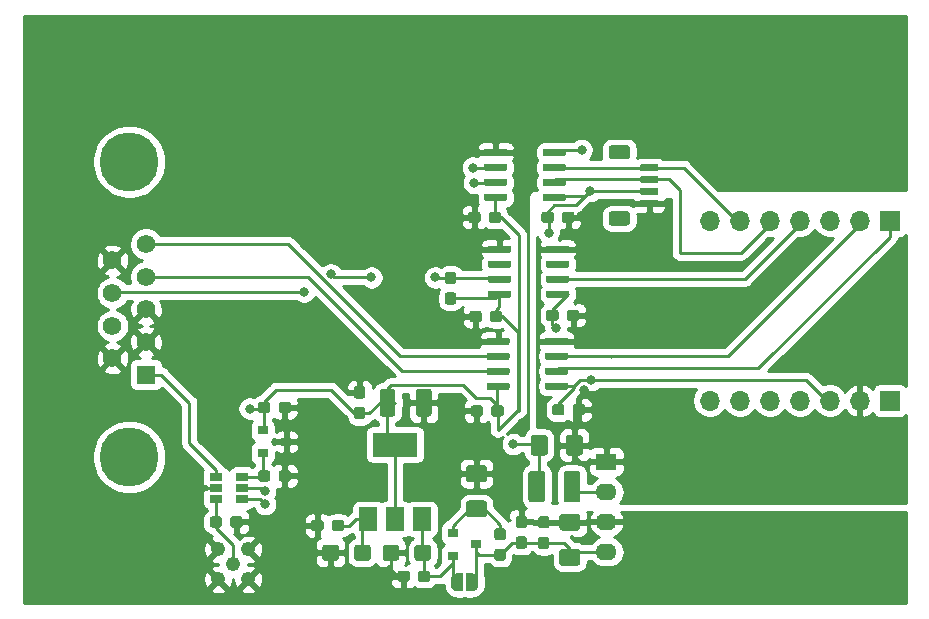
<source format=gtl>
G04 #@! TF.GenerationSoftware,KiCad,Pcbnew,(5.1.5-0)*
G04 #@! TF.CreationDate,2022-06-25T14:07:13-06:00*
G04 #@! TF.ProjectId,DAC_pockel,4441435f-706f-4636-9b65-6c2e6b696361,rev?*
G04 #@! TF.SameCoordinates,Original*
G04 #@! TF.FileFunction,Copper,L1,Top*
G04 #@! TF.FilePolarity,Positive*
%FSLAX46Y46*%
G04 Gerber Fmt 4.6, Leading zero omitted, Abs format (unit mm)*
G04 Created by KiCad (PCBNEW (5.1.5-0)) date 2022-06-25 14:07:13*
%MOMM*%
%LPD*%
G04 APERTURE LIST*
%ADD10C,5.000000*%
%ADD11C,1.575000*%
%ADD12R,1.575000X1.575000*%
%ADD13C,0.100000*%
%ADD14O,1.700000X1.700000*%
%ADD15R,1.700000X1.700000*%
%ADD16R,0.900000X0.800000*%
%ADD17R,1.060000X0.650000*%
%ADD18R,1.500000X2.000000*%
%ADD19R,3.800000X2.000000*%
%ADD20R,1.800000X1.400000*%
%ADD21O,1.800000X1.400000*%
%ADD22C,1.240000*%
%ADD23C,0.800000*%
%ADD24C,0.250000*%
%ADD25C,0.254000*%
G04 APERTURE END LIST*
D10*
X97600000Y-81000000D03*
D11*
X96180000Y-64360000D03*
X96180000Y-67120000D03*
X96180000Y-69880000D03*
X96180000Y-72640000D03*
X99020000Y-62980000D03*
X99020000Y-65740000D03*
X99020000Y-71260000D03*
D12*
X99020000Y-74020000D03*
D10*
X97600000Y-56000000D03*
D11*
X99020000Y-68500000D03*
G04 #@! TA.AperFunction,SMDPad,CuDef*
D13*
G36*
X139774505Y-54601204D02*
G01*
X139798773Y-54604804D01*
X139822572Y-54610765D01*
X139845671Y-54619030D01*
X139867850Y-54629520D01*
X139888893Y-54642132D01*
X139908599Y-54656747D01*
X139926777Y-54673223D01*
X139943253Y-54691401D01*
X139957868Y-54711107D01*
X139970480Y-54732150D01*
X139980970Y-54754329D01*
X139989235Y-54777428D01*
X139995196Y-54801227D01*
X139998796Y-54825495D01*
X140000000Y-54849999D01*
X140000000Y-55550001D01*
X139998796Y-55574505D01*
X139995196Y-55598773D01*
X139989235Y-55622572D01*
X139980970Y-55645671D01*
X139970480Y-55667850D01*
X139957868Y-55688893D01*
X139943253Y-55708599D01*
X139926777Y-55726777D01*
X139908599Y-55743253D01*
X139888893Y-55757868D01*
X139867850Y-55770480D01*
X139845671Y-55780970D01*
X139822572Y-55789235D01*
X139798773Y-55795196D01*
X139774505Y-55798796D01*
X139750001Y-55800000D01*
X138449999Y-55800000D01*
X138425495Y-55798796D01*
X138401227Y-55795196D01*
X138377428Y-55789235D01*
X138354329Y-55780970D01*
X138332150Y-55770480D01*
X138311107Y-55757868D01*
X138291401Y-55743253D01*
X138273223Y-55726777D01*
X138256747Y-55708599D01*
X138242132Y-55688893D01*
X138229520Y-55667850D01*
X138219030Y-55645671D01*
X138210765Y-55622572D01*
X138204804Y-55598773D01*
X138201204Y-55574505D01*
X138200000Y-55550001D01*
X138200000Y-54849999D01*
X138201204Y-54825495D01*
X138204804Y-54801227D01*
X138210765Y-54777428D01*
X138219030Y-54754329D01*
X138229520Y-54732150D01*
X138242132Y-54711107D01*
X138256747Y-54691401D01*
X138273223Y-54673223D01*
X138291401Y-54656747D01*
X138311107Y-54642132D01*
X138332150Y-54629520D01*
X138354329Y-54619030D01*
X138377428Y-54610765D01*
X138401227Y-54604804D01*
X138425495Y-54601204D01*
X138449999Y-54600000D01*
X139750001Y-54600000D01*
X139774505Y-54601204D01*
G37*
G04 #@! TD.AperFunction*
G04 #@! TA.AperFunction,SMDPad,CuDef*
G36*
X139774505Y-60201204D02*
G01*
X139798773Y-60204804D01*
X139822572Y-60210765D01*
X139845671Y-60219030D01*
X139867850Y-60229520D01*
X139888893Y-60242132D01*
X139908599Y-60256747D01*
X139926777Y-60273223D01*
X139943253Y-60291401D01*
X139957868Y-60311107D01*
X139970480Y-60332150D01*
X139980970Y-60354329D01*
X139989235Y-60377428D01*
X139995196Y-60401227D01*
X139998796Y-60425495D01*
X140000000Y-60449999D01*
X140000000Y-61150001D01*
X139998796Y-61174505D01*
X139995196Y-61198773D01*
X139989235Y-61222572D01*
X139980970Y-61245671D01*
X139970480Y-61267850D01*
X139957868Y-61288893D01*
X139943253Y-61308599D01*
X139926777Y-61326777D01*
X139908599Y-61343253D01*
X139888893Y-61357868D01*
X139867850Y-61370480D01*
X139845671Y-61380970D01*
X139822572Y-61389235D01*
X139798773Y-61395196D01*
X139774505Y-61398796D01*
X139750001Y-61400000D01*
X138449999Y-61400000D01*
X138425495Y-61398796D01*
X138401227Y-61395196D01*
X138377428Y-61389235D01*
X138354329Y-61380970D01*
X138332150Y-61370480D01*
X138311107Y-61357868D01*
X138291401Y-61343253D01*
X138273223Y-61326777D01*
X138256747Y-61308599D01*
X138242132Y-61288893D01*
X138229520Y-61267850D01*
X138219030Y-61245671D01*
X138210765Y-61222572D01*
X138204804Y-61198773D01*
X138201204Y-61174505D01*
X138200000Y-61150001D01*
X138200000Y-60449999D01*
X138201204Y-60425495D01*
X138204804Y-60401227D01*
X138210765Y-60377428D01*
X138219030Y-60354329D01*
X138229520Y-60332150D01*
X138242132Y-60311107D01*
X138256747Y-60291401D01*
X138273223Y-60273223D01*
X138291401Y-60256747D01*
X138311107Y-60242132D01*
X138332150Y-60229520D01*
X138354329Y-60219030D01*
X138377428Y-60210765D01*
X138401227Y-60204804D01*
X138425495Y-60201204D01*
X138449999Y-60200000D01*
X139750001Y-60200000D01*
X139774505Y-60201204D01*
G37*
G04 #@! TD.AperFunction*
G04 #@! TA.AperFunction,SMDPad,CuDef*
G36*
X142264703Y-56200722D02*
G01*
X142279264Y-56202882D01*
X142293543Y-56206459D01*
X142307403Y-56211418D01*
X142320710Y-56217712D01*
X142333336Y-56225280D01*
X142345159Y-56234048D01*
X142356066Y-56243934D01*
X142365952Y-56254841D01*
X142374720Y-56266664D01*
X142382288Y-56279290D01*
X142388582Y-56292597D01*
X142393541Y-56306457D01*
X142397118Y-56320736D01*
X142399278Y-56335297D01*
X142400000Y-56350000D01*
X142400000Y-56650000D01*
X142399278Y-56664703D01*
X142397118Y-56679264D01*
X142393541Y-56693543D01*
X142388582Y-56707403D01*
X142382288Y-56720710D01*
X142374720Y-56733336D01*
X142365952Y-56745159D01*
X142356066Y-56756066D01*
X142345159Y-56765952D01*
X142333336Y-56774720D01*
X142320710Y-56782288D01*
X142307403Y-56788582D01*
X142293543Y-56793541D01*
X142279264Y-56797118D01*
X142264703Y-56799278D01*
X142250000Y-56800000D01*
X141000000Y-56800000D01*
X140985297Y-56799278D01*
X140970736Y-56797118D01*
X140956457Y-56793541D01*
X140942597Y-56788582D01*
X140929290Y-56782288D01*
X140916664Y-56774720D01*
X140904841Y-56765952D01*
X140893934Y-56756066D01*
X140884048Y-56745159D01*
X140875280Y-56733336D01*
X140867712Y-56720710D01*
X140861418Y-56707403D01*
X140856459Y-56693543D01*
X140852882Y-56679264D01*
X140850722Y-56664703D01*
X140850000Y-56650000D01*
X140850000Y-56350000D01*
X140850722Y-56335297D01*
X140852882Y-56320736D01*
X140856459Y-56306457D01*
X140861418Y-56292597D01*
X140867712Y-56279290D01*
X140875280Y-56266664D01*
X140884048Y-56254841D01*
X140893934Y-56243934D01*
X140904841Y-56234048D01*
X140916664Y-56225280D01*
X140929290Y-56217712D01*
X140942597Y-56211418D01*
X140956457Y-56206459D01*
X140970736Y-56202882D01*
X140985297Y-56200722D01*
X141000000Y-56200000D01*
X142250000Y-56200000D01*
X142264703Y-56200722D01*
G37*
G04 #@! TD.AperFunction*
G04 #@! TA.AperFunction,SMDPad,CuDef*
G36*
X142264703Y-57200722D02*
G01*
X142279264Y-57202882D01*
X142293543Y-57206459D01*
X142307403Y-57211418D01*
X142320710Y-57217712D01*
X142333336Y-57225280D01*
X142345159Y-57234048D01*
X142356066Y-57243934D01*
X142365952Y-57254841D01*
X142374720Y-57266664D01*
X142382288Y-57279290D01*
X142388582Y-57292597D01*
X142393541Y-57306457D01*
X142397118Y-57320736D01*
X142399278Y-57335297D01*
X142400000Y-57350000D01*
X142400000Y-57650000D01*
X142399278Y-57664703D01*
X142397118Y-57679264D01*
X142393541Y-57693543D01*
X142388582Y-57707403D01*
X142382288Y-57720710D01*
X142374720Y-57733336D01*
X142365952Y-57745159D01*
X142356066Y-57756066D01*
X142345159Y-57765952D01*
X142333336Y-57774720D01*
X142320710Y-57782288D01*
X142307403Y-57788582D01*
X142293543Y-57793541D01*
X142279264Y-57797118D01*
X142264703Y-57799278D01*
X142250000Y-57800000D01*
X141000000Y-57800000D01*
X140985297Y-57799278D01*
X140970736Y-57797118D01*
X140956457Y-57793541D01*
X140942597Y-57788582D01*
X140929290Y-57782288D01*
X140916664Y-57774720D01*
X140904841Y-57765952D01*
X140893934Y-57756066D01*
X140884048Y-57745159D01*
X140875280Y-57733336D01*
X140867712Y-57720710D01*
X140861418Y-57707403D01*
X140856459Y-57693543D01*
X140852882Y-57679264D01*
X140850722Y-57664703D01*
X140850000Y-57650000D01*
X140850000Y-57350000D01*
X140850722Y-57335297D01*
X140852882Y-57320736D01*
X140856459Y-57306457D01*
X140861418Y-57292597D01*
X140867712Y-57279290D01*
X140875280Y-57266664D01*
X140884048Y-57254841D01*
X140893934Y-57243934D01*
X140904841Y-57234048D01*
X140916664Y-57225280D01*
X140929290Y-57217712D01*
X140942597Y-57211418D01*
X140956457Y-57206459D01*
X140970736Y-57202882D01*
X140985297Y-57200722D01*
X141000000Y-57200000D01*
X142250000Y-57200000D01*
X142264703Y-57200722D01*
G37*
G04 #@! TD.AperFunction*
G04 #@! TA.AperFunction,SMDPad,CuDef*
G36*
X142264703Y-58200722D02*
G01*
X142279264Y-58202882D01*
X142293543Y-58206459D01*
X142307403Y-58211418D01*
X142320710Y-58217712D01*
X142333336Y-58225280D01*
X142345159Y-58234048D01*
X142356066Y-58243934D01*
X142365952Y-58254841D01*
X142374720Y-58266664D01*
X142382288Y-58279290D01*
X142388582Y-58292597D01*
X142393541Y-58306457D01*
X142397118Y-58320736D01*
X142399278Y-58335297D01*
X142400000Y-58350000D01*
X142400000Y-58650000D01*
X142399278Y-58664703D01*
X142397118Y-58679264D01*
X142393541Y-58693543D01*
X142388582Y-58707403D01*
X142382288Y-58720710D01*
X142374720Y-58733336D01*
X142365952Y-58745159D01*
X142356066Y-58756066D01*
X142345159Y-58765952D01*
X142333336Y-58774720D01*
X142320710Y-58782288D01*
X142307403Y-58788582D01*
X142293543Y-58793541D01*
X142279264Y-58797118D01*
X142264703Y-58799278D01*
X142250000Y-58800000D01*
X141000000Y-58800000D01*
X140985297Y-58799278D01*
X140970736Y-58797118D01*
X140956457Y-58793541D01*
X140942597Y-58788582D01*
X140929290Y-58782288D01*
X140916664Y-58774720D01*
X140904841Y-58765952D01*
X140893934Y-58756066D01*
X140884048Y-58745159D01*
X140875280Y-58733336D01*
X140867712Y-58720710D01*
X140861418Y-58707403D01*
X140856459Y-58693543D01*
X140852882Y-58679264D01*
X140850722Y-58664703D01*
X140850000Y-58650000D01*
X140850000Y-58350000D01*
X140850722Y-58335297D01*
X140852882Y-58320736D01*
X140856459Y-58306457D01*
X140861418Y-58292597D01*
X140867712Y-58279290D01*
X140875280Y-58266664D01*
X140884048Y-58254841D01*
X140893934Y-58243934D01*
X140904841Y-58234048D01*
X140916664Y-58225280D01*
X140929290Y-58217712D01*
X140942597Y-58211418D01*
X140956457Y-58206459D01*
X140970736Y-58202882D01*
X140985297Y-58200722D01*
X141000000Y-58200000D01*
X142250000Y-58200000D01*
X142264703Y-58200722D01*
G37*
G04 #@! TD.AperFunction*
G04 #@! TA.AperFunction,SMDPad,CuDef*
G36*
X142264703Y-59200722D02*
G01*
X142279264Y-59202882D01*
X142293543Y-59206459D01*
X142307403Y-59211418D01*
X142320710Y-59217712D01*
X142333336Y-59225280D01*
X142345159Y-59234048D01*
X142356066Y-59243934D01*
X142365952Y-59254841D01*
X142374720Y-59266664D01*
X142382288Y-59279290D01*
X142388582Y-59292597D01*
X142393541Y-59306457D01*
X142397118Y-59320736D01*
X142399278Y-59335297D01*
X142400000Y-59350000D01*
X142400000Y-59650000D01*
X142399278Y-59664703D01*
X142397118Y-59679264D01*
X142393541Y-59693543D01*
X142388582Y-59707403D01*
X142382288Y-59720710D01*
X142374720Y-59733336D01*
X142365952Y-59745159D01*
X142356066Y-59756066D01*
X142345159Y-59765952D01*
X142333336Y-59774720D01*
X142320710Y-59782288D01*
X142307403Y-59788582D01*
X142293543Y-59793541D01*
X142279264Y-59797118D01*
X142264703Y-59799278D01*
X142250000Y-59800000D01*
X141000000Y-59800000D01*
X140985297Y-59799278D01*
X140970736Y-59797118D01*
X140956457Y-59793541D01*
X140942597Y-59788582D01*
X140929290Y-59782288D01*
X140916664Y-59774720D01*
X140904841Y-59765952D01*
X140893934Y-59756066D01*
X140884048Y-59745159D01*
X140875280Y-59733336D01*
X140867712Y-59720710D01*
X140861418Y-59707403D01*
X140856459Y-59693543D01*
X140852882Y-59679264D01*
X140850722Y-59664703D01*
X140850000Y-59650000D01*
X140850000Y-59350000D01*
X140850722Y-59335297D01*
X140852882Y-59320736D01*
X140856459Y-59306457D01*
X140861418Y-59292597D01*
X140867712Y-59279290D01*
X140875280Y-59266664D01*
X140884048Y-59254841D01*
X140893934Y-59243934D01*
X140904841Y-59234048D01*
X140916664Y-59225280D01*
X140929290Y-59217712D01*
X140942597Y-59211418D01*
X140956457Y-59206459D01*
X140970736Y-59202882D01*
X140985297Y-59200722D01*
X141000000Y-59200000D01*
X142250000Y-59200000D01*
X142264703Y-59200722D01*
G37*
G04 #@! TD.AperFunction*
G04 #@! TA.AperFunction,SMDPad,CuDef*
G36*
X125060779Y-65301144D02*
G01*
X125083834Y-65304563D01*
X125106443Y-65310227D01*
X125128387Y-65318079D01*
X125149457Y-65328044D01*
X125169448Y-65340026D01*
X125188168Y-65353910D01*
X125205438Y-65369562D01*
X125221090Y-65386832D01*
X125234974Y-65405552D01*
X125246956Y-65425543D01*
X125256921Y-65446613D01*
X125264773Y-65468557D01*
X125270437Y-65491166D01*
X125273856Y-65514221D01*
X125275000Y-65537500D01*
X125275000Y-66112500D01*
X125273856Y-66135779D01*
X125270437Y-66158834D01*
X125264773Y-66181443D01*
X125256921Y-66203387D01*
X125246956Y-66224457D01*
X125234974Y-66244448D01*
X125221090Y-66263168D01*
X125205438Y-66280438D01*
X125188168Y-66296090D01*
X125169448Y-66309974D01*
X125149457Y-66321956D01*
X125128387Y-66331921D01*
X125106443Y-66339773D01*
X125083834Y-66345437D01*
X125060779Y-66348856D01*
X125037500Y-66350000D01*
X124562500Y-66350000D01*
X124539221Y-66348856D01*
X124516166Y-66345437D01*
X124493557Y-66339773D01*
X124471613Y-66331921D01*
X124450543Y-66321956D01*
X124430552Y-66309974D01*
X124411832Y-66296090D01*
X124394562Y-66280438D01*
X124378910Y-66263168D01*
X124365026Y-66244448D01*
X124353044Y-66224457D01*
X124343079Y-66203387D01*
X124335227Y-66181443D01*
X124329563Y-66158834D01*
X124326144Y-66135779D01*
X124325000Y-66112500D01*
X124325000Y-65537500D01*
X124326144Y-65514221D01*
X124329563Y-65491166D01*
X124335227Y-65468557D01*
X124343079Y-65446613D01*
X124353044Y-65425543D01*
X124365026Y-65405552D01*
X124378910Y-65386832D01*
X124394562Y-65369562D01*
X124411832Y-65353910D01*
X124430552Y-65340026D01*
X124450543Y-65328044D01*
X124471613Y-65318079D01*
X124493557Y-65310227D01*
X124516166Y-65304563D01*
X124539221Y-65301144D01*
X124562500Y-65300000D01*
X125037500Y-65300000D01*
X125060779Y-65301144D01*
G37*
G04 #@! TD.AperFunction*
G04 #@! TA.AperFunction,SMDPad,CuDef*
G36*
X125060779Y-67051144D02*
G01*
X125083834Y-67054563D01*
X125106443Y-67060227D01*
X125128387Y-67068079D01*
X125149457Y-67078044D01*
X125169448Y-67090026D01*
X125188168Y-67103910D01*
X125205438Y-67119562D01*
X125221090Y-67136832D01*
X125234974Y-67155552D01*
X125246956Y-67175543D01*
X125256921Y-67196613D01*
X125264773Y-67218557D01*
X125270437Y-67241166D01*
X125273856Y-67264221D01*
X125275000Y-67287500D01*
X125275000Y-67862500D01*
X125273856Y-67885779D01*
X125270437Y-67908834D01*
X125264773Y-67931443D01*
X125256921Y-67953387D01*
X125246956Y-67974457D01*
X125234974Y-67994448D01*
X125221090Y-68013168D01*
X125205438Y-68030438D01*
X125188168Y-68046090D01*
X125169448Y-68059974D01*
X125149457Y-68071956D01*
X125128387Y-68081921D01*
X125106443Y-68089773D01*
X125083834Y-68095437D01*
X125060779Y-68098856D01*
X125037500Y-68100000D01*
X124562500Y-68100000D01*
X124539221Y-68098856D01*
X124516166Y-68095437D01*
X124493557Y-68089773D01*
X124471613Y-68081921D01*
X124450543Y-68071956D01*
X124430552Y-68059974D01*
X124411832Y-68046090D01*
X124394562Y-68030438D01*
X124378910Y-68013168D01*
X124365026Y-67994448D01*
X124353044Y-67974457D01*
X124343079Y-67953387D01*
X124335227Y-67931443D01*
X124329563Y-67908834D01*
X124326144Y-67885779D01*
X124325000Y-67862500D01*
X124325000Y-67287500D01*
X124326144Y-67264221D01*
X124329563Y-67241166D01*
X124335227Y-67218557D01*
X124343079Y-67196613D01*
X124353044Y-67175543D01*
X124365026Y-67155552D01*
X124378910Y-67136832D01*
X124394562Y-67119562D01*
X124411832Y-67103910D01*
X124430552Y-67090026D01*
X124450543Y-67078044D01*
X124471613Y-67068079D01*
X124493557Y-67060227D01*
X124516166Y-67054563D01*
X124539221Y-67051144D01*
X124562500Y-67050000D01*
X125037500Y-67050000D01*
X125060779Y-67051144D01*
G37*
G04 #@! TD.AperFunction*
G04 #@! TA.AperFunction,SMDPad,CuDef*
G36*
X135485779Y-68526144D02*
G01*
X135508834Y-68529563D01*
X135531443Y-68535227D01*
X135553387Y-68543079D01*
X135574457Y-68553044D01*
X135594448Y-68565026D01*
X135613168Y-68578910D01*
X135630438Y-68594562D01*
X135646090Y-68611832D01*
X135659974Y-68630552D01*
X135671956Y-68650543D01*
X135681921Y-68671613D01*
X135689773Y-68693557D01*
X135695437Y-68716166D01*
X135698856Y-68739221D01*
X135700000Y-68762500D01*
X135700000Y-69237500D01*
X135698856Y-69260779D01*
X135695437Y-69283834D01*
X135689773Y-69306443D01*
X135681921Y-69328387D01*
X135671956Y-69349457D01*
X135659974Y-69369448D01*
X135646090Y-69388168D01*
X135630438Y-69405438D01*
X135613168Y-69421090D01*
X135594448Y-69434974D01*
X135574457Y-69446956D01*
X135553387Y-69456921D01*
X135531443Y-69464773D01*
X135508834Y-69470437D01*
X135485779Y-69473856D01*
X135462500Y-69475000D01*
X134887500Y-69475000D01*
X134864221Y-69473856D01*
X134841166Y-69470437D01*
X134818557Y-69464773D01*
X134796613Y-69456921D01*
X134775543Y-69446956D01*
X134755552Y-69434974D01*
X134736832Y-69421090D01*
X134719562Y-69405438D01*
X134703910Y-69388168D01*
X134690026Y-69369448D01*
X134678044Y-69349457D01*
X134668079Y-69328387D01*
X134660227Y-69306443D01*
X134654563Y-69283834D01*
X134651144Y-69260779D01*
X134650000Y-69237500D01*
X134650000Y-68762500D01*
X134651144Y-68739221D01*
X134654563Y-68716166D01*
X134660227Y-68693557D01*
X134668079Y-68671613D01*
X134678044Y-68650543D01*
X134690026Y-68630552D01*
X134703910Y-68611832D01*
X134719562Y-68594562D01*
X134736832Y-68578910D01*
X134755552Y-68565026D01*
X134775543Y-68553044D01*
X134796613Y-68543079D01*
X134818557Y-68535227D01*
X134841166Y-68529563D01*
X134864221Y-68526144D01*
X134887500Y-68525000D01*
X135462500Y-68525000D01*
X135485779Y-68526144D01*
G37*
G04 #@! TD.AperFunction*
G04 #@! TA.AperFunction,SMDPad,CuDef*
G36*
X133735779Y-68526144D02*
G01*
X133758834Y-68529563D01*
X133781443Y-68535227D01*
X133803387Y-68543079D01*
X133824457Y-68553044D01*
X133844448Y-68565026D01*
X133863168Y-68578910D01*
X133880438Y-68594562D01*
X133896090Y-68611832D01*
X133909974Y-68630552D01*
X133921956Y-68650543D01*
X133931921Y-68671613D01*
X133939773Y-68693557D01*
X133945437Y-68716166D01*
X133948856Y-68739221D01*
X133950000Y-68762500D01*
X133950000Y-69237500D01*
X133948856Y-69260779D01*
X133945437Y-69283834D01*
X133939773Y-69306443D01*
X133931921Y-69328387D01*
X133921956Y-69349457D01*
X133909974Y-69369448D01*
X133896090Y-69388168D01*
X133880438Y-69405438D01*
X133863168Y-69421090D01*
X133844448Y-69434974D01*
X133824457Y-69446956D01*
X133803387Y-69456921D01*
X133781443Y-69464773D01*
X133758834Y-69470437D01*
X133735779Y-69473856D01*
X133712500Y-69475000D01*
X133137500Y-69475000D01*
X133114221Y-69473856D01*
X133091166Y-69470437D01*
X133068557Y-69464773D01*
X133046613Y-69456921D01*
X133025543Y-69446956D01*
X133005552Y-69434974D01*
X132986832Y-69421090D01*
X132969562Y-69405438D01*
X132953910Y-69388168D01*
X132940026Y-69369448D01*
X132928044Y-69349457D01*
X132918079Y-69328387D01*
X132910227Y-69306443D01*
X132904563Y-69283834D01*
X132901144Y-69260779D01*
X132900000Y-69237500D01*
X132900000Y-68762500D01*
X132901144Y-68739221D01*
X132904563Y-68716166D01*
X132910227Y-68693557D01*
X132918079Y-68671613D01*
X132928044Y-68650543D01*
X132940026Y-68630552D01*
X132953910Y-68611832D01*
X132969562Y-68594562D01*
X132986832Y-68578910D01*
X133005552Y-68565026D01*
X133025543Y-68553044D01*
X133046613Y-68543079D01*
X133068557Y-68535227D01*
X133091166Y-68529563D01*
X133114221Y-68526144D01*
X133137500Y-68525000D01*
X133712500Y-68525000D01*
X133735779Y-68526144D01*
G37*
G04 #@! TD.AperFunction*
G04 #@! TA.AperFunction,SMDPad,CuDef*
G36*
X129764703Y-66905722D02*
G01*
X129779264Y-66907882D01*
X129793543Y-66911459D01*
X129807403Y-66916418D01*
X129820710Y-66922712D01*
X129833336Y-66930280D01*
X129845159Y-66939048D01*
X129856066Y-66948934D01*
X129865952Y-66959841D01*
X129874720Y-66971664D01*
X129882288Y-66984290D01*
X129888582Y-66997597D01*
X129893541Y-67011457D01*
X129897118Y-67025736D01*
X129899278Y-67040297D01*
X129900000Y-67055000D01*
X129900000Y-67355000D01*
X129899278Y-67369703D01*
X129897118Y-67384264D01*
X129893541Y-67398543D01*
X129888582Y-67412403D01*
X129882288Y-67425710D01*
X129874720Y-67438336D01*
X129865952Y-67450159D01*
X129856066Y-67461066D01*
X129845159Y-67470952D01*
X129833336Y-67479720D01*
X129820710Y-67487288D01*
X129807403Y-67493582D01*
X129793543Y-67498541D01*
X129779264Y-67502118D01*
X129764703Y-67504278D01*
X129750000Y-67505000D01*
X128100000Y-67505000D01*
X128085297Y-67504278D01*
X128070736Y-67502118D01*
X128056457Y-67498541D01*
X128042597Y-67493582D01*
X128029290Y-67487288D01*
X128016664Y-67479720D01*
X128004841Y-67470952D01*
X127993934Y-67461066D01*
X127984048Y-67450159D01*
X127975280Y-67438336D01*
X127967712Y-67425710D01*
X127961418Y-67412403D01*
X127956459Y-67398543D01*
X127952882Y-67384264D01*
X127950722Y-67369703D01*
X127950000Y-67355000D01*
X127950000Y-67055000D01*
X127950722Y-67040297D01*
X127952882Y-67025736D01*
X127956459Y-67011457D01*
X127961418Y-66997597D01*
X127967712Y-66984290D01*
X127975280Y-66971664D01*
X127984048Y-66959841D01*
X127993934Y-66948934D01*
X128004841Y-66939048D01*
X128016664Y-66930280D01*
X128029290Y-66922712D01*
X128042597Y-66916418D01*
X128056457Y-66911459D01*
X128070736Y-66907882D01*
X128085297Y-66905722D01*
X128100000Y-66905000D01*
X129750000Y-66905000D01*
X129764703Y-66905722D01*
G37*
G04 #@! TD.AperFunction*
G04 #@! TA.AperFunction,SMDPad,CuDef*
G36*
X129764703Y-65635722D02*
G01*
X129779264Y-65637882D01*
X129793543Y-65641459D01*
X129807403Y-65646418D01*
X129820710Y-65652712D01*
X129833336Y-65660280D01*
X129845159Y-65669048D01*
X129856066Y-65678934D01*
X129865952Y-65689841D01*
X129874720Y-65701664D01*
X129882288Y-65714290D01*
X129888582Y-65727597D01*
X129893541Y-65741457D01*
X129897118Y-65755736D01*
X129899278Y-65770297D01*
X129900000Y-65785000D01*
X129900000Y-66085000D01*
X129899278Y-66099703D01*
X129897118Y-66114264D01*
X129893541Y-66128543D01*
X129888582Y-66142403D01*
X129882288Y-66155710D01*
X129874720Y-66168336D01*
X129865952Y-66180159D01*
X129856066Y-66191066D01*
X129845159Y-66200952D01*
X129833336Y-66209720D01*
X129820710Y-66217288D01*
X129807403Y-66223582D01*
X129793543Y-66228541D01*
X129779264Y-66232118D01*
X129764703Y-66234278D01*
X129750000Y-66235000D01*
X128100000Y-66235000D01*
X128085297Y-66234278D01*
X128070736Y-66232118D01*
X128056457Y-66228541D01*
X128042597Y-66223582D01*
X128029290Y-66217288D01*
X128016664Y-66209720D01*
X128004841Y-66200952D01*
X127993934Y-66191066D01*
X127984048Y-66180159D01*
X127975280Y-66168336D01*
X127967712Y-66155710D01*
X127961418Y-66142403D01*
X127956459Y-66128543D01*
X127952882Y-66114264D01*
X127950722Y-66099703D01*
X127950000Y-66085000D01*
X127950000Y-65785000D01*
X127950722Y-65770297D01*
X127952882Y-65755736D01*
X127956459Y-65741457D01*
X127961418Y-65727597D01*
X127967712Y-65714290D01*
X127975280Y-65701664D01*
X127984048Y-65689841D01*
X127993934Y-65678934D01*
X128004841Y-65669048D01*
X128016664Y-65660280D01*
X128029290Y-65652712D01*
X128042597Y-65646418D01*
X128056457Y-65641459D01*
X128070736Y-65637882D01*
X128085297Y-65635722D01*
X128100000Y-65635000D01*
X129750000Y-65635000D01*
X129764703Y-65635722D01*
G37*
G04 #@! TD.AperFunction*
G04 #@! TA.AperFunction,SMDPad,CuDef*
G36*
X129764703Y-64365722D02*
G01*
X129779264Y-64367882D01*
X129793543Y-64371459D01*
X129807403Y-64376418D01*
X129820710Y-64382712D01*
X129833336Y-64390280D01*
X129845159Y-64399048D01*
X129856066Y-64408934D01*
X129865952Y-64419841D01*
X129874720Y-64431664D01*
X129882288Y-64444290D01*
X129888582Y-64457597D01*
X129893541Y-64471457D01*
X129897118Y-64485736D01*
X129899278Y-64500297D01*
X129900000Y-64515000D01*
X129900000Y-64815000D01*
X129899278Y-64829703D01*
X129897118Y-64844264D01*
X129893541Y-64858543D01*
X129888582Y-64872403D01*
X129882288Y-64885710D01*
X129874720Y-64898336D01*
X129865952Y-64910159D01*
X129856066Y-64921066D01*
X129845159Y-64930952D01*
X129833336Y-64939720D01*
X129820710Y-64947288D01*
X129807403Y-64953582D01*
X129793543Y-64958541D01*
X129779264Y-64962118D01*
X129764703Y-64964278D01*
X129750000Y-64965000D01*
X128100000Y-64965000D01*
X128085297Y-64964278D01*
X128070736Y-64962118D01*
X128056457Y-64958541D01*
X128042597Y-64953582D01*
X128029290Y-64947288D01*
X128016664Y-64939720D01*
X128004841Y-64930952D01*
X127993934Y-64921066D01*
X127984048Y-64910159D01*
X127975280Y-64898336D01*
X127967712Y-64885710D01*
X127961418Y-64872403D01*
X127956459Y-64858543D01*
X127952882Y-64844264D01*
X127950722Y-64829703D01*
X127950000Y-64815000D01*
X127950000Y-64515000D01*
X127950722Y-64500297D01*
X127952882Y-64485736D01*
X127956459Y-64471457D01*
X127961418Y-64457597D01*
X127967712Y-64444290D01*
X127975280Y-64431664D01*
X127984048Y-64419841D01*
X127993934Y-64408934D01*
X128004841Y-64399048D01*
X128016664Y-64390280D01*
X128029290Y-64382712D01*
X128042597Y-64376418D01*
X128056457Y-64371459D01*
X128070736Y-64367882D01*
X128085297Y-64365722D01*
X128100000Y-64365000D01*
X129750000Y-64365000D01*
X129764703Y-64365722D01*
G37*
G04 #@! TD.AperFunction*
G04 #@! TA.AperFunction,SMDPad,CuDef*
G36*
X129764703Y-63095722D02*
G01*
X129779264Y-63097882D01*
X129793543Y-63101459D01*
X129807403Y-63106418D01*
X129820710Y-63112712D01*
X129833336Y-63120280D01*
X129845159Y-63129048D01*
X129856066Y-63138934D01*
X129865952Y-63149841D01*
X129874720Y-63161664D01*
X129882288Y-63174290D01*
X129888582Y-63187597D01*
X129893541Y-63201457D01*
X129897118Y-63215736D01*
X129899278Y-63230297D01*
X129900000Y-63245000D01*
X129900000Y-63545000D01*
X129899278Y-63559703D01*
X129897118Y-63574264D01*
X129893541Y-63588543D01*
X129888582Y-63602403D01*
X129882288Y-63615710D01*
X129874720Y-63628336D01*
X129865952Y-63640159D01*
X129856066Y-63651066D01*
X129845159Y-63660952D01*
X129833336Y-63669720D01*
X129820710Y-63677288D01*
X129807403Y-63683582D01*
X129793543Y-63688541D01*
X129779264Y-63692118D01*
X129764703Y-63694278D01*
X129750000Y-63695000D01*
X128100000Y-63695000D01*
X128085297Y-63694278D01*
X128070736Y-63692118D01*
X128056457Y-63688541D01*
X128042597Y-63683582D01*
X128029290Y-63677288D01*
X128016664Y-63669720D01*
X128004841Y-63660952D01*
X127993934Y-63651066D01*
X127984048Y-63640159D01*
X127975280Y-63628336D01*
X127967712Y-63615710D01*
X127961418Y-63602403D01*
X127956459Y-63588543D01*
X127952882Y-63574264D01*
X127950722Y-63559703D01*
X127950000Y-63545000D01*
X127950000Y-63245000D01*
X127950722Y-63230297D01*
X127952882Y-63215736D01*
X127956459Y-63201457D01*
X127961418Y-63187597D01*
X127967712Y-63174290D01*
X127975280Y-63161664D01*
X127984048Y-63149841D01*
X127993934Y-63138934D01*
X128004841Y-63129048D01*
X128016664Y-63120280D01*
X128029290Y-63112712D01*
X128042597Y-63106418D01*
X128056457Y-63101459D01*
X128070736Y-63097882D01*
X128085297Y-63095722D01*
X128100000Y-63095000D01*
X129750000Y-63095000D01*
X129764703Y-63095722D01*
G37*
G04 #@! TD.AperFunction*
G04 #@! TA.AperFunction,SMDPad,CuDef*
G36*
X134714703Y-63095722D02*
G01*
X134729264Y-63097882D01*
X134743543Y-63101459D01*
X134757403Y-63106418D01*
X134770710Y-63112712D01*
X134783336Y-63120280D01*
X134795159Y-63129048D01*
X134806066Y-63138934D01*
X134815952Y-63149841D01*
X134824720Y-63161664D01*
X134832288Y-63174290D01*
X134838582Y-63187597D01*
X134843541Y-63201457D01*
X134847118Y-63215736D01*
X134849278Y-63230297D01*
X134850000Y-63245000D01*
X134850000Y-63545000D01*
X134849278Y-63559703D01*
X134847118Y-63574264D01*
X134843541Y-63588543D01*
X134838582Y-63602403D01*
X134832288Y-63615710D01*
X134824720Y-63628336D01*
X134815952Y-63640159D01*
X134806066Y-63651066D01*
X134795159Y-63660952D01*
X134783336Y-63669720D01*
X134770710Y-63677288D01*
X134757403Y-63683582D01*
X134743543Y-63688541D01*
X134729264Y-63692118D01*
X134714703Y-63694278D01*
X134700000Y-63695000D01*
X133050000Y-63695000D01*
X133035297Y-63694278D01*
X133020736Y-63692118D01*
X133006457Y-63688541D01*
X132992597Y-63683582D01*
X132979290Y-63677288D01*
X132966664Y-63669720D01*
X132954841Y-63660952D01*
X132943934Y-63651066D01*
X132934048Y-63640159D01*
X132925280Y-63628336D01*
X132917712Y-63615710D01*
X132911418Y-63602403D01*
X132906459Y-63588543D01*
X132902882Y-63574264D01*
X132900722Y-63559703D01*
X132900000Y-63545000D01*
X132900000Y-63245000D01*
X132900722Y-63230297D01*
X132902882Y-63215736D01*
X132906459Y-63201457D01*
X132911418Y-63187597D01*
X132917712Y-63174290D01*
X132925280Y-63161664D01*
X132934048Y-63149841D01*
X132943934Y-63138934D01*
X132954841Y-63129048D01*
X132966664Y-63120280D01*
X132979290Y-63112712D01*
X132992597Y-63106418D01*
X133006457Y-63101459D01*
X133020736Y-63097882D01*
X133035297Y-63095722D01*
X133050000Y-63095000D01*
X134700000Y-63095000D01*
X134714703Y-63095722D01*
G37*
G04 #@! TD.AperFunction*
G04 #@! TA.AperFunction,SMDPad,CuDef*
G36*
X134714703Y-64365722D02*
G01*
X134729264Y-64367882D01*
X134743543Y-64371459D01*
X134757403Y-64376418D01*
X134770710Y-64382712D01*
X134783336Y-64390280D01*
X134795159Y-64399048D01*
X134806066Y-64408934D01*
X134815952Y-64419841D01*
X134824720Y-64431664D01*
X134832288Y-64444290D01*
X134838582Y-64457597D01*
X134843541Y-64471457D01*
X134847118Y-64485736D01*
X134849278Y-64500297D01*
X134850000Y-64515000D01*
X134850000Y-64815000D01*
X134849278Y-64829703D01*
X134847118Y-64844264D01*
X134843541Y-64858543D01*
X134838582Y-64872403D01*
X134832288Y-64885710D01*
X134824720Y-64898336D01*
X134815952Y-64910159D01*
X134806066Y-64921066D01*
X134795159Y-64930952D01*
X134783336Y-64939720D01*
X134770710Y-64947288D01*
X134757403Y-64953582D01*
X134743543Y-64958541D01*
X134729264Y-64962118D01*
X134714703Y-64964278D01*
X134700000Y-64965000D01*
X133050000Y-64965000D01*
X133035297Y-64964278D01*
X133020736Y-64962118D01*
X133006457Y-64958541D01*
X132992597Y-64953582D01*
X132979290Y-64947288D01*
X132966664Y-64939720D01*
X132954841Y-64930952D01*
X132943934Y-64921066D01*
X132934048Y-64910159D01*
X132925280Y-64898336D01*
X132917712Y-64885710D01*
X132911418Y-64872403D01*
X132906459Y-64858543D01*
X132902882Y-64844264D01*
X132900722Y-64829703D01*
X132900000Y-64815000D01*
X132900000Y-64515000D01*
X132900722Y-64500297D01*
X132902882Y-64485736D01*
X132906459Y-64471457D01*
X132911418Y-64457597D01*
X132917712Y-64444290D01*
X132925280Y-64431664D01*
X132934048Y-64419841D01*
X132943934Y-64408934D01*
X132954841Y-64399048D01*
X132966664Y-64390280D01*
X132979290Y-64382712D01*
X132992597Y-64376418D01*
X133006457Y-64371459D01*
X133020736Y-64367882D01*
X133035297Y-64365722D01*
X133050000Y-64365000D01*
X134700000Y-64365000D01*
X134714703Y-64365722D01*
G37*
G04 #@! TD.AperFunction*
G04 #@! TA.AperFunction,SMDPad,CuDef*
G36*
X134714703Y-65635722D02*
G01*
X134729264Y-65637882D01*
X134743543Y-65641459D01*
X134757403Y-65646418D01*
X134770710Y-65652712D01*
X134783336Y-65660280D01*
X134795159Y-65669048D01*
X134806066Y-65678934D01*
X134815952Y-65689841D01*
X134824720Y-65701664D01*
X134832288Y-65714290D01*
X134838582Y-65727597D01*
X134843541Y-65741457D01*
X134847118Y-65755736D01*
X134849278Y-65770297D01*
X134850000Y-65785000D01*
X134850000Y-66085000D01*
X134849278Y-66099703D01*
X134847118Y-66114264D01*
X134843541Y-66128543D01*
X134838582Y-66142403D01*
X134832288Y-66155710D01*
X134824720Y-66168336D01*
X134815952Y-66180159D01*
X134806066Y-66191066D01*
X134795159Y-66200952D01*
X134783336Y-66209720D01*
X134770710Y-66217288D01*
X134757403Y-66223582D01*
X134743543Y-66228541D01*
X134729264Y-66232118D01*
X134714703Y-66234278D01*
X134700000Y-66235000D01*
X133050000Y-66235000D01*
X133035297Y-66234278D01*
X133020736Y-66232118D01*
X133006457Y-66228541D01*
X132992597Y-66223582D01*
X132979290Y-66217288D01*
X132966664Y-66209720D01*
X132954841Y-66200952D01*
X132943934Y-66191066D01*
X132934048Y-66180159D01*
X132925280Y-66168336D01*
X132917712Y-66155710D01*
X132911418Y-66142403D01*
X132906459Y-66128543D01*
X132902882Y-66114264D01*
X132900722Y-66099703D01*
X132900000Y-66085000D01*
X132900000Y-65785000D01*
X132900722Y-65770297D01*
X132902882Y-65755736D01*
X132906459Y-65741457D01*
X132911418Y-65727597D01*
X132917712Y-65714290D01*
X132925280Y-65701664D01*
X132934048Y-65689841D01*
X132943934Y-65678934D01*
X132954841Y-65669048D01*
X132966664Y-65660280D01*
X132979290Y-65652712D01*
X132992597Y-65646418D01*
X133006457Y-65641459D01*
X133020736Y-65637882D01*
X133035297Y-65635722D01*
X133050000Y-65635000D01*
X134700000Y-65635000D01*
X134714703Y-65635722D01*
G37*
G04 #@! TD.AperFunction*
G04 #@! TA.AperFunction,SMDPad,CuDef*
G36*
X134714703Y-66905722D02*
G01*
X134729264Y-66907882D01*
X134743543Y-66911459D01*
X134757403Y-66916418D01*
X134770710Y-66922712D01*
X134783336Y-66930280D01*
X134795159Y-66939048D01*
X134806066Y-66948934D01*
X134815952Y-66959841D01*
X134824720Y-66971664D01*
X134832288Y-66984290D01*
X134838582Y-66997597D01*
X134843541Y-67011457D01*
X134847118Y-67025736D01*
X134849278Y-67040297D01*
X134850000Y-67055000D01*
X134850000Y-67355000D01*
X134849278Y-67369703D01*
X134847118Y-67384264D01*
X134843541Y-67398543D01*
X134838582Y-67412403D01*
X134832288Y-67425710D01*
X134824720Y-67438336D01*
X134815952Y-67450159D01*
X134806066Y-67461066D01*
X134795159Y-67470952D01*
X134783336Y-67479720D01*
X134770710Y-67487288D01*
X134757403Y-67493582D01*
X134743543Y-67498541D01*
X134729264Y-67502118D01*
X134714703Y-67504278D01*
X134700000Y-67505000D01*
X133050000Y-67505000D01*
X133035297Y-67504278D01*
X133020736Y-67502118D01*
X133006457Y-67498541D01*
X132992597Y-67493582D01*
X132979290Y-67487288D01*
X132966664Y-67479720D01*
X132954841Y-67470952D01*
X132943934Y-67461066D01*
X132934048Y-67450159D01*
X132925280Y-67438336D01*
X132917712Y-67425710D01*
X132911418Y-67412403D01*
X132906459Y-67398543D01*
X132902882Y-67384264D01*
X132900722Y-67369703D01*
X132900000Y-67355000D01*
X132900000Y-67055000D01*
X132900722Y-67040297D01*
X132902882Y-67025736D01*
X132906459Y-67011457D01*
X132911418Y-66997597D01*
X132917712Y-66984290D01*
X132925280Y-66971664D01*
X132934048Y-66959841D01*
X132943934Y-66948934D01*
X132954841Y-66939048D01*
X132966664Y-66930280D01*
X132979290Y-66922712D01*
X132992597Y-66916418D01*
X133006457Y-66911459D01*
X133020736Y-66907882D01*
X133035297Y-66905722D01*
X133050000Y-66905000D01*
X134700000Y-66905000D01*
X134714703Y-66905722D01*
G37*
G04 #@! TD.AperFunction*
D14*
X146760000Y-76220000D03*
X149300000Y-76220000D03*
X151840000Y-76220000D03*
X154380000Y-76220000D03*
X156920000Y-76220000D03*
X159460000Y-76220000D03*
D15*
X162000000Y-76220000D03*
D14*
X146760000Y-60980000D03*
X149300000Y-60980000D03*
X151840000Y-60980000D03*
X154380000Y-60980000D03*
X156920000Y-60980000D03*
X159460000Y-60980000D03*
D15*
X162000000Y-60980000D03*
G04 #@! TA.AperFunction,SMDPad,CuDef*
D13*
G36*
X129464703Y-58705722D02*
G01*
X129479264Y-58707882D01*
X129493543Y-58711459D01*
X129507403Y-58716418D01*
X129520710Y-58722712D01*
X129533336Y-58730280D01*
X129545159Y-58739048D01*
X129556066Y-58748934D01*
X129565952Y-58759841D01*
X129574720Y-58771664D01*
X129582288Y-58784290D01*
X129588582Y-58797597D01*
X129593541Y-58811457D01*
X129597118Y-58825736D01*
X129599278Y-58840297D01*
X129600000Y-58855000D01*
X129600000Y-59155000D01*
X129599278Y-59169703D01*
X129597118Y-59184264D01*
X129593541Y-59198543D01*
X129588582Y-59212403D01*
X129582288Y-59225710D01*
X129574720Y-59238336D01*
X129565952Y-59250159D01*
X129556066Y-59261066D01*
X129545159Y-59270952D01*
X129533336Y-59279720D01*
X129520710Y-59287288D01*
X129507403Y-59293582D01*
X129493543Y-59298541D01*
X129479264Y-59302118D01*
X129464703Y-59304278D01*
X129450000Y-59305000D01*
X127800000Y-59305000D01*
X127785297Y-59304278D01*
X127770736Y-59302118D01*
X127756457Y-59298541D01*
X127742597Y-59293582D01*
X127729290Y-59287288D01*
X127716664Y-59279720D01*
X127704841Y-59270952D01*
X127693934Y-59261066D01*
X127684048Y-59250159D01*
X127675280Y-59238336D01*
X127667712Y-59225710D01*
X127661418Y-59212403D01*
X127656459Y-59198543D01*
X127652882Y-59184264D01*
X127650722Y-59169703D01*
X127650000Y-59155000D01*
X127650000Y-58855000D01*
X127650722Y-58840297D01*
X127652882Y-58825736D01*
X127656459Y-58811457D01*
X127661418Y-58797597D01*
X127667712Y-58784290D01*
X127675280Y-58771664D01*
X127684048Y-58759841D01*
X127693934Y-58748934D01*
X127704841Y-58739048D01*
X127716664Y-58730280D01*
X127729290Y-58722712D01*
X127742597Y-58716418D01*
X127756457Y-58711459D01*
X127770736Y-58707882D01*
X127785297Y-58705722D01*
X127800000Y-58705000D01*
X129450000Y-58705000D01*
X129464703Y-58705722D01*
G37*
G04 #@! TD.AperFunction*
G04 #@! TA.AperFunction,SMDPad,CuDef*
G36*
X129464703Y-57435722D02*
G01*
X129479264Y-57437882D01*
X129493543Y-57441459D01*
X129507403Y-57446418D01*
X129520710Y-57452712D01*
X129533336Y-57460280D01*
X129545159Y-57469048D01*
X129556066Y-57478934D01*
X129565952Y-57489841D01*
X129574720Y-57501664D01*
X129582288Y-57514290D01*
X129588582Y-57527597D01*
X129593541Y-57541457D01*
X129597118Y-57555736D01*
X129599278Y-57570297D01*
X129600000Y-57585000D01*
X129600000Y-57885000D01*
X129599278Y-57899703D01*
X129597118Y-57914264D01*
X129593541Y-57928543D01*
X129588582Y-57942403D01*
X129582288Y-57955710D01*
X129574720Y-57968336D01*
X129565952Y-57980159D01*
X129556066Y-57991066D01*
X129545159Y-58000952D01*
X129533336Y-58009720D01*
X129520710Y-58017288D01*
X129507403Y-58023582D01*
X129493543Y-58028541D01*
X129479264Y-58032118D01*
X129464703Y-58034278D01*
X129450000Y-58035000D01*
X127800000Y-58035000D01*
X127785297Y-58034278D01*
X127770736Y-58032118D01*
X127756457Y-58028541D01*
X127742597Y-58023582D01*
X127729290Y-58017288D01*
X127716664Y-58009720D01*
X127704841Y-58000952D01*
X127693934Y-57991066D01*
X127684048Y-57980159D01*
X127675280Y-57968336D01*
X127667712Y-57955710D01*
X127661418Y-57942403D01*
X127656459Y-57928543D01*
X127652882Y-57914264D01*
X127650722Y-57899703D01*
X127650000Y-57885000D01*
X127650000Y-57585000D01*
X127650722Y-57570297D01*
X127652882Y-57555736D01*
X127656459Y-57541457D01*
X127661418Y-57527597D01*
X127667712Y-57514290D01*
X127675280Y-57501664D01*
X127684048Y-57489841D01*
X127693934Y-57478934D01*
X127704841Y-57469048D01*
X127716664Y-57460280D01*
X127729290Y-57452712D01*
X127742597Y-57446418D01*
X127756457Y-57441459D01*
X127770736Y-57437882D01*
X127785297Y-57435722D01*
X127800000Y-57435000D01*
X129450000Y-57435000D01*
X129464703Y-57435722D01*
G37*
G04 #@! TD.AperFunction*
G04 #@! TA.AperFunction,SMDPad,CuDef*
G36*
X129464703Y-56165722D02*
G01*
X129479264Y-56167882D01*
X129493543Y-56171459D01*
X129507403Y-56176418D01*
X129520710Y-56182712D01*
X129533336Y-56190280D01*
X129545159Y-56199048D01*
X129556066Y-56208934D01*
X129565952Y-56219841D01*
X129574720Y-56231664D01*
X129582288Y-56244290D01*
X129588582Y-56257597D01*
X129593541Y-56271457D01*
X129597118Y-56285736D01*
X129599278Y-56300297D01*
X129600000Y-56315000D01*
X129600000Y-56615000D01*
X129599278Y-56629703D01*
X129597118Y-56644264D01*
X129593541Y-56658543D01*
X129588582Y-56672403D01*
X129582288Y-56685710D01*
X129574720Y-56698336D01*
X129565952Y-56710159D01*
X129556066Y-56721066D01*
X129545159Y-56730952D01*
X129533336Y-56739720D01*
X129520710Y-56747288D01*
X129507403Y-56753582D01*
X129493543Y-56758541D01*
X129479264Y-56762118D01*
X129464703Y-56764278D01*
X129450000Y-56765000D01*
X127800000Y-56765000D01*
X127785297Y-56764278D01*
X127770736Y-56762118D01*
X127756457Y-56758541D01*
X127742597Y-56753582D01*
X127729290Y-56747288D01*
X127716664Y-56739720D01*
X127704841Y-56730952D01*
X127693934Y-56721066D01*
X127684048Y-56710159D01*
X127675280Y-56698336D01*
X127667712Y-56685710D01*
X127661418Y-56672403D01*
X127656459Y-56658543D01*
X127652882Y-56644264D01*
X127650722Y-56629703D01*
X127650000Y-56615000D01*
X127650000Y-56315000D01*
X127650722Y-56300297D01*
X127652882Y-56285736D01*
X127656459Y-56271457D01*
X127661418Y-56257597D01*
X127667712Y-56244290D01*
X127675280Y-56231664D01*
X127684048Y-56219841D01*
X127693934Y-56208934D01*
X127704841Y-56199048D01*
X127716664Y-56190280D01*
X127729290Y-56182712D01*
X127742597Y-56176418D01*
X127756457Y-56171459D01*
X127770736Y-56167882D01*
X127785297Y-56165722D01*
X127800000Y-56165000D01*
X129450000Y-56165000D01*
X129464703Y-56165722D01*
G37*
G04 #@! TD.AperFunction*
G04 #@! TA.AperFunction,SMDPad,CuDef*
G36*
X129464703Y-54895722D02*
G01*
X129479264Y-54897882D01*
X129493543Y-54901459D01*
X129507403Y-54906418D01*
X129520710Y-54912712D01*
X129533336Y-54920280D01*
X129545159Y-54929048D01*
X129556066Y-54938934D01*
X129565952Y-54949841D01*
X129574720Y-54961664D01*
X129582288Y-54974290D01*
X129588582Y-54987597D01*
X129593541Y-55001457D01*
X129597118Y-55015736D01*
X129599278Y-55030297D01*
X129600000Y-55045000D01*
X129600000Y-55345000D01*
X129599278Y-55359703D01*
X129597118Y-55374264D01*
X129593541Y-55388543D01*
X129588582Y-55402403D01*
X129582288Y-55415710D01*
X129574720Y-55428336D01*
X129565952Y-55440159D01*
X129556066Y-55451066D01*
X129545159Y-55460952D01*
X129533336Y-55469720D01*
X129520710Y-55477288D01*
X129507403Y-55483582D01*
X129493543Y-55488541D01*
X129479264Y-55492118D01*
X129464703Y-55494278D01*
X129450000Y-55495000D01*
X127800000Y-55495000D01*
X127785297Y-55494278D01*
X127770736Y-55492118D01*
X127756457Y-55488541D01*
X127742597Y-55483582D01*
X127729290Y-55477288D01*
X127716664Y-55469720D01*
X127704841Y-55460952D01*
X127693934Y-55451066D01*
X127684048Y-55440159D01*
X127675280Y-55428336D01*
X127667712Y-55415710D01*
X127661418Y-55402403D01*
X127656459Y-55388543D01*
X127652882Y-55374264D01*
X127650722Y-55359703D01*
X127650000Y-55345000D01*
X127650000Y-55045000D01*
X127650722Y-55030297D01*
X127652882Y-55015736D01*
X127656459Y-55001457D01*
X127661418Y-54987597D01*
X127667712Y-54974290D01*
X127675280Y-54961664D01*
X127684048Y-54949841D01*
X127693934Y-54938934D01*
X127704841Y-54929048D01*
X127716664Y-54920280D01*
X127729290Y-54912712D01*
X127742597Y-54906418D01*
X127756457Y-54901459D01*
X127770736Y-54897882D01*
X127785297Y-54895722D01*
X127800000Y-54895000D01*
X129450000Y-54895000D01*
X129464703Y-54895722D01*
G37*
G04 #@! TD.AperFunction*
G04 #@! TA.AperFunction,SMDPad,CuDef*
G36*
X134414703Y-54895722D02*
G01*
X134429264Y-54897882D01*
X134443543Y-54901459D01*
X134457403Y-54906418D01*
X134470710Y-54912712D01*
X134483336Y-54920280D01*
X134495159Y-54929048D01*
X134506066Y-54938934D01*
X134515952Y-54949841D01*
X134524720Y-54961664D01*
X134532288Y-54974290D01*
X134538582Y-54987597D01*
X134543541Y-55001457D01*
X134547118Y-55015736D01*
X134549278Y-55030297D01*
X134550000Y-55045000D01*
X134550000Y-55345000D01*
X134549278Y-55359703D01*
X134547118Y-55374264D01*
X134543541Y-55388543D01*
X134538582Y-55402403D01*
X134532288Y-55415710D01*
X134524720Y-55428336D01*
X134515952Y-55440159D01*
X134506066Y-55451066D01*
X134495159Y-55460952D01*
X134483336Y-55469720D01*
X134470710Y-55477288D01*
X134457403Y-55483582D01*
X134443543Y-55488541D01*
X134429264Y-55492118D01*
X134414703Y-55494278D01*
X134400000Y-55495000D01*
X132750000Y-55495000D01*
X132735297Y-55494278D01*
X132720736Y-55492118D01*
X132706457Y-55488541D01*
X132692597Y-55483582D01*
X132679290Y-55477288D01*
X132666664Y-55469720D01*
X132654841Y-55460952D01*
X132643934Y-55451066D01*
X132634048Y-55440159D01*
X132625280Y-55428336D01*
X132617712Y-55415710D01*
X132611418Y-55402403D01*
X132606459Y-55388543D01*
X132602882Y-55374264D01*
X132600722Y-55359703D01*
X132600000Y-55345000D01*
X132600000Y-55045000D01*
X132600722Y-55030297D01*
X132602882Y-55015736D01*
X132606459Y-55001457D01*
X132611418Y-54987597D01*
X132617712Y-54974290D01*
X132625280Y-54961664D01*
X132634048Y-54949841D01*
X132643934Y-54938934D01*
X132654841Y-54929048D01*
X132666664Y-54920280D01*
X132679290Y-54912712D01*
X132692597Y-54906418D01*
X132706457Y-54901459D01*
X132720736Y-54897882D01*
X132735297Y-54895722D01*
X132750000Y-54895000D01*
X134400000Y-54895000D01*
X134414703Y-54895722D01*
G37*
G04 #@! TD.AperFunction*
G04 #@! TA.AperFunction,SMDPad,CuDef*
G36*
X134414703Y-56165722D02*
G01*
X134429264Y-56167882D01*
X134443543Y-56171459D01*
X134457403Y-56176418D01*
X134470710Y-56182712D01*
X134483336Y-56190280D01*
X134495159Y-56199048D01*
X134506066Y-56208934D01*
X134515952Y-56219841D01*
X134524720Y-56231664D01*
X134532288Y-56244290D01*
X134538582Y-56257597D01*
X134543541Y-56271457D01*
X134547118Y-56285736D01*
X134549278Y-56300297D01*
X134550000Y-56315000D01*
X134550000Y-56615000D01*
X134549278Y-56629703D01*
X134547118Y-56644264D01*
X134543541Y-56658543D01*
X134538582Y-56672403D01*
X134532288Y-56685710D01*
X134524720Y-56698336D01*
X134515952Y-56710159D01*
X134506066Y-56721066D01*
X134495159Y-56730952D01*
X134483336Y-56739720D01*
X134470710Y-56747288D01*
X134457403Y-56753582D01*
X134443543Y-56758541D01*
X134429264Y-56762118D01*
X134414703Y-56764278D01*
X134400000Y-56765000D01*
X132750000Y-56765000D01*
X132735297Y-56764278D01*
X132720736Y-56762118D01*
X132706457Y-56758541D01*
X132692597Y-56753582D01*
X132679290Y-56747288D01*
X132666664Y-56739720D01*
X132654841Y-56730952D01*
X132643934Y-56721066D01*
X132634048Y-56710159D01*
X132625280Y-56698336D01*
X132617712Y-56685710D01*
X132611418Y-56672403D01*
X132606459Y-56658543D01*
X132602882Y-56644264D01*
X132600722Y-56629703D01*
X132600000Y-56615000D01*
X132600000Y-56315000D01*
X132600722Y-56300297D01*
X132602882Y-56285736D01*
X132606459Y-56271457D01*
X132611418Y-56257597D01*
X132617712Y-56244290D01*
X132625280Y-56231664D01*
X132634048Y-56219841D01*
X132643934Y-56208934D01*
X132654841Y-56199048D01*
X132666664Y-56190280D01*
X132679290Y-56182712D01*
X132692597Y-56176418D01*
X132706457Y-56171459D01*
X132720736Y-56167882D01*
X132735297Y-56165722D01*
X132750000Y-56165000D01*
X134400000Y-56165000D01*
X134414703Y-56165722D01*
G37*
G04 #@! TD.AperFunction*
G04 #@! TA.AperFunction,SMDPad,CuDef*
G36*
X134414703Y-57435722D02*
G01*
X134429264Y-57437882D01*
X134443543Y-57441459D01*
X134457403Y-57446418D01*
X134470710Y-57452712D01*
X134483336Y-57460280D01*
X134495159Y-57469048D01*
X134506066Y-57478934D01*
X134515952Y-57489841D01*
X134524720Y-57501664D01*
X134532288Y-57514290D01*
X134538582Y-57527597D01*
X134543541Y-57541457D01*
X134547118Y-57555736D01*
X134549278Y-57570297D01*
X134550000Y-57585000D01*
X134550000Y-57885000D01*
X134549278Y-57899703D01*
X134547118Y-57914264D01*
X134543541Y-57928543D01*
X134538582Y-57942403D01*
X134532288Y-57955710D01*
X134524720Y-57968336D01*
X134515952Y-57980159D01*
X134506066Y-57991066D01*
X134495159Y-58000952D01*
X134483336Y-58009720D01*
X134470710Y-58017288D01*
X134457403Y-58023582D01*
X134443543Y-58028541D01*
X134429264Y-58032118D01*
X134414703Y-58034278D01*
X134400000Y-58035000D01*
X132750000Y-58035000D01*
X132735297Y-58034278D01*
X132720736Y-58032118D01*
X132706457Y-58028541D01*
X132692597Y-58023582D01*
X132679290Y-58017288D01*
X132666664Y-58009720D01*
X132654841Y-58000952D01*
X132643934Y-57991066D01*
X132634048Y-57980159D01*
X132625280Y-57968336D01*
X132617712Y-57955710D01*
X132611418Y-57942403D01*
X132606459Y-57928543D01*
X132602882Y-57914264D01*
X132600722Y-57899703D01*
X132600000Y-57885000D01*
X132600000Y-57585000D01*
X132600722Y-57570297D01*
X132602882Y-57555736D01*
X132606459Y-57541457D01*
X132611418Y-57527597D01*
X132617712Y-57514290D01*
X132625280Y-57501664D01*
X132634048Y-57489841D01*
X132643934Y-57478934D01*
X132654841Y-57469048D01*
X132666664Y-57460280D01*
X132679290Y-57452712D01*
X132692597Y-57446418D01*
X132706457Y-57441459D01*
X132720736Y-57437882D01*
X132735297Y-57435722D01*
X132750000Y-57435000D01*
X134400000Y-57435000D01*
X134414703Y-57435722D01*
G37*
G04 #@! TD.AperFunction*
G04 #@! TA.AperFunction,SMDPad,CuDef*
G36*
X134414703Y-58705722D02*
G01*
X134429264Y-58707882D01*
X134443543Y-58711459D01*
X134457403Y-58716418D01*
X134470710Y-58722712D01*
X134483336Y-58730280D01*
X134495159Y-58739048D01*
X134506066Y-58748934D01*
X134515952Y-58759841D01*
X134524720Y-58771664D01*
X134532288Y-58784290D01*
X134538582Y-58797597D01*
X134543541Y-58811457D01*
X134547118Y-58825736D01*
X134549278Y-58840297D01*
X134550000Y-58855000D01*
X134550000Y-59155000D01*
X134549278Y-59169703D01*
X134547118Y-59184264D01*
X134543541Y-59198543D01*
X134538582Y-59212403D01*
X134532288Y-59225710D01*
X134524720Y-59238336D01*
X134515952Y-59250159D01*
X134506066Y-59261066D01*
X134495159Y-59270952D01*
X134483336Y-59279720D01*
X134470710Y-59287288D01*
X134457403Y-59293582D01*
X134443543Y-59298541D01*
X134429264Y-59302118D01*
X134414703Y-59304278D01*
X134400000Y-59305000D01*
X132750000Y-59305000D01*
X132735297Y-59304278D01*
X132720736Y-59302118D01*
X132706457Y-59298541D01*
X132692597Y-59293582D01*
X132679290Y-59287288D01*
X132666664Y-59279720D01*
X132654841Y-59270952D01*
X132643934Y-59261066D01*
X132634048Y-59250159D01*
X132625280Y-59238336D01*
X132617712Y-59225710D01*
X132611418Y-59212403D01*
X132606459Y-59198543D01*
X132602882Y-59184264D01*
X132600722Y-59169703D01*
X132600000Y-59155000D01*
X132600000Y-58855000D01*
X132600722Y-58840297D01*
X132602882Y-58825736D01*
X132606459Y-58811457D01*
X132611418Y-58797597D01*
X132617712Y-58784290D01*
X132625280Y-58771664D01*
X132634048Y-58759841D01*
X132643934Y-58748934D01*
X132654841Y-58739048D01*
X132666664Y-58730280D01*
X132679290Y-58722712D01*
X132692597Y-58716418D01*
X132706457Y-58711459D01*
X132720736Y-58707882D01*
X132735297Y-58705722D01*
X132750000Y-58705000D01*
X134400000Y-58705000D01*
X134414703Y-58705722D01*
G37*
G04 #@! TD.AperFunction*
G04 #@! TA.AperFunction,SMDPad,CuDef*
G36*
X128985779Y-68626144D02*
G01*
X129008834Y-68629563D01*
X129031443Y-68635227D01*
X129053387Y-68643079D01*
X129074457Y-68653044D01*
X129094448Y-68665026D01*
X129113168Y-68678910D01*
X129130438Y-68694562D01*
X129146090Y-68711832D01*
X129159974Y-68730552D01*
X129171956Y-68750543D01*
X129181921Y-68771613D01*
X129189773Y-68793557D01*
X129195437Y-68816166D01*
X129198856Y-68839221D01*
X129200000Y-68862500D01*
X129200000Y-69337500D01*
X129198856Y-69360779D01*
X129195437Y-69383834D01*
X129189773Y-69406443D01*
X129181921Y-69428387D01*
X129171956Y-69449457D01*
X129159974Y-69469448D01*
X129146090Y-69488168D01*
X129130438Y-69505438D01*
X129113168Y-69521090D01*
X129094448Y-69534974D01*
X129074457Y-69546956D01*
X129053387Y-69556921D01*
X129031443Y-69564773D01*
X129008834Y-69570437D01*
X128985779Y-69573856D01*
X128962500Y-69575000D01*
X128387500Y-69575000D01*
X128364221Y-69573856D01*
X128341166Y-69570437D01*
X128318557Y-69564773D01*
X128296613Y-69556921D01*
X128275543Y-69546956D01*
X128255552Y-69534974D01*
X128236832Y-69521090D01*
X128219562Y-69505438D01*
X128203910Y-69488168D01*
X128190026Y-69469448D01*
X128178044Y-69449457D01*
X128168079Y-69428387D01*
X128160227Y-69406443D01*
X128154563Y-69383834D01*
X128151144Y-69360779D01*
X128150000Y-69337500D01*
X128150000Y-68862500D01*
X128151144Y-68839221D01*
X128154563Y-68816166D01*
X128160227Y-68793557D01*
X128168079Y-68771613D01*
X128178044Y-68750543D01*
X128190026Y-68730552D01*
X128203910Y-68711832D01*
X128219562Y-68694562D01*
X128236832Y-68678910D01*
X128255552Y-68665026D01*
X128275543Y-68653044D01*
X128296613Y-68643079D01*
X128318557Y-68635227D01*
X128341166Y-68629563D01*
X128364221Y-68626144D01*
X128387500Y-68625000D01*
X128962500Y-68625000D01*
X128985779Y-68626144D01*
G37*
G04 #@! TD.AperFunction*
G04 #@! TA.AperFunction,SMDPad,CuDef*
G36*
X127235779Y-68626144D02*
G01*
X127258834Y-68629563D01*
X127281443Y-68635227D01*
X127303387Y-68643079D01*
X127324457Y-68653044D01*
X127344448Y-68665026D01*
X127363168Y-68678910D01*
X127380438Y-68694562D01*
X127396090Y-68711832D01*
X127409974Y-68730552D01*
X127421956Y-68750543D01*
X127431921Y-68771613D01*
X127439773Y-68793557D01*
X127445437Y-68816166D01*
X127448856Y-68839221D01*
X127450000Y-68862500D01*
X127450000Y-69337500D01*
X127448856Y-69360779D01*
X127445437Y-69383834D01*
X127439773Y-69406443D01*
X127431921Y-69428387D01*
X127421956Y-69449457D01*
X127409974Y-69469448D01*
X127396090Y-69488168D01*
X127380438Y-69505438D01*
X127363168Y-69521090D01*
X127344448Y-69534974D01*
X127324457Y-69546956D01*
X127303387Y-69556921D01*
X127281443Y-69564773D01*
X127258834Y-69570437D01*
X127235779Y-69573856D01*
X127212500Y-69575000D01*
X126637500Y-69575000D01*
X126614221Y-69573856D01*
X126591166Y-69570437D01*
X126568557Y-69564773D01*
X126546613Y-69556921D01*
X126525543Y-69546956D01*
X126505552Y-69534974D01*
X126486832Y-69521090D01*
X126469562Y-69505438D01*
X126453910Y-69488168D01*
X126440026Y-69469448D01*
X126428044Y-69449457D01*
X126418079Y-69428387D01*
X126410227Y-69406443D01*
X126404563Y-69383834D01*
X126401144Y-69360779D01*
X126400000Y-69337500D01*
X126400000Y-68862500D01*
X126401144Y-68839221D01*
X126404563Y-68816166D01*
X126410227Y-68793557D01*
X126418079Y-68771613D01*
X126428044Y-68750543D01*
X126440026Y-68730552D01*
X126453910Y-68711832D01*
X126469562Y-68694562D01*
X126486832Y-68678910D01*
X126505552Y-68665026D01*
X126525543Y-68653044D01*
X126546613Y-68643079D01*
X126568557Y-68635227D01*
X126591166Y-68629563D01*
X126614221Y-68626144D01*
X126637500Y-68625000D01*
X127212500Y-68625000D01*
X127235779Y-68626144D01*
G37*
G04 #@! TD.AperFunction*
D16*
X110900000Y-79700000D03*
X108900000Y-80650000D03*
X108900000Y-78750000D03*
D17*
X107150000Y-83620000D03*
X107150000Y-82670000D03*
X107150000Y-84570000D03*
X104950000Y-84570000D03*
X104950000Y-83620000D03*
X104950000Y-82670000D03*
G04 #@! TA.AperFunction,SMDPad,CuDef*
D13*
G36*
X111085779Y-82126144D02*
G01*
X111108834Y-82129563D01*
X111131443Y-82135227D01*
X111153387Y-82143079D01*
X111174457Y-82153044D01*
X111194448Y-82165026D01*
X111213168Y-82178910D01*
X111230438Y-82194562D01*
X111246090Y-82211832D01*
X111259974Y-82230552D01*
X111271956Y-82250543D01*
X111281921Y-82271613D01*
X111289773Y-82293557D01*
X111295437Y-82316166D01*
X111298856Y-82339221D01*
X111300000Y-82362500D01*
X111300000Y-82837500D01*
X111298856Y-82860779D01*
X111295437Y-82883834D01*
X111289773Y-82906443D01*
X111281921Y-82928387D01*
X111271956Y-82949457D01*
X111259974Y-82969448D01*
X111246090Y-82988168D01*
X111230438Y-83005438D01*
X111213168Y-83021090D01*
X111194448Y-83034974D01*
X111174457Y-83046956D01*
X111153387Y-83056921D01*
X111131443Y-83064773D01*
X111108834Y-83070437D01*
X111085779Y-83073856D01*
X111062500Y-83075000D01*
X110487500Y-83075000D01*
X110464221Y-83073856D01*
X110441166Y-83070437D01*
X110418557Y-83064773D01*
X110396613Y-83056921D01*
X110375543Y-83046956D01*
X110355552Y-83034974D01*
X110336832Y-83021090D01*
X110319562Y-83005438D01*
X110303910Y-82988168D01*
X110290026Y-82969448D01*
X110278044Y-82949457D01*
X110268079Y-82928387D01*
X110260227Y-82906443D01*
X110254563Y-82883834D01*
X110251144Y-82860779D01*
X110250000Y-82837500D01*
X110250000Y-82362500D01*
X110251144Y-82339221D01*
X110254563Y-82316166D01*
X110260227Y-82293557D01*
X110268079Y-82271613D01*
X110278044Y-82250543D01*
X110290026Y-82230552D01*
X110303910Y-82211832D01*
X110319562Y-82194562D01*
X110336832Y-82178910D01*
X110355552Y-82165026D01*
X110375543Y-82153044D01*
X110396613Y-82143079D01*
X110418557Y-82135227D01*
X110441166Y-82129563D01*
X110464221Y-82126144D01*
X110487500Y-82125000D01*
X111062500Y-82125000D01*
X111085779Y-82126144D01*
G37*
G04 #@! TD.AperFunction*
G04 #@! TA.AperFunction,SMDPad,CuDef*
G36*
X109335779Y-82126144D02*
G01*
X109358834Y-82129563D01*
X109381443Y-82135227D01*
X109403387Y-82143079D01*
X109424457Y-82153044D01*
X109444448Y-82165026D01*
X109463168Y-82178910D01*
X109480438Y-82194562D01*
X109496090Y-82211832D01*
X109509974Y-82230552D01*
X109521956Y-82250543D01*
X109531921Y-82271613D01*
X109539773Y-82293557D01*
X109545437Y-82316166D01*
X109548856Y-82339221D01*
X109550000Y-82362500D01*
X109550000Y-82837500D01*
X109548856Y-82860779D01*
X109545437Y-82883834D01*
X109539773Y-82906443D01*
X109531921Y-82928387D01*
X109521956Y-82949457D01*
X109509974Y-82969448D01*
X109496090Y-82988168D01*
X109480438Y-83005438D01*
X109463168Y-83021090D01*
X109444448Y-83034974D01*
X109424457Y-83046956D01*
X109403387Y-83056921D01*
X109381443Y-83064773D01*
X109358834Y-83070437D01*
X109335779Y-83073856D01*
X109312500Y-83075000D01*
X108737500Y-83075000D01*
X108714221Y-83073856D01*
X108691166Y-83070437D01*
X108668557Y-83064773D01*
X108646613Y-83056921D01*
X108625543Y-83046956D01*
X108605552Y-83034974D01*
X108586832Y-83021090D01*
X108569562Y-83005438D01*
X108553910Y-82988168D01*
X108540026Y-82969448D01*
X108528044Y-82949457D01*
X108518079Y-82928387D01*
X108510227Y-82906443D01*
X108504563Y-82883834D01*
X108501144Y-82860779D01*
X108500000Y-82837500D01*
X108500000Y-82362500D01*
X108501144Y-82339221D01*
X108504563Y-82316166D01*
X108510227Y-82293557D01*
X108518079Y-82271613D01*
X108528044Y-82250543D01*
X108540026Y-82230552D01*
X108553910Y-82211832D01*
X108569562Y-82194562D01*
X108586832Y-82178910D01*
X108605552Y-82165026D01*
X108625543Y-82153044D01*
X108646613Y-82143079D01*
X108668557Y-82135227D01*
X108691166Y-82129563D01*
X108714221Y-82126144D01*
X108737500Y-82125000D01*
X109312500Y-82125000D01*
X109335779Y-82126144D01*
G37*
G04 #@! TD.AperFunction*
G04 #@! TA.AperFunction,SMDPad,CuDef*
G36*
X106985779Y-86026144D02*
G01*
X107008834Y-86029563D01*
X107031443Y-86035227D01*
X107053387Y-86043079D01*
X107074457Y-86053044D01*
X107094448Y-86065026D01*
X107113168Y-86078910D01*
X107130438Y-86094562D01*
X107146090Y-86111832D01*
X107159974Y-86130552D01*
X107171956Y-86150543D01*
X107181921Y-86171613D01*
X107189773Y-86193557D01*
X107195437Y-86216166D01*
X107198856Y-86239221D01*
X107200000Y-86262500D01*
X107200000Y-86737500D01*
X107198856Y-86760779D01*
X107195437Y-86783834D01*
X107189773Y-86806443D01*
X107181921Y-86828387D01*
X107171956Y-86849457D01*
X107159974Y-86869448D01*
X107146090Y-86888168D01*
X107130438Y-86905438D01*
X107113168Y-86921090D01*
X107094448Y-86934974D01*
X107074457Y-86946956D01*
X107053387Y-86956921D01*
X107031443Y-86964773D01*
X107008834Y-86970437D01*
X106985779Y-86973856D01*
X106962500Y-86975000D01*
X106387500Y-86975000D01*
X106364221Y-86973856D01*
X106341166Y-86970437D01*
X106318557Y-86964773D01*
X106296613Y-86956921D01*
X106275543Y-86946956D01*
X106255552Y-86934974D01*
X106236832Y-86921090D01*
X106219562Y-86905438D01*
X106203910Y-86888168D01*
X106190026Y-86869448D01*
X106178044Y-86849457D01*
X106168079Y-86828387D01*
X106160227Y-86806443D01*
X106154563Y-86783834D01*
X106151144Y-86760779D01*
X106150000Y-86737500D01*
X106150000Y-86262500D01*
X106151144Y-86239221D01*
X106154563Y-86216166D01*
X106160227Y-86193557D01*
X106168079Y-86171613D01*
X106178044Y-86150543D01*
X106190026Y-86130552D01*
X106203910Y-86111832D01*
X106219562Y-86094562D01*
X106236832Y-86078910D01*
X106255552Y-86065026D01*
X106275543Y-86053044D01*
X106296613Y-86043079D01*
X106318557Y-86035227D01*
X106341166Y-86029563D01*
X106364221Y-86026144D01*
X106387500Y-86025000D01*
X106962500Y-86025000D01*
X106985779Y-86026144D01*
G37*
G04 #@! TD.AperFunction*
G04 #@! TA.AperFunction,SMDPad,CuDef*
G36*
X105235779Y-86026144D02*
G01*
X105258834Y-86029563D01*
X105281443Y-86035227D01*
X105303387Y-86043079D01*
X105324457Y-86053044D01*
X105344448Y-86065026D01*
X105363168Y-86078910D01*
X105380438Y-86094562D01*
X105396090Y-86111832D01*
X105409974Y-86130552D01*
X105421956Y-86150543D01*
X105431921Y-86171613D01*
X105439773Y-86193557D01*
X105445437Y-86216166D01*
X105448856Y-86239221D01*
X105450000Y-86262500D01*
X105450000Y-86737500D01*
X105448856Y-86760779D01*
X105445437Y-86783834D01*
X105439773Y-86806443D01*
X105431921Y-86828387D01*
X105421956Y-86849457D01*
X105409974Y-86869448D01*
X105396090Y-86888168D01*
X105380438Y-86905438D01*
X105363168Y-86921090D01*
X105344448Y-86934974D01*
X105324457Y-86946956D01*
X105303387Y-86956921D01*
X105281443Y-86964773D01*
X105258834Y-86970437D01*
X105235779Y-86973856D01*
X105212500Y-86975000D01*
X104637500Y-86975000D01*
X104614221Y-86973856D01*
X104591166Y-86970437D01*
X104568557Y-86964773D01*
X104546613Y-86956921D01*
X104525543Y-86946956D01*
X104505552Y-86934974D01*
X104486832Y-86921090D01*
X104469562Y-86905438D01*
X104453910Y-86888168D01*
X104440026Y-86869448D01*
X104428044Y-86849457D01*
X104418079Y-86828387D01*
X104410227Y-86806443D01*
X104404563Y-86783834D01*
X104401144Y-86760779D01*
X104400000Y-86737500D01*
X104400000Y-86262500D01*
X104401144Y-86239221D01*
X104404563Y-86216166D01*
X104410227Y-86193557D01*
X104418079Y-86171613D01*
X104428044Y-86150543D01*
X104440026Y-86130552D01*
X104453910Y-86111832D01*
X104469562Y-86094562D01*
X104486832Y-86078910D01*
X104505552Y-86065026D01*
X104525543Y-86053044D01*
X104546613Y-86043079D01*
X104568557Y-86035227D01*
X104591166Y-86029563D01*
X104614221Y-86026144D01*
X104637500Y-86025000D01*
X105212500Y-86025000D01*
X105235779Y-86026144D01*
G37*
G04 #@! TD.AperFunction*
G04 #@! TA.AperFunction,SMDPad,CuDef*
G36*
X117360779Y-75001144D02*
G01*
X117383834Y-75004563D01*
X117406443Y-75010227D01*
X117428387Y-75018079D01*
X117449457Y-75028044D01*
X117469448Y-75040026D01*
X117488168Y-75053910D01*
X117505438Y-75069562D01*
X117521090Y-75086832D01*
X117534974Y-75105552D01*
X117546956Y-75125543D01*
X117556921Y-75146613D01*
X117564773Y-75168557D01*
X117570437Y-75191166D01*
X117573856Y-75214221D01*
X117575000Y-75237500D01*
X117575000Y-75812500D01*
X117573856Y-75835779D01*
X117570437Y-75858834D01*
X117564773Y-75881443D01*
X117556921Y-75903387D01*
X117546956Y-75924457D01*
X117534974Y-75944448D01*
X117521090Y-75963168D01*
X117505438Y-75980438D01*
X117488168Y-75996090D01*
X117469448Y-76009974D01*
X117449457Y-76021956D01*
X117428387Y-76031921D01*
X117406443Y-76039773D01*
X117383834Y-76045437D01*
X117360779Y-76048856D01*
X117337500Y-76050000D01*
X116862500Y-76050000D01*
X116839221Y-76048856D01*
X116816166Y-76045437D01*
X116793557Y-76039773D01*
X116771613Y-76031921D01*
X116750543Y-76021956D01*
X116730552Y-76009974D01*
X116711832Y-75996090D01*
X116694562Y-75980438D01*
X116678910Y-75963168D01*
X116665026Y-75944448D01*
X116653044Y-75924457D01*
X116643079Y-75903387D01*
X116635227Y-75881443D01*
X116629563Y-75858834D01*
X116626144Y-75835779D01*
X116625000Y-75812500D01*
X116625000Y-75237500D01*
X116626144Y-75214221D01*
X116629563Y-75191166D01*
X116635227Y-75168557D01*
X116643079Y-75146613D01*
X116653044Y-75125543D01*
X116665026Y-75105552D01*
X116678910Y-75086832D01*
X116694562Y-75069562D01*
X116711832Y-75053910D01*
X116730552Y-75040026D01*
X116750543Y-75028044D01*
X116771613Y-75018079D01*
X116793557Y-75010227D01*
X116816166Y-75004563D01*
X116839221Y-75001144D01*
X116862500Y-75000000D01*
X117337500Y-75000000D01*
X117360779Y-75001144D01*
G37*
G04 #@! TD.AperFunction*
G04 #@! TA.AperFunction,SMDPad,CuDef*
G36*
X117360779Y-76751144D02*
G01*
X117383834Y-76754563D01*
X117406443Y-76760227D01*
X117428387Y-76768079D01*
X117449457Y-76778044D01*
X117469448Y-76790026D01*
X117488168Y-76803910D01*
X117505438Y-76819562D01*
X117521090Y-76836832D01*
X117534974Y-76855552D01*
X117546956Y-76875543D01*
X117556921Y-76896613D01*
X117564773Y-76918557D01*
X117570437Y-76941166D01*
X117573856Y-76964221D01*
X117575000Y-76987500D01*
X117575000Y-77562500D01*
X117573856Y-77585779D01*
X117570437Y-77608834D01*
X117564773Y-77631443D01*
X117556921Y-77653387D01*
X117546956Y-77674457D01*
X117534974Y-77694448D01*
X117521090Y-77713168D01*
X117505438Y-77730438D01*
X117488168Y-77746090D01*
X117469448Y-77759974D01*
X117449457Y-77771956D01*
X117428387Y-77781921D01*
X117406443Y-77789773D01*
X117383834Y-77795437D01*
X117360779Y-77798856D01*
X117337500Y-77800000D01*
X116862500Y-77800000D01*
X116839221Y-77798856D01*
X116816166Y-77795437D01*
X116793557Y-77789773D01*
X116771613Y-77781921D01*
X116750543Y-77771956D01*
X116730552Y-77759974D01*
X116711832Y-77746090D01*
X116694562Y-77730438D01*
X116678910Y-77713168D01*
X116665026Y-77694448D01*
X116653044Y-77674457D01*
X116643079Y-77653387D01*
X116635227Y-77631443D01*
X116629563Y-77608834D01*
X116626144Y-77585779D01*
X116625000Y-77562500D01*
X116625000Y-76987500D01*
X116626144Y-76964221D01*
X116629563Y-76941166D01*
X116635227Y-76918557D01*
X116643079Y-76896613D01*
X116653044Y-76875543D01*
X116665026Y-76855552D01*
X116678910Y-76836832D01*
X116694562Y-76819562D01*
X116711832Y-76803910D01*
X116730552Y-76790026D01*
X116750543Y-76778044D01*
X116771613Y-76768079D01*
X116793557Y-76760227D01*
X116816166Y-76754563D01*
X116839221Y-76751144D01*
X116862500Y-76750000D01*
X117337500Y-76750000D01*
X117360779Y-76751144D01*
G37*
G04 #@! TD.AperFunction*
G04 #@! TA.AperFunction,SMDPad,CuDef*
G36*
X122974505Y-75226204D02*
G01*
X122998773Y-75229804D01*
X123022572Y-75235765D01*
X123045671Y-75244030D01*
X123067850Y-75254520D01*
X123088893Y-75267132D01*
X123108599Y-75281747D01*
X123126777Y-75298223D01*
X123143253Y-75316401D01*
X123157868Y-75336107D01*
X123170480Y-75357150D01*
X123180970Y-75379329D01*
X123189235Y-75402428D01*
X123195196Y-75426227D01*
X123198796Y-75450495D01*
X123200000Y-75474999D01*
X123200000Y-77325001D01*
X123198796Y-77349505D01*
X123195196Y-77373773D01*
X123189235Y-77397572D01*
X123180970Y-77420671D01*
X123170480Y-77442850D01*
X123157868Y-77463893D01*
X123143253Y-77483599D01*
X123126777Y-77501777D01*
X123108599Y-77518253D01*
X123088893Y-77532868D01*
X123067850Y-77545480D01*
X123045671Y-77555970D01*
X123022572Y-77564235D01*
X122998773Y-77570196D01*
X122974505Y-77573796D01*
X122950001Y-77575000D01*
X122124999Y-77575000D01*
X122100495Y-77573796D01*
X122076227Y-77570196D01*
X122052428Y-77564235D01*
X122029329Y-77555970D01*
X122007150Y-77545480D01*
X121986107Y-77532868D01*
X121966401Y-77518253D01*
X121948223Y-77501777D01*
X121931747Y-77483599D01*
X121917132Y-77463893D01*
X121904520Y-77442850D01*
X121894030Y-77420671D01*
X121885765Y-77397572D01*
X121879804Y-77373773D01*
X121876204Y-77349505D01*
X121875000Y-77325001D01*
X121875000Y-75474999D01*
X121876204Y-75450495D01*
X121879804Y-75426227D01*
X121885765Y-75402428D01*
X121894030Y-75379329D01*
X121904520Y-75357150D01*
X121917132Y-75336107D01*
X121931747Y-75316401D01*
X121948223Y-75298223D01*
X121966401Y-75281747D01*
X121986107Y-75267132D01*
X122007150Y-75254520D01*
X122029329Y-75244030D01*
X122052428Y-75235765D01*
X122076227Y-75229804D01*
X122100495Y-75226204D01*
X122124999Y-75225000D01*
X122950001Y-75225000D01*
X122974505Y-75226204D01*
G37*
G04 #@! TD.AperFunction*
G04 #@! TA.AperFunction,SMDPad,CuDef*
G36*
X119899505Y-75226204D02*
G01*
X119923773Y-75229804D01*
X119947572Y-75235765D01*
X119970671Y-75244030D01*
X119992850Y-75254520D01*
X120013893Y-75267132D01*
X120033599Y-75281747D01*
X120051777Y-75298223D01*
X120068253Y-75316401D01*
X120082868Y-75336107D01*
X120095480Y-75357150D01*
X120105970Y-75379329D01*
X120114235Y-75402428D01*
X120120196Y-75426227D01*
X120123796Y-75450495D01*
X120125000Y-75474999D01*
X120125000Y-77325001D01*
X120123796Y-77349505D01*
X120120196Y-77373773D01*
X120114235Y-77397572D01*
X120105970Y-77420671D01*
X120095480Y-77442850D01*
X120082868Y-77463893D01*
X120068253Y-77483599D01*
X120051777Y-77501777D01*
X120033599Y-77518253D01*
X120013893Y-77532868D01*
X119992850Y-77545480D01*
X119970671Y-77555970D01*
X119947572Y-77564235D01*
X119923773Y-77570196D01*
X119899505Y-77573796D01*
X119875001Y-77575000D01*
X119049999Y-77575000D01*
X119025495Y-77573796D01*
X119001227Y-77570196D01*
X118977428Y-77564235D01*
X118954329Y-77555970D01*
X118932150Y-77545480D01*
X118911107Y-77532868D01*
X118891401Y-77518253D01*
X118873223Y-77501777D01*
X118856747Y-77483599D01*
X118842132Y-77463893D01*
X118829520Y-77442850D01*
X118819030Y-77420671D01*
X118810765Y-77397572D01*
X118804804Y-77373773D01*
X118801204Y-77349505D01*
X118800000Y-77325001D01*
X118800000Y-75474999D01*
X118801204Y-75450495D01*
X118804804Y-75426227D01*
X118810765Y-75402428D01*
X118819030Y-75379329D01*
X118829520Y-75357150D01*
X118842132Y-75336107D01*
X118856747Y-75316401D01*
X118873223Y-75298223D01*
X118891401Y-75281747D01*
X118911107Y-75267132D01*
X118932150Y-75254520D01*
X118954329Y-75244030D01*
X118977428Y-75235765D01*
X119001227Y-75229804D01*
X119025495Y-75226204D01*
X119049999Y-75225000D01*
X119875001Y-75225000D01*
X119899505Y-75226204D01*
G37*
G04 #@! TD.AperFunction*
D18*
X117800000Y-86250000D03*
X122400000Y-86250000D03*
X120100000Y-86250000D03*
D19*
X120100000Y-79950000D03*
G04 #@! TA.AperFunction,SMDPad,CuDef*
D13*
G36*
X115585779Y-86326144D02*
G01*
X115608834Y-86329563D01*
X115631443Y-86335227D01*
X115653387Y-86343079D01*
X115674457Y-86353044D01*
X115694448Y-86365026D01*
X115713168Y-86378910D01*
X115730438Y-86394562D01*
X115746090Y-86411832D01*
X115759974Y-86430552D01*
X115771956Y-86450543D01*
X115781921Y-86471613D01*
X115789773Y-86493557D01*
X115795437Y-86516166D01*
X115798856Y-86539221D01*
X115800000Y-86562500D01*
X115800000Y-87037500D01*
X115798856Y-87060779D01*
X115795437Y-87083834D01*
X115789773Y-87106443D01*
X115781921Y-87128387D01*
X115771956Y-87149457D01*
X115759974Y-87169448D01*
X115746090Y-87188168D01*
X115730438Y-87205438D01*
X115713168Y-87221090D01*
X115694448Y-87234974D01*
X115674457Y-87246956D01*
X115653387Y-87256921D01*
X115631443Y-87264773D01*
X115608834Y-87270437D01*
X115585779Y-87273856D01*
X115562500Y-87275000D01*
X114987500Y-87275000D01*
X114964221Y-87273856D01*
X114941166Y-87270437D01*
X114918557Y-87264773D01*
X114896613Y-87256921D01*
X114875543Y-87246956D01*
X114855552Y-87234974D01*
X114836832Y-87221090D01*
X114819562Y-87205438D01*
X114803910Y-87188168D01*
X114790026Y-87169448D01*
X114778044Y-87149457D01*
X114768079Y-87128387D01*
X114760227Y-87106443D01*
X114754563Y-87083834D01*
X114751144Y-87060779D01*
X114750000Y-87037500D01*
X114750000Y-86562500D01*
X114751144Y-86539221D01*
X114754563Y-86516166D01*
X114760227Y-86493557D01*
X114768079Y-86471613D01*
X114778044Y-86450543D01*
X114790026Y-86430552D01*
X114803910Y-86411832D01*
X114819562Y-86394562D01*
X114836832Y-86378910D01*
X114855552Y-86365026D01*
X114875543Y-86353044D01*
X114896613Y-86343079D01*
X114918557Y-86335227D01*
X114941166Y-86329563D01*
X114964221Y-86326144D01*
X114987500Y-86325000D01*
X115562500Y-86325000D01*
X115585779Y-86326144D01*
G37*
G04 #@! TD.AperFunction*
G04 #@! TA.AperFunction,SMDPad,CuDef*
G36*
X113835779Y-86326144D02*
G01*
X113858834Y-86329563D01*
X113881443Y-86335227D01*
X113903387Y-86343079D01*
X113924457Y-86353044D01*
X113944448Y-86365026D01*
X113963168Y-86378910D01*
X113980438Y-86394562D01*
X113996090Y-86411832D01*
X114009974Y-86430552D01*
X114021956Y-86450543D01*
X114031921Y-86471613D01*
X114039773Y-86493557D01*
X114045437Y-86516166D01*
X114048856Y-86539221D01*
X114050000Y-86562500D01*
X114050000Y-87037500D01*
X114048856Y-87060779D01*
X114045437Y-87083834D01*
X114039773Y-87106443D01*
X114031921Y-87128387D01*
X114021956Y-87149457D01*
X114009974Y-87169448D01*
X113996090Y-87188168D01*
X113980438Y-87205438D01*
X113963168Y-87221090D01*
X113944448Y-87234974D01*
X113924457Y-87246956D01*
X113903387Y-87256921D01*
X113881443Y-87264773D01*
X113858834Y-87270437D01*
X113835779Y-87273856D01*
X113812500Y-87275000D01*
X113237500Y-87275000D01*
X113214221Y-87273856D01*
X113191166Y-87270437D01*
X113168557Y-87264773D01*
X113146613Y-87256921D01*
X113125543Y-87246956D01*
X113105552Y-87234974D01*
X113086832Y-87221090D01*
X113069562Y-87205438D01*
X113053910Y-87188168D01*
X113040026Y-87169448D01*
X113028044Y-87149457D01*
X113018079Y-87128387D01*
X113010227Y-87106443D01*
X113004563Y-87083834D01*
X113001144Y-87060779D01*
X113000000Y-87037500D01*
X113000000Y-86562500D01*
X113001144Y-86539221D01*
X113004563Y-86516166D01*
X113010227Y-86493557D01*
X113018079Y-86471613D01*
X113028044Y-86450543D01*
X113040026Y-86430552D01*
X113053910Y-86411832D01*
X113069562Y-86394562D01*
X113086832Y-86378910D01*
X113105552Y-86365026D01*
X113125543Y-86353044D01*
X113146613Y-86343079D01*
X113168557Y-86335227D01*
X113191166Y-86329563D01*
X113214221Y-86326144D01*
X113237500Y-86325000D01*
X113812500Y-86325000D01*
X113835779Y-86326144D01*
G37*
G04 #@! TD.AperFunction*
G04 #@! TA.AperFunction,SMDPad,CuDef*
G36*
X115124505Y-88426204D02*
G01*
X115148773Y-88429804D01*
X115172572Y-88435765D01*
X115195671Y-88444030D01*
X115217850Y-88454520D01*
X115238893Y-88467132D01*
X115258599Y-88481747D01*
X115276777Y-88498223D01*
X115293253Y-88516401D01*
X115307868Y-88536107D01*
X115320480Y-88557150D01*
X115330970Y-88579329D01*
X115339235Y-88602428D01*
X115345196Y-88626227D01*
X115348796Y-88650495D01*
X115350000Y-88674999D01*
X115350000Y-89525001D01*
X115348796Y-89549505D01*
X115345196Y-89573773D01*
X115339235Y-89597572D01*
X115330970Y-89620671D01*
X115320480Y-89642850D01*
X115307868Y-89663893D01*
X115293253Y-89683599D01*
X115276777Y-89701777D01*
X115258599Y-89718253D01*
X115238893Y-89732868D01*
X115217850Y-89745480D01*
X115195671Y-89755970D01*
X115172572Y-89764235D01*
X115148773Y-89770196D01*
X115124505Y-89773796D01*
X115100001Y-89775000D01*
X114199999Y-89775000D01*
X114175495Y-89773796D01*
X114151227Y-89770196D01*
X114127428Y-89764235D01*
X114104329Y-89755970D01*
X114082150Y-89745480D01*
X114061107Y-89732868D01*
X114041401Y-89718253D01*
X114023223Y-89701777D01*
X114006747Y-89683599D01*
X113992132Y-89663893D01*
X113979520Y-89642850D01*
X113969030Y-89620671D01*
X113960765Y-89597572D01*
X113954804Y-89573773D01*
X113951204Y-89549505D01*
X113950000Y-89525001D01*
X113950000Y-88674999D01*
X113951204Y-88650495D01*
X113954804Y-88626227D01*
X113960765Y-88602428D01*
X113969030Y-88579329D01*
X113979520Y-88557150D01*
X113992132Y-88536107D01*
X114006747Y-88516401D01*
X114023223Y-88498223D01*
X114041401Y-88481747D01*
X114061107Y-88467132D01*
X114082150Y-88454520D01*
X114104329Y-88444030D01*
X114127428Y-88435765D01*
X114151227Y-88429804D01*
X114175495Y-88426204D01*
X114199999Y-88425000D01*
X115100001Y-88425000D01*
X115124505Y-88426204D01*
G37*
G04 #@! TD.AperFunction*
G04 #@! TA.AperFunction,SMDPad,CuDef*
G36*
X117824505Y-88426204D02*
G01*
X117848773Y-88429804D01*
X117872572Y-88435765D01*
X117895671Y-88444030D01*
X117917850Y-88454520D01*
X117938893Y-88467132D01*
X117958599Y-88481747D01*
X117976777Y-88498223D01*
X117993253Y-88516401D01*
X118007868Y-88536107D01*
X118020480Y-88557150D01*
X118030970Y-88579329D01*
X118039235Y-88602428D01*
X118045196Y-88626227D01*
X118048796Y-88650495D01*
X118050000Y-88674999D01*
X118050000Y-89525001D01*
X118048796Y-89549505D01*
X118045196Y-89573773D01*
X118039235Y-89597572D01*
X118030970Y-89620671D01*
X118020480Y-89642850D01*
X118007868Y-89663893D01*
X117993253Y-89683599D01*
X117976777Y-89701777D01*
X117958599Y-89718253D01*
X117938893Y-89732868D01*
X117917850Y-89745480D01*
X117895671Y-89755970D01*
X117872572Y-89764235D01*
X117848773Y-89770196D01*
X117824505Y-89773796D01*
X117800001Y-89775000D01*
X116899999Y-89775000D01*
X116875495Y-89773796D01*
X116851227Y-89770196D01*
X116827428Y-89764235D01*
X116804329Y-89755970D01*
X116782150Y-89745480D01*
X116761107Y-89732868D01*
X116741401Y-89718253D01*
X116723223Y-89701777D01*
X116706747Y-89683599D01*
X116692132Y-89663893D01*
X116679520Y-89642850D01*
X116669030Y-89620671D01*
X116660765Y-89597572D01*
X116654804Y-89573773D01*
X116651204Y-89549505D01*
X116650000Y-89525001D01*
X116650000Y-88674999D01*
X116651204Y-88650495D01*
X116654804Y-88626227D01*
X116660765Y-88602428D01*
X116669030Y-88579329D01*
X116679520Y-88557150D01*
X116692132Y-88536107D01*
X116706747Y-88516401D01*
X116723223Y-88498223D01*
X116741401Y-88481747D01*
X116761107Y-88467132D01*
X116782150Y-88454520D01*
X116804329Y-88444030D01*
X116827428Y-88435765D01*
X116851227Y-88429804D01*
X116875495Y-88426204D01*
X116899999Y-88425000D01*
X117800001Y-88425000D01*
X117824505Y-88426204D01*
G37*
G04 #@! TD.AperFunction*
G04 #@! TA.AperFunction,SMDPad,CuDef*
G36*
X120224505Y-88426204D02*
G01*
X120248773Y-88429804D01*
X120272572Y-88435765D01*
X120295671Y-88444030D01*
X120317850Y-88454520D01*
X120338893Y-88467132D01*
X120358599Y-88481747D01*
X120376777Y-88498223D01*
X120393253Y-88516401D01*
X120407868Y-88536107D01*
X120420480Y-88557150D01*
X120430970Y-88579329D01*
X120439235Y-88602428D01*
X120445196Y-88626227D01*
X120448796Y-88650495D01*
X120450000Y-88674999D01*
X120450000Y-89525001D01*
X120448796Y-89549505D01*
X120445196Y-89573773D01*
X120439235Y-89597572D01*
X120430970Y-89620671D01*
X120420480Y-89642850D01*
X120407868Y-89663893D01*
X120393253Y-89683599D01*
X120376777Y-89701777D01*
X120358599Y-89718253D01*
X120338893Y-89732868D01*
X120317850Y-89745480D01*
X120295671Y-89755970D01*
X120272572Y-89764235D01*
X120248773Y-89770196D01*
X120224505Y-89773796D01*
X120200001Y-89775000D01*
X119299999Y-89775000D01*
X119275495Y-89773796D01*
X119251227Y-89770196D01*
X119227428Y-89764235D01*
X119204329Y-89755970D01*
X119182150Y-89745480D01*
X119161107Y-89732868D01*
X119141401Y-89718253D01*
X119123223Y-89701777D01*
X119106747Y-89683599D01*
X119092132Y-89663893D01*
X119079520Y-89642850D01*
X119069030Y-89620671D01*
X119060765Y-89597572D01*
X119054804Y-89573773D01*
X119051204Y-89549505D01*
X119050000Y-89525001D01*
X119050000Y-88674999D01*
X119051204Y-88650495D01*
X119054804Y-88626227D01*
X119060765Y-88602428D01*
X119069030Y-88579329D01*
X119079520Y-88557150D01*
X119092132Y-88536107D01*
X119106747Y-88516401D01*
X119123223Y-88498223D01*
X119141401Y-88481747D01*
X119161107Y-88467132D01*
X119182150Y-88454520D01*
X119204329Y-88444030D01*
X119227428Y-88435765D01*
X119251227Y-88429804D01*
X119275495Y-88426204D01*
X119299999Y-88425000D01*
X120200001Y-88425000D01*
X120224505Y-88426204D01*
G37*
G04 #@! TD.AperFunction*
G04 #@! TA.AperFunction,SMDPad,CuDef*
G36*
X122924505Y-88426204D02*
G01*
X122948773Y-88429804D01*
X122972572Y-88435765D01*
X122995671Y-88444030D01*
X123017850Y-88454520D01*
X123038893Y-88467132D01*
X123058599Y-88481747D01*
X123076777Y-88498223D01*
X123093253Y-88516401D01*
X123107868Y-88536107D01*
X123120480Y-88557150D01*
X123130970Y-88579329D01*
X123139235Y-88602428D01*
X123145196Y-88626227D01*
X123148796Y-88650495D01*
X123150000Y-88674999D01*
X123150000Y-89525001D01*
X123148796Y-89549505D01*
X123145196Y-89573773D01*
X123139235Y-89597572D01*
X123130970Y-89620671D01*
X123120480Y-89642850D01*
X123107868Y-89663893D01*
X123093253Y-89683599D01*
X123076777Y-89701777D01*
X123058599Y-89718253D01*
X123038893Y-89732868D01*
X123017850Y-89745480D01*
X122995671Y-89755970D01*
X122972572Y-89764235D01*
X122948773Y-89770196D01*
X122924505Y-89773796D01*
X122900001Y-89775000D01*
X121999999Y-89775000D01*
X121975495Y-89773796D01*
X121951227Y-89770196D01*
X121927428Y-89764235D01*
X121904329Y-89755970D01*
X121882150Y-89745480D01*
X121861107Y-89732868D01*
X121841401Y-89718253D01*
X121823223Y-89701777D01*
X121806747Y-89683599D01*
X121792132Y-89663893D01*
X121779520Y-89642850D01*
X121769030Y-89620671D01*
X121760765Y-89597572D01*
X121754804Y-89573773D01*
X121751204Y-89549505D01*
X121750000Y-89525001D01*
X121750000Y-88674999D01*
X121751204Y-88650495D01*
X121754804Y-88626227D01*
X121760765Y-88602428D01*
X121769030Y-88579329D01*
X121779520Y-88557150D01*
X121792132Y-88536107D01*
X121806747Y-88516401D01*
X121823223Y-88498223D01*
X121841401Y-88481747D01*
X121861107Y-88467132D01*
X121882150Y-88454520D01*
X121904329Y-88444030D01*
X121927428Y-88435765D01*
X121951227Y-88429804D01*
X121975495Y-88426204D01*
X121999999Y-88425000D01*
X122900001Y-88425000D01*
X122924505Y-88426204D01*
G37*
G04 #@! TD.AperFunction*
G04 #@! TA.AperFunction,SMDPad,CuDef*
G36*
X127649504Y-81701204D02*
G01*
X127673773Y-81704804D01*
X127697571Y-81710765D01*
X127720671Y-81719030D01*
X127742849Y-81729520D01*
X127763893Y-81742133D01*
X127783598Y-81756747D01*
X127801777Y-81773223D01*
X127818253Y-81791402D01*
X127832867Y-81811107D01*
X127845480Y-81832151D01*
X127855970Y-81854329D01*
X127864235Y-81877429D01*
X127870196Y-81901227D01*
X127873796Y-81925496D01*
X127875000Y-81950000D01*
X127875000Y-82875000D01*
X127873796Y-82899504D01*
X127870196Y-82923773D01*
X127864235Y-82947571D01*
X127855970Y-82970671D01*
X127845480Y-82992849D01*
X127832867Y-83013893D01*
X127818253Y-83033598D01*
X127801777Y-83051777D01*
X127783598Y-83068253D01*
X127763893Y-83082867D01*
X127742849Y-83095480D01*
X127720671Y-83105970D01*
X127697571Y-83114235D01*
X127673773Y-83120196D01*
X127649504Y-83123796D01*
X127625000Y-83125000D01*
X126375000Y-83125000D01*
X126350496Y-83123796D01*
X126326227Y-83120196D01*
X126302429Y-83114235D01*
X126279329Y-83105970D01*
X126257151Y-83095480D01*
X126236107Y-83082867D01*
X126216402Y-83068253D01*
X126198223Y-83051777D01*
X126181747Y-83033598D01*
X126167133Y-83013893D01*
X126154520Y-82992849D01*
X126144030Y-82970671D01*
X126135765Y-82947571D01*
X126129804Y-82923773D01*
X126126204Y-82899504D01*
X126125000Y-82875000D01*
X126125000Y-81950000D01*
X126126204Y-81925496D01*
X126129804Y-81901227D01*
X126135765Y-81877429D01*
X126144030Y-81854329D01*
X126154520Y-81832151D01*
X126167133Y-81811107D01*
X126181747Y-81791402D01*
X126198223Y-81773223D01*
X126216402Y-81756747D01*
X126236107Y-81742133D01*
X126257151Y-81729520D01*
X126279329Y-81719030D01*
X126302429Y-81710765D01*
X126326227Y-81704804D01*
X126350496Y-81701204D01*
X126375000Y-81700000D01*
X127625000Y-81700000D01*
X127649504Y-81701204D01*
G37*
G04 #@! TD.AperFunction*
G04 #@! TA.AperFunction,SMDPad,CuDef*
G36*
X127649504Y-84676204D02*
G01*
X127673773Y-84679804D01*
X127697571Y-84685765D01*
X127720671Y-84694030D01*
X127742849Y-84704520D01*
X127763893Y-84717133D01*
X127783598Y-84731747D01*
X127801777Y-84748223D01*
X127818253Y-84766402D01*
X127832867Y-84786107D01*
X127845480Y-84807151D01*
X127855970Y-84829329D01*
X127864235Y-84852429D01*
X127870196Y-84876227D01*
X127873796Y-84900496D01*
X127875000Y-84925000D01*
X127875000Y-85850000D01*
X127873796Y-85874504D01*
X127870196Y-85898773D01*
X127864235Y-85922571D01*
X127855970Y-85945671D01*
X127845480Y-85967849D01*
X127832867Y-85988893D01*
X127818253Y-86008598D01*
X127801777Y-86026777D01*
X127783598Y-86043253D01*
X127763893Y-86057867D01*
X127742849Y-86070480D01*
X127720671Y-86080970D01*
X127697571Y-86089235D01*
X127673773Y-86095196D01*
X127649504Y-86098796D01*
X127625000Y-86100000D01*
X126375000Y-86100000D01*
X126350496Y-86098796D01*
X126326227Y-86095196D01*
X126302429Y-86089235D01*
X126279329Y-86080970D01*
X126257151Y-86070480D01*
X126236107Y-86057867D01*
X126216402Y-86043253D01*
X126198223Y-86026777D01*
X126181747Y-86008598D01*
X126167133Y-85988893D01*
X126154520Y-85967849D01*
X126144030Y-85945671D01*
X126135765Y-85922571D01*
X126129804Y-85898773D01*
X126126204Y-85874504D01*
X126125000Y-85850000D01*
X126125000Y-84925000D01*
X126126204Y-84900496D01*
X126129804Y-84876227D01*
X126135765Y-84852429D01*
X126144030Y-84829329D01*
X126154520Y-84807151D01*
X126167133Y-84786107D01*
X126181747Y-84766402D01*
X126198223Y-84748223D01*
X126216402Y-84731747D01*
X126236107Y-84717133D01*
X126257151Y-84704520D01*
X126279329Y-84694030D01*
X126302429Y-84685765D01*
X126326227Y-84679804D01*
X126350496Y-84676204D01*
X126375000Y-84675000D01*
X127625000Y-84675000D01*
X127649504Y-84676204D01*
G37*
G04 #@! TD.AperFunction*
G04 #@! TA.AperFunction,SMDPad,CuDef*
G36*
X129664703Y-74705722D02*
G01*
X129679264Y-74707882D01*
X129693543Y-74711459D01*
X129707403Y-74716418D01*
X129720710Y-74722712D01*
X129733336Y-74730280D01*
X129745159Y-74739048D01*
X129756066Y-74748934D01*
X129765952Y-74759841D01*
X129774720Y-74771664D01*
X129782288Y-74784290D01*
X129788582Y-74797597D01*
X129793541Y-74811457D01*
X129797118Y-74825736D01*
X129799278Y-74840297D01*
X129800000Y-74855000D01*
X129800000Y-75155000D01*
X129799278Y-75169703D01*
X129797118Y-75184264D01*
X129793541Y-75198543D01*
X129788582Y-75212403D01*
X129782288Y-75225710D01*
X129774720Y-75238336D01*
X129765952Y-75250159D01*
X129756066Y-75261066D01*
X129745159Y-75270952D01*
X129733336Y-75279720D01*
X129720710Y-75287288D01*
X129707403Y-75293582D01*
X129693543Y-75298541D01*
X129679264Y-75302118D01*
X129664703Y-75304278D01*
X129650000Y-75305000D01*
X128000000Y-75305000D01*
X127985297Y-75304278D01*
X127970736Y-75302118D01*
X127956457Y-75298541D01*
X127942597Y-75293582D01*
X127929290Y-75287288D01*
X127916664Y-75279720D01*
X127904841Y-75270952D01*
X127893934Y-75261066D01*
X127884048Y-75250159D01*
X127875280Y-75238336D01*
X127867712Y-75225710D01*
X127861418Y-75212403D01*
X127856459Y-75198543D01*
X127852882Y-75184264D01*
X127850722Y-75169703D01*
X127850000Y-75155000D01*
X127850000Y-74855000D01*
X127850722Y-74840297D01*
X127852882Y-74825736D01*
X127856459Y-74811457D01*
X127861418Y-74797597D01*
X127867712Y-74784290D01*
X127875280Y-74771664D01*
X127884048Y-74759841D01*
X127893934Y-74748934D01*
X127904841Y-74739048D01*
X127916664Y-74730280D01*
X127929290Y-74722712D01*
X127942597Y-74716418D01*
X127956457Y-74711459D01*
X127970736Y-74707882D01*
X127985297Y-74705722D01*
X128000000Y-74705000D01*
X129650000Y-74705000D01*
X129664703Y-74705722D01*
G37*
G04 #@! TD.AperFunction*
G04 #@! TA.AperFunction,SMDPad,CuDef*
G36*
X129664703Y-73435722D02*
G01*
X129679264Y-73437882D01*
X129693543Y-73441459D01*
X129707403Y-73446418D01*
X129720710Y-73452712D01*
X129733336Y-73460280D01*
X129745159Y-73469048D01*
X129756066Y-73478934D01*
X129765952Y-73489841D01*
X129774720Y-73501664D01*
X129782288Y-73514290D01*
X129788582Y-73527597D01*
X129793541Y-73541457D01*
X129797118Y-73555736D01*
X129799278Y-73570297D01*
X129800000Y-73585000D01*
X129800000Y-73885000D01*
X129799278Y-73899703D01*
X129797118Y-73914264D01*
X129793541Y-73928543D01*
X129788582Y-73942403D01*
X129782288Y-73955710D01*
X129774720Y-73968336D01*
X129765952Y-73980159D01*
X129756066Y-73991066D01*
X129745159Y-74000952D01*
X129733336Y-74009720D01*
X129720710Y-74017288D01*
X129707403Y-74023582D01*
X129693543Y-74028541D01*
X129679264Y-74032118D01*
X129664703Y-74034278D01*
X129650000Y-74035000D01*
X128000000Y-74035000D01*
X127985297Y-74034278D01*
X127970736Y-74032118D01*
X127956457Y-74028541D01*
X127942597Y-74023582D01*
X127929290Y-74017288D01*
X127916664Y-74009720D01*
X127904841Y-74000952D01*
X127893934Y-73991066D01*
X127884048Y-73980159D01*
X127875280Y-73968336D01*
X127867712Y-73955710D01*
X127861418Y-73942403D01*
X127856459Y-73928543D01*
X127852882Y-73914264D01*
X127850722Y-73899703D01*
X127850000Y-73885000D01*
X127850000Y-73585000D01*
X127850722Y-73570297D01*
X127852882Y-73555736D01*
X127856459Y-73541457D01*
X127861418Y-73527597D01*
X127867712Y-73514290D01*
X127875280Y-73501664D01*
X127884048Y-73489841D01*
X127893934Y-73478934D01*
X127904841Y-73469048D01*
X127916664Y-73460280D01*
X127929290Y-73452712D01*
X127942597Y-73446418D01*
X127956457Y-73441459D01*
X127970736Y-73437882D01*
X127985297Y-73435722D01*
X128000000Y-73435000D01*
X129650000Y-73435000D01*
X129664703Y-73435722D01*
G37*
G04 #@! TD.AperFunction*
G04 #@! TA.AperFunction,SMDPad,CuDef*
G36*
X129664703Y-72165722D02*
G01*
X129679264Y-72167882D01*
X129693543Y-72171459D01*
X129707403Y-72176418D01*
X129720710Y-72182712D01*
X129733336Y-72190280D01*
X129745159Y-72199048D01*
X129756066Y-72208934D01*
X129765952Y-72219841D01*
X129774720Y-72231664D01*
X129782288Y-72244290D01*
X129788582Y-72257597D01*
X129793541Y-72271457D01*
X129797118Y-72285736D01*
X129799278Y-72300297D01*
X129800000Y-72315000D01*
X129800000Y-72615000D01*
X129799278Y-72629703D01*
X129797118Y-72644264D01*
X129793541Y-72658543D01*
X129788582Y-72672403D01*
X129782288Y-72685710D01*
X129774720Y-72698336D01*
X129765952Y-72710159D01*
X129756066Y-72721066D01*
X129745159Y-72730952D01*
X129733336Y-72739720D01*
X129720710Y-72747288D01*
X129707403Y-72753582D01*
X129693543Y-72758541D01*
X129679264Y-72762118D01*
X129664703Y-72764278D01*
X129650000Y-72765000D01*
X128000000Y-72765000D01*
X127985297Y-72764278D01*
X127970736Y-72762118D01*
X127956457Y-72758541D01*
X127942597Y-72753582D01*
X127929290Y-72747288D01*
X127916664Y-72739720D01*
X127904841Y-72730952D01*
X127893934Y-72721066D01*
X127884048Y-72710159D01*
X127875280Y-72698336D01*
X127867712Y-72685710D01*
X127861418Y-72672403D01*
X127856459Y-72658543D01*
X127852882Y-72644264D01*
X127850722Y-72629703D01*
X127850000Y-72615000D01*
X127850000Y-72315000D01*
X127850722Y-72300297D01*
X127852882Y-72285736D01*
X127856459Y-72271457D01*
X127861418Y-72257597D01*
X127867712Y-72244290D01*
X127875280Y-72231664D01*
X127884048Y-72219841D01*
X127893934Y-72208934D01*
X127904841Y-72199048D01*
X127916664Y-72190280D01*
X127929290Y-72182712D01*
X127942597Y-72176418D01*
X127956457Y-72171459D01*
X127970736Y-72167882D01*
X127985297Y-72165722D01*
X128000000Y-72165000D01*
X129650000Y-72165000D01*
X129664703Y-72165722D01*
G37*
G04 #@! TD.AperFunction*
G04 #@! TA.AperFunction,SMDPad,CuDef*
G36*
X129664703Y-70895722D02*
G01*
X129679264Y-70897882D01*
X129693543Y-70901459D01*
X129707403Y-70906418D01*
X129720710Y-70912712D01*
X129733336Y-70920280D01*
X129745159Y-70929048D01*
X129756066Y-70938934D01*
X129765952Y-70949841D01*
X129774720Y-70961664D01*
X129782288Y-70974290D01*
X129788582Y-70987597D01*
X129793541Y-71001457D01*
X129797118Y-71015736D01*
X129799278Y-71030297D01*
X129800000Y-71045000D01*
X129800000Y-71345000D01*
X129799278Y-71359703D01*
X129797118Y-71374264D01*
X129793541Y-71388543D01*
X129788582Y-71402403D01*
X129782288Y-71415710D01*
X129774720Y-71428336D01*
X129765952Y-71440159D01*
X129756066Y-71451066D01*
X129745159Y-71460952D01*
X129733336Y-71469720D01*
X129720710Y-71477288D01*
X129707403Y-71483582D01*
X129693543Y-71488541D01*
X129679264Y-71492118D01*
X129664703Y-71494278D01*
X129650000Y-71495000D01*
X128000000Y-71495000D01*
X127985297Y-71494278D01*
X127970736Y-71492118D01*
X127956457Y-71488541D01*
X127942597Y-71483582D01*
X127929290Y-71477288D01*
X127916664Y-71469720D01*
X127904841Y-71460952D01*
X127893934Y-71451066D01*
X127884048Y-71440159D01*
X127875280Y-71428336D01*
X127867712Y-71415710D01*
X127861418Y-71402403D01*
X127856459Y-71388543D01*
X127852882Y-71374264D01*
X127850722Y-71359703D01*
X127850000Y-71345000D01*
X127850000Y-71045000D01*
X127850722Y-71030297D01*
X127852882Y-71015736D01*
X127856459Y-71001457D01*
X127861418Y-70987597D01*
X127867712Y-70974290D01*
X127875280Y-70961664D01*
X127884048Y-70949841D01*
X127893934Y-70938934D01*
X127904841Y-70929048D01*
X127916664Y-70920280D01*
X127929290Y-70912712D01*
X127942597Y-70906418D01*
X127956457Y-70901459D01*
X127970736Y-70897882D01*
X127985297Y-70895722D01*
X128000000Y-70895000D01*
X129650000Y-70895000D01*
X129664703Y-70895722D01*
G37*
G04 #@! TD.AperFunction*
G04 #@! TA.AperFunction,SMDPad,CuDef*
G36*
X134614703Y-70895722D02*
G01*
X134629264Y-70897882D01*
X134643543Y-70901459D01*
X134657403Y-70906418D01*
X134670710Y-70912712D01*
X134683336Y-70920280D01*
X134695159Y-70929048D01*
X134706066Y-70938934D01*
X134715952Y-70949841D01*
X134724720Y-70961664D01*
X134732288Y-70974290D01*
X134738582Y-70987597D01*
X134743541Y-71001457D01*
X134747118Y-71015736D01*
X134749278Y-71030297D01*
X134750000Y-71045000D01*
X134750000Y-71345000D01*
X134749278Y-71359703D01*
X134747118Y-71374264D01*
X134743541Y-71388543D01*
X134738582Y-71402403D01*
X134732288Y-71415710D01*
X134724720Y-71428336D01*
X134715952Y-71440159D01*
X134706066Y-71451066D01*
X134695159Y-71460952D01*
X134683336Y-71469720D01*
X134670710Y-71477288D01*
X134657403Y-71483582D01*
X134643543Y-71488541D01*
X134629264Y-71492118D01*
X134614703Y-71494278D01*
X134600000Y-71495000D01*
X132950000Y-71495000D01*
X132935297Y-71494278D01*
X132920736Y-71492118D01*
X132906457Y-71488541D01*
X132892597Y-71483582D01*
X132879290Y-71477288D01*
X132866664Y-71469720D01*
X132854841Y-71460952D01*
X132843934Y-71451066D01*
X132834048Y-71440159D01*
X132825280Y-71428336D01*
X132817712Y-71415710D01*
X132811418Y-71402403D01*
X132806459Y-71388543D01*
X132802882Y-71374264D01*
X132800722Y-71359703D01*
X132800000Y-71345000D01*
X132800000Y-71045000D01*
X132800722Y-71030297D01*
X132802882Y-71015736D01*
X132806459Y-71001457D01*
X132811418Y-70987597D01*
X132817712Y-70974290D01*
X132825280Y-70961664D01*
X132834048Y-70949841D01*
X132843934Y-70938934D01*
X132854841Y-70929048D01*
X132866664Y-70920280D01*
X132879290Y-70912712D01*
X132892597Y-70906418D01*
X132906457Y-70901459D01*
X132920736Y-70897882D01*
X132935297Y-70895722D01*
X132950000Y-70895000D01*
X134600000Y-70895000D01*
X134614703Y-70895722D01*
G37*
G04 #@! TD.AperFunction*
G04 #@! TA.AperFunction,SMDPad,CuDef*
G36*
X134614703Y-72165722D02*
G01*
X134629264Y-72167882D01*
X134643543Y-72171459D01*
X134657403Y-72176418D01*
X134670710Y-72182712D01*
X134683336Y-72190280D01*
X134695159Y-72199048D01*
X134706066Y-72208934D01*
X134715952Y-72219841D01*
X134724720Y-72231664D01*
X134732288Y-72244290D01*
X134738582Y-72257597D01*
X134743541Y-72271457D01*
X134747118Y-72285736D01*
X134749278Y-72300297D01*
X134750000Y-72315000D01*
X134750000Y-72615000D01*
X134749278Y-72629703D01*
X134747118Y-72644264D01*
X134743541Y-72658543D01*
X134738582Y-72672403D01*
X134732288Y-72685710D01*
X134724720Y-72698336D01*
X134715952Y-72710159D01*
X134706066Y-72721066D01*
X134695159Y-72730952D01*
X134683336Y-72739720D01*
X134670710Y-72747288D01*
X134657403Y-72753582D01*
X134643543Y-72758541D01*
X134629264Y-72762118D01*
X134614703Y-72764278D01*
X134600000Y-72765000D01*
X132950000Y-72765000D01*
X132935297Y-72764278D01*
X132920736Y-72762118D01*
X132906457Y-72758541D01*
X132892597Y-72753582D01*
X132879290Y-72747288D01*
X132866664Y-72739720D01*
X132854841Y-72730952D01*
X132843934Y-72721066D01*
X132834048Y-72710159D01*
X132825280Y-72698336D01*
X132817712Y-72685710D01*
X132811418Y-72672403D01*
X132806459Y-72658543D01*
X132802882Y-72644264D01*
X132800722Y-72629703D01*
X132800000Y-72615000D01*
X132800000Y-72315000D01*
X132800722Y-72300297D01*
X132802882Y-72285736D01*
X132806459Y-72271457D01*
X132811418Y-72257597D01*
X132817712Y-72244290D01*
X132825280Y-72231664D01*
X132834048Y-72219841D01*
X132843934Y-72208934D01*
X132854841Y-72199048D01*
X132866664Y-72190280D01*
X132879290Y-72182712D01*
X132892597Y-72176418D01*
X132906457Y-72171459D01*
X132920736Y-72167882D01*
X132935297Y-72165722D01*
X132950000Y-72165000D01*
X134600000Y-72165000D01*
X134614703Y-72165722D01*
G37*
G04 #@! TD.AperFunction*
G04 #@! TA.AperFunction,SMDPad,CuDef*
G36*
X134614703Y-73435722D02*
G01*
X134629264Y-73437882D01*
X134643543Y-73441459D01*
X134657403Y-73446418D01*
X134670710Y-73452712D01*
X134683336Y-73460280D01*
X134695159Y-73469048D01*
X134706066Y-73478934D01*
X134715952Y-73489841D01*
X134724720Y-73501664D01*
X134732288Y-73514290D01*
X134738582Y-73527597D01*
X134743541Y-73541457D01*
X134747118Y-73555736D01*
X134749278Y-73570297D01*
X134750000Y-73585000D01*
X134750000Y-73885000D01*
X134749278Y-73899703D01*
X134747118Y-73914264D01*
X134743541Y-73928543D01*
X134738582Y-73942403D01*
X134732288Y-73955710D01*
X134724720Y-73968336D01*
X134715952Y-73980159D01*
X134706066Y-73991066D01*
X134695159Y-74000952D01*
X134683336Y-74009720D01*
X134670710Y-74017288D01*
X134657403Y-74023582D01*
X134643543Y-74028541D01*
X134629264Y-74032118D01*
X134614703Y-74034278D01*
X134600000Y-74035000D01*
X132950000Y-74035000D01*
X132935297Y-74034278D01*
X132920736Y-74032118D01*
X132906457Y-74028541D01*
X132892597Y-74023582D01*
X132879290Y-74017288D01*
X132866664Y-74009720D01*
X132854841Y-74000952D01*
X132843934Y-73991066D01*
X132834048Y-73980159D01*
X132825280Y-73968336D01*
X132817712Y-73955710D01*
X132811418Y-73942403D01*
X132806459Y-73928543D01*
X132802882Y-73914264D01*
X132800722Y-73899703D01*
X132800000Y-73885000D01*
X132800000Y-73585000D01*
X132800722Y-73570297D01*
X132802882Y-73555736D01*
X132806459Y-73541457D01*
X132811418Y-73527597D01*
X132817712Y-73514290D01*
X132825280Y-73501664D01*
X132834048Y-73489841D01*
X132843934Y-73478934D01*
X132854841Y-73469048D01*
X132866664Y-73460280D01*
X132879290Y-73452712D01*
X132892597Y-73446418D01*
X132906457Y-73441459D01*
X132920736Y-73437882D01*
X132935297Y-73435722D01*
X132950000Y-73435000D01*
X134600000Y-73435000D01*
X134614703Y-73435722D01*
G37*
G04 #@! TD.AperFunction*
G04 #@! TA.AperFunction,SMDPad,CuDef*
G36*
X134614703Y-74705722D02*
G01*
X134629264Y-74707882D01*
X134643543Y-74711459D01*
X134657403Y-74716418D01*
X134670710Y-74722712D01*
X134683336Y-74730280D01*
X134695159Y-74739048D01*
X134706066Y-74748934D01*
X134715952Y-74759841D01*
X134724720Y-74771664D01*
X134732288Y-74784290D01*
X134738582Y-74797597D01*
X134743541Y-74811457D01*
X134747118Y-74825736D01*
X134749278Y-74840297D01*
X134750000Y-74855000D01*
X134750000Y-75155000D01*
X134749278Y-75169703D01*
X134747118Y-75184264D01*
X134743541Y-75198543D01*
X134738582Y-75212403D01*
X134732288Y-75225710D01*
X134724720Y-75238336D01*
X134715952Y-75250159D01*
X134706066Y-75261066D01*
X134695159Y-75270952D01*
X134683336Y-75279720D01*
X134670710Y-75287288D01*
X134657403Y-75293582D01*
X134643543Y-75298541D01*
X134629264Y-75302118D01*
X134614703Y-75304278D01*
X134600000Y-75305000D01*
X132950000Y-75305000D01*
X132935297Y-75304278D01*
X132920736Y-75302118D01*
X132906457Y-75298541D01*
X132892597Y-75293582D01*
X132879290Y-75287288D01*
X132866664Y-75279720D01*
X132854841Y-75270952D01*
X132843934Y-75261066D01*
X132834048Y-75250159D01*
X132825280Y-75238336D01*
X132817712Y-75225710D01*
X132811418Y-75212403D01*
X132806459Y-75198543D01*
X132802882Y-75184264D01*
X132800722Y-75169703D01*
X132800000Y-75155000D01*
X132800000Y-74855000D01*
X132800722Y-74840297D01*
X132802882Y-74825736D01*
X132806459Y-74811457D01*
X132811418Y-74797597D01*
X132817712Y-74784290D01*
X132825280Y-74771664D01*
X132834048Y-74759841D01*
X132843934Y-74748934D01*
X132854841Y-74739048D01*
X132866664Y-74730280D01*
X132879290Y-74722712D01*
X132892597Y-74716418D01*
X132906457Y-74711459D01*
X132920736Y-74707882D01*
X132935297Y-74705722D01*
X132950000Y-74705000D01*
X134600000Y-74705000D01*
X134614703Y-74705722D01*
G37*
G04 #@! TD.AperFunction*
G04 #@! TA.AperFunction,SMDPad,CuDef*
G36*
X129085779Y-76626144D02*
G01*
X129108834Y-76629563D01*
X129131443Y-76635227D01*
X129153387Y-76643079D01*
X129174457Y-76653044D01*
X129194448Y-76665026D01*
X129213168Y-76678910D01*
X129230438Y-76694562D01*
X129246090Y-76711832D01*
X129259974Y-76730552D01*
X129271956Y-76750543D01*
X129281921Y-76771613D01*
X129289773Y-76793557D01*
X129295437Y-76816166D01*
X129298856Y-76839221D01*
X129300000Y-76862500D01*
X129300000Y-77337500D01*
X129298856Y-77360779D01*
X129295437Y-77383834D01*
X129289773Y-77406443D01*
X129281921Y-77428387D01*
X129271956Y-77449457D01*
X129259974Y-77469448D01*
X129246090Y-77488168D01*
X129230438Y-77505438D01*
X129213168Y-77521090D01*
X129194448Y-77534974D01*
X129174457Y-77546956D01*
X129153387Y-77556921D01*
X129131443Y-77564773D01*
X129108834Y-77570437D01*
X129085779Y-77573856D01*
X129062500Y-77575000D01*
X128487500Y-77575000D01*
X128464221Y-77573856D01*
X128441166Y-77570437D01*
X128418557Y-77564773D01*
X128396613Y-77556921D01*
X128375543Y-77546956D01*
X128355552Y-77534974D01*
X128336832Y-77521090D01*
X128319562Y-77505438D01*
X128303910Y-77488168D01*
X128290026Y-77469448D01*
X128278044Y-77449457D01*
X128268079Y-77428387D01*
X128260227Y-77406443D01*
X128254563Y-77383834D01*
X128251144Y-77360779D01*
X128250000Y-77337500D01*
X128250000Y-76862500D01*
X128251144Y-76839221D01*
X128254563Y-76816166D01*
X128260227Y-76793557D01*
X128268079Y-76771613D01*
X128278044Y-76750543D01*
X128290026Y-76730552D01*
X128303910Y-76711832D01*
X128319562Y-76694562D01*
X128336832Y-76678910D01*
X128355552Y-76665026D01*
X128375543Y-76653044D01*
X128396613Y-76643079D01*
X128418557Y-76635227D01*
X128441166Y-76629563D01*
X128464221Y-76626144D01*
X128487500Y-76625000D01*
X129062500Y-76625000D01*
X129085779Y-76626144D01*
G37*
G04 #@! TD.AperFunction*
G04 #@! TA.AperFunction,SMDPad,CuDef*
G36*
X127335779Y-76626144D02*
G01*
X127358834Y-76629563D01*
X127381443Y-76635227D01*
X127403387Y-76643079D01*
X127424457Y-76653044D01*
X127444448Y-76665026D01*
X127463168Y-76678910D01*
X127480438Y-76694562D01*
X127496090Y-76711832D01*
X127509974Y-76730552D01*
X127521956Y-76750543D01*
X127531921Y-76771613D01*
X127539773Y-76793557D01*
X127545437Y-76816166D01*
X127548856Y-76839221D01*
X127550000Y-76862500D01*
X127550000Y-77337500D01*
X127548856Y-77360779D01*
X127545437Y-77383834D01*
X127539773Y-77406443D01*
X127531921Y-77428387D01*
X127521956Y-77449457D01*
X127509974Y-77469448D01*
X127496090Y-77488168D01*
X127480438Y-77505438D01*
X127463168Y-77521090D01*
X127444448Y-77534974D01*
X127424457Y-77546956D01*
X127403387Y-77556921D01*
X127381443Y-77564773D01*
X127358834Y-77570437D01*
X127335779Y-77573856D01*
X127312500Y-77575000D01*
X126737500Y-77575000D01*
X126714221Y-77573856D01*
X126691166Y-77570437D01*
X126668557Y-77564773D01*
X126646613Y-77556921D01*
X126625543Y-77546956D01*
X126605552Y-77534974D01*
X126586832Y-77521090D01*
X126569562Y-77505438D01*
X126553910Y-77488168D01*
X126540026Y-77469448D01*
X126528044Y-77449457D01*
X126518079Y-77428387D01*
X126510227Y-77406443D01*
X126504563Y-77383834D01*
X126501144Y-77360779D01*
X126500000Y-77337500D01*
X126500000Y-76862500D01*
X126501144Y-76839221D01*
X126504563Y-76816166D01*
X126510227Y-76793557D01*
X126518079Y-76771613D01*
X126528044Y-76750543D01*
X126540026Y-76730552D01*
X126553910Y-76711832D01*
X126569562Y-76694562D01*
X126586832Y-76678910D01*
X126605552Y-76665026D01*
X126625543Y-76653044D01*
X126646613Y-76643079D01*
X126668557Y-76635227D01*
X126691166Y-76629563D01*
X126714221Y-76626144D01*
X126737500Y-76625000D01*
X127312500Y-76625000D01*
X127335779Y-76626144D01*
G37*
G04 #@! TD.AperFunction*
G04 #@! TA.AperFunction,SMDPad,CuDef*
G36*
X135985779Y-76526144D02*
G01*
X136008834Y-76529563D01*
X136031443Y-76535227D01*
X136053387Y-76543079D01*
X136074457Y-76553044D01*
X136094448Y-76565026D01*
X136113168Y-76578910D01*
X136130438Y-76594562D01*
X136146090Y-76611832D01*
X136159974Y-76630552D01*
X136171956Y-76650543D01*
X136181921Y-76671613D01*
X136189773Y-76693557D01*
X136195437Y-76716166D01*
X136198856Y-76739221D01*
X136200000Y-76762500D01*
X136200000Y-77237500D01*
X136198856Y-77260779D01*
X136195437Y-77283834D01*
X136189773Y-77306443D01*
X136181921Y-77328387D01*
X136171956Y-77349457D01*
X136159974Y-77369448D01*
X136146090Y-77388168D01*
X136130438Y-77405438D01*
X136113168Y-77421090D01*
X136094448Y-77434974D01*
X136074457Y-77446956D01*
X136053387Y-77456921D01*
X136031443Y-77464773D01*
X136008834Y-77470437D01*
X135985779Y-77473856D01*
X135962500Y-77475000D01*
X135387500Y-77475000D01*
X135364221Y-77473856D01*
X135341166Y-77470437D01*
X135318557Y-77464773D01*
X135296613Y-77456921D01*
X135275543Y-77446956D01*
X135255552Y-77434974D01*
X135236832Y-77421090D01*
X135219562Y-77405438D01*
X135203910Y-77388168D01*
X135190026Y-77369448D01*
X135178044Y-77349457D01*
X135168079Y-77328387D01*
X135160227Y-77306443D01*
X135154563Y-77283834D01*
X135151144Y-77260779D01*
X135150000Y-77237500D01*
X135150000Y-76762500D01*
X135151144Y-76739221D01*
X135154563Y-76716166D01*
X135160227Y-76693557D01*
X135168079Y-76671613D01*
X135178044Y-76650543D01*
X135190026Y-76630552D01*
X135203910Y-76611832D01*
X135219562Y-76594562D01*
X135236832Y-76578910D01*
X135255552Y-76565026D01*
X135275543Y-76553044D01*
X135296613Y-76543079D01*
X135318557Y-76535227D01*
X135341166Y-76529563D01*
X135364221Y-76526144D01*
X135387500Y-76525000D01*
X135962500Y-76525000D01*
X135985779Y-76526144D01*
G37*
G04 #@! TD.AperFunction*
G04 #@! TA.AperFunction,SMDPad,CuDef*
G36*
X134235779Y-76526144D02*
G01*
X134258834Y-76529563D01*
X134281443Y-76535227D01*
X134303387Y-76543079D01*
X134324457Y-76553044D01*
X134344448Y-76565026D01*
X134363168Y-76578910D01*
X134380438Y-76594562D01*
X134396090Y-76611832D01*
X134409974Y-76630552D01*
X134421956Y-76650543D01*
X134431921Y-76671613D01*
X134439773Y-76693557D01*
X134445437Y-76716166D01*
X134448856Y-76739221D01*
X134450000Y-76762500D01*
X134450000Y-77237500D01*
X134448856Y-77260779D01*
X134445437Y-77283834D01*
X134439773Y-77306443D01*
X134431921Y-77328387D01*
X134421956Y-77349457D01*
X134409974Y-77369448D01*
X134396090Y-77388168D01*
X134380438Y-77405438D01*
X134363168Y-77421090D01*
X134344448Y-77434974D01*
X134324457Y-77446956D01*
X134303387Y-77456921D01*
X134281443Y-77464773D01*
X134258834Y-77470437D01*
X134235779Y-77473856D01*
X134212500Y-77475000D01*
X133637500Y-77475000D01*
X133614221Y-77473856D01*
X133591166Y-77470437D01*
X133568557Y-77464773D01*
X133546613Y-77456921D01*
X133525543Y-77446956D01*
X133505552Y-77434974D01*
X133486832Y-77421090D01*
X133469562Y-77405438D01*
X133453910Y-77388168D01*
X133440026Y-77369448D01*
X133428044Y-77349457D01*
X133418079Y-77328387D01*
X133410227Y-77306443D01*
X133404563Y-77283834D01*
X133401144Y-77260779D01*
X133400000Y-77237500D01*
X133400000Y-76762500D01*
X133401144Y-76739221D01*
X133404563Y-76716166D01*
X133410227Y-76693557D01*
X133418079Y-76671613D01*
X133428044Y-76650543D01*
X133440026Y-76630552D01*
X133453910Y-76611832D01*
X133469562Y-76594562D01*
X133486832Y-76578910D01*
X133505552Y-76565026D01*
X133525543Y-76553044D01*
X133546613Y-76543079D01*
X133568557Y-76535227D01*
X133591166Y-76529563D01*
X133614221Y-76526144D01*
X133637500Y-76525000D01*
X134212500Y-76525000D01*
X134235779Y-76526144D01*
G37*
G04 #@! TD.AperFunction*
G04 #@! TA.AperFunction,SMDPad,CuDef*
G36*
X128885779Y-60226144D02*
G01*
X128908834Y-60229563D01*
X128931443Y-60235227D01*
X128953387Y-60243079D01*
X128974457Y-60253044D01*
X128994448Y-60265026D01*
X129013168Y-60278910D01*
X129030438Y-60294562D01*
X129046090Y-60311832D01*
X129059974Y-60330552D01*
X129071956Y-60350543D01*
X129081921Y-60371613D01*
X129089773Y-60393557D01*
X129095437Y-60416166D01*
X129098856Y-60439221D01*
X129100000Y-60462500D01*
X129100000Y-60937500D01*
X129098856Y-60960779D01*
X129095437Y-60983834D01*
X129089773Y-61006443D01*
X129081921Y-61028387D01*
X129071956Y-61049457D01*
X129059974Y-61069448D01*
X129046090Y-61088168D01*
X129030438Y-61105438D01*
X129013168Y-61121090D01*
X128994448Y-61134974D01*
X128974457Y-61146956D01*
X128953387Y-61156921D01*
X128931443Y-61164773D01*
X128908834Y-61170437D01*
X128885779Y-61173856D01*
X128862500Y-61175000D01*
X128287500Y-61175000D01*
X128264221Y-61173856D01*
X128241166Y-61170437D01*
X128218557Y-61164773D01*
X128196613Y-61156921D01*
X128175543Y-61146956D01*
X128155552Y-61134974D01*
X128136832Y-61121090D01*
X128119562Y-61105438D01*
X128103910Y-61088168D01*
X128090026Y-61069448D01*
X128078044Y-61049457D01*
X128068079Y-61028387D01*
X128060227Y-61006443D01*
X128054563Y-60983834D01*
X128051144Y-60960779D01*
X128050000Y-60937500D01*
X128050000Y-60462500D01*
X128051144Y-60439221D01*
X128054563Y-60416166D01*
X128060227Y-60393557D01*
X128068079Y-60371613D01*
X128078044Y-60350543D01*
X128090026Y-60330552D01*
X128103910Y-60311832D01*
X128119562Y-60294562D01*
X128136832Y-60278910D01*
X128155552Y-60265026D01*
X128175543Y-60253044D01*
X128196613Y-60243079D01*
X128218557Y-60235227D01*
X128241166Y-60229563D01*
X128264221Y-60226144D01*
X128287500Y-60225000D01*
X128862500Y-60225000D01*
X128885779Y-60226144D01*
G37*
G04 #@! TD.AperFunction*
G04 #@! TA.AperFunction,SMDPad,CuDef*
G36*
X127135779Y-60226144D02*
G01*
X127158834Y-60229563D01*
X127181443Y-60235227D01*
X127203387Y-60243079D01*
X127224457Y-60253044D01*
X127244448Y-60265026D01*
X127263168Y-60278910D01*
X127280438Y-60294562D01*
X127296090Y-60311832D01*
X127309974Y-60330552D01*
X127321956Y-60350543D01*
X127331921Y-60371613D01*
X127339773Y-60393557D01*
X127345437Y-60416166D01*
X127348856Y-60439221D01*
X127350000Y-60462500D01*
X127350000Y-60937500D01*
X127348856Y-60960779D01*
X127345437Y-60983834D01*
X127339773Y-61006443D01*
X127331921Y-61028387D01*
X127321956Y-61049457D01*
X127309974Y-61069448D01*
X127296090Y-61088168D01*
X127280438Y-61105438D01*
X127263168Y-61121090D01*
X127244448Y-61134974D01*
X127224457Y-61146956D01*
X127203387Y-61156921D01*
X127181443Y-61164773D01*
X127158834Y-61170437D01*
X127135779Y-61173856D01*
X127112500Y-61175000D01*
X126537500Y-61175000D01*
X126514221Y-61173856D01*
X126491166Y-61170437D01*
X126468557Y-61164773D01*
X126446613Y-61156921D01*
X126425543Y-61146956D01*
X126405552Y-61134974D01*
X126386832Y-61121090D01*
X126369562Y-61105438D01*
X126353910Y-61088168D01*
X126340026Y-61069448D01*
X126328044Y-61049457D01*
X126318079Y-61028387D01*
X126310227Y-61006443D01*
X126304563Y-60983834D01*
X126301144Y-60960779D01*
X126300000Y-60937500D01*
X126300000Y-60462500D01*
X126301144Y-60439221D01*
X126304563Y-60416166D01*
X126310227Y-60393557D01*
X126318079Y-60371613D01*
X126328044Y-60350543D01*
X126340026Y-60330552D01*
X126353910Y-60311832D01*
X126369562Y-60294562D01*
X126386832Y-60278910D01*
X126405552Y-60265026D01*
X126425543Y-60253044D01*
X126446613Y-60243079D01*
X126468557Y-60235227D01*
X126491166Y-60229563D01*
X126514221Y-60226144D01*
X126537500Y-60225000D01*
X127112500Y-60225000D01*
X127135779Y-60226144D01*
G37*
G04 #@! TD.AperFunction*
G04 #@! TA.AperFunction,SMDPad,CuDef*
G36*
X135085779Y-60226144D02*
G01*
X135108834Y-60229563D01*
X135131443Y-60235227D01*
X135153387Y-60243079D01*
X135174457Y-60253044D01*
X135194448Y-60265026D01*
X135213168Y-60278910D01*
X135230438Y-60294562D01*
X135246090Y-60311832D01*
X135259974Y-60330552D01*
X135271956Y-60350543D01*
X135281921Y-60371613D01*
X135289773Y-60393557D01*
X135295437Y-60416166D01*
X135298856Y-60439221D01*
X135300000Y-60462500D01*
X135300000Y-60937500D01*
X135298856Y-60960779D01*
X135295437Y-60983834D01*
X135289773Y-61006443D01*
X135281921Y-61028387D01*
X135271956Y-61049457D01*
X135259974Y-61069448D01*
X135246090Y-61088168D01*
X135230438Y-61105438D01*
X135213168Y-61121090D01*
X135194448Y-61134974D01*
X135174457Y-61146956D01*
X135153387Y-61156921D01*
X135131443Y-61164773D01*
X135108834Y-61170437D01*
X135085779Y-61173856D01*
X135062500Y-61175000D01*
X134487500Y-61175000D01*
X134464221Y-61173856D01*
X134441166Y-61170437D01*
X134418557Y-61164773D01*
X134396613Y-61156921D01*
X134375543Y-61146956D01*
X134355552Y-61134974D01*
X134336832Y-61121090D01*
X134319562Y-61105438D01*
X134303910Y-61088168D01*
X134290026Y-61069448D01*
X134278044Y-61049457D01*
X134268079Y-61028387D01*
X134260227Y-61006443D01*
X134254563Y-60983834D01*
X134251144Y-60960779D01*
X134250000Y-60937500D01*
X134250000Y-60462500D01*
X134251144Y-60439221D01*
X134254563Y-60416166D01*
X134260227Y-60393557D01*
X134268079Y-60371613D01*
X134278044Y-60350543D01*
X134290026Y-60330552D01*
X134303910Y-60311832D01*
X134319562Y-60294562D01*
X134336832Y-60278910D01*
X134355552Y-60265026D01*
X134375543Y-60253044D01*
X134396613Y-60243079D01*
X134418557Y-60235227D01*
X134441166Y-60229563D01*
X134464221Y-60226144D01*
X134487500Y-60225000D01*
X135062500Y-60225000D01*
X135085779Y-60226144D01*
G37*
G04 #@! TD.AperFunction*
G04 #@! TA.AperFunction,SMDPad,CuDef*
G36*
X133335779Y-60226144D02*
G01*
X133358834Y-60229563D01*
X133381443Y-60235227D01*
X133403387Y-60243079D01*
X133424457Y-60253044D01*
X133444448Y-60265026D01*
X133463168Y-60278910D01*
X133480438Y-60294562D01*
X133496090Y-60311832D01*
X133509974Y-60330552D01*
X133521956Y-60350543D01*
X133531921Y-60371613D01*
X133539773Y-60393557D01*
X133545437Y-60416166D01*
X133548856Y-60439221D01*
X133550000Y-60462500D01*
X133550000Y-60937500D01*
X133548856Y-60960779D01*
X133545437Y-60983834D01*
X133539773Y-61006443D01*
X133531921Y-61028387D01*
X133521956Y-61049457D01*
X133509974Y-61069448D01*
X133496090Y-61088168D01*
X133480438Y-61105438D01*
X133463168Y-61121090D01*
X133444448Y-61134974D01*
X133424457Y-61146956D01*
X133403387Y-61156921D01*
X133381443Y-61164773D01*
X133358834Y-61170437D01*
X133335779Y-61173856D01*
X133312500Y-61175000D01*
X132737500Y-61175000D01*
X132714221Y-61173856D01*
X132691166Y-61170437D01*
X132668557Y-61164773D01*
X132646613Y-61156921D01*
X132625543Y-61146956D01*
X132605552Y-61134974D01*
X132586832Y-61121090D01*
X132569562Y-61105438D01*
X132553910Y-61088168D01*
X132540026Y-61069448D01*
X132528044Y-61049457D01*
X132518079Y-61028387D01*
X132510227Y-61006443D01*
X132504563Y-60983834D01*
X132501144Y-60960779D01*
X132500000Y-60937500D01*
X132500000Y-60462500D01*
X132501144Y-60439221D01*
X132504563Y-60416166D01*
X132510227Y-60393557D01*
X132518079Y-60371613D01*
X132528044Y-60350543D01*
X132540026Y-60330552D01*
X132553910Y-60311832D01*
X132569562Y-60294562D01*
X132586832Y-60278910D01*
X132605552Y-60265026D01*
X132625543Y-60253044D01*
X132646613Y-60243079D01*
X132668557Y-60235227D01*
X132691166Y-60229563D01*
X132714221Y-60226144D01*
X132737500Y-60225000D01*
X133312500Y-60225000D01*
X133335779Y-60226144D01*
G37*
G04 #@! TD.AperFunction*
G04 #@! TA.AperFunction,SMDPad,CuDef*
G36*
X129260779Y-87001144D02*
G01*
X129283834Y-87004563D01*
X129306443Y-87010227D01*
X129328387Y-87018079D01*
X129349457Y-87028044D01*
X129369448Y-87040026D01*
X129388168Y-87053910D01*
X129405438Y-87069562D01*
X129421090Y-87086832D01*
X129434974Y-87105552D01*
X129446956Y-87125543D01*
X129456921Y-87146613D01*
X129464773Y-87168557D01*
X129470437Y-87191166D01*
X129473856Y-87214221D01*
X129475000Y-87237500D01*
X129475000Y-87812500D01*
X129473856Y-87835779D01*
X129470437Y-87858834D01*
X129464773Y-87881443D01*
X129456921Y-87903387D01*
X129446956Y-87924457D01*
X129434974Y-87944448D01*
X129421090Y-87963168D01*
X129405438Y-87980438D01*
X129388168Y-87996090D01*
X129369448Y-88009974D01*
X129349457Y-88021956D01*
X129328387Y-88031921D01*
X129306443Y-88039773D01*
X129283834Y-88045437D01*
X129260779Y-88048856D01*
X129237500Y-88050000D01*
X128762500Y-88050000D01*
X128739221Y-88048856D01*
X128716166Y-88045437D01*
X128693557Y-88039773D01*
X128671613Y-88031921D01*
X128650543Y-88021956D01*
X128630552Y-88009974D01*
X128611832Y-87996090D01*
X128594562Y-87980438D01*
X128578910Y-87963168D01*
X128565026Y-87944448D01*
X128553044Y-87924457D01*
X128543079Y-87903387D01*
X128535227Y-87881443D01*
X128529563Y-87858834D01*
X128526144Y-87835779D01*
X128525000Y-87812500D01*
X128525000Y-87237500D01*
X128526144Y-87214221D01*
X128529563Y-87191166D01*
X128535227Y-87168557D01*
X128543079Y-87146613D01*
X128553044Y-87125543D01*
X128565026Y-87105552D01*
X128578910Y-87086832D01*
X128594562Y-87069562D01*
X128611832Y-87053910D01*
X128630552Y-87040026D01*
X128650543Y-87028044D01*
X128671613Y-87018079D01*
X128693557Y-87010227D01*
X128716166Y-87004563D01*
X128739221Y-87001144D01*
X128762500Y-87000000D01*
X129237500Y-87000000D01*
X129260779Y-87001144D01*
G37*
G04 #@! TD.AperFunction*
G04 #@! TA.AperFunction,SMDPad,CuDef*
G36*
X129260779Y-88751144D02*
G01*
X129283834Y-88754563D01*
X129306443Y-88760227D01*
X129328387Y-88768079D01*
X129349457Y-88778044D01*
X129369448Y-88790026D01*
X129388168Y-88803910D01*
X129405438Y-88819562D01*
X129421090Y-88836832D01*
X129434974Y-88855552D01*
X129446956Y-88875543D01*
X129456921Y-88896613D01*
X129464773Y-88918557D01*
X129470437Y-88941166D01*
X129473856Y-88964221D01*
X129475000Y-88987500D01*
X129475000Y-89562500D01*
X129473856Y-89585779D01*
X129470437Y-89608834D01*
X129464773Y-89631443D01*
X129456921Y-89653387D01*
X129446956Y-89674457D01*
X129434974Y-89694448D01*
X129421090Y-89713168D01*
X129405438Y-89730438D01*
X129388168Y-89746090D01*
X129369448Y-89759974D01*
X129349457Y-89771956D01*
X129328387Y-89781921D01*
X129306443Y-89789773D01*
X129283834Y-89795437D01*
X129260779Y-89798856D01*
X129237500Y-89800000D01*
X128762500Y-89800000D01*
X128739221Y-89798856D01*
X128716166Y-89795437D01*
X128693557Y-89789773D01*
X128671613Y-89781921D01*
X128650543Y-89771956D01*
X128630552Y-89759974D01*
X128611832Y-89746090D01*
X128594562Y-89730438D01*
X128578910Y-89713168D01*
X128565026Y-89694448D01*
X128553044Y-89674457D01*
X128543079Y-89653387D01*
X128535227Y-89631443D01*
X128529563Y-89608834D01*
X128526144Y-89585779D01*
X128525000Y-89562500D01*
X128525000Y-88987500D01*
X128526144Y-88964221D01*
X128529563Y-88941166D01*
X128535227Y-88918557D01*
X128543079Y-88896613D01*
X128553044Y-88875543D01*
X128565026Y-88855552D01*
X128578910Y-88836832D01*
X128594562Y-88819562D01*
X128611832Y-88803910D01*
X128630552Y-88790026D01*
X128650543Y-88778044D01*
X128671613Y-88768079D01*
X128693557Y-88760227D01*
X128716166Y-88754563D01*
X128739221Y-88751144D01*
X128762500Y-88750000D01*
X129237500Y-88750000D01*
X129260779Y-88751144D01*
G37*
G04 #@! TD.AperFunction*
D16*
X127000000Y-88400000D03*
X125000000Y-89350000D03*
X125000000Y-87450000D03*
D20*
X138000000Y-81400000D03*
D21*
X138000000Y-83940000D03*
X138000000Y-86480000D03*
X138000000Y-89020000D03*
G04 #@! TA.AperFunction,SMDPad,CuDef*
D13*
G36*
X132599504Y-82176204D02*
G01*
X132623773Y-82179804D01*
X132647571Y-82185765D01*
X132670671Y-82194030D01*
X132692849Y-82204520D01*
X132713893Y-82217133D01*
X132733598Y-82231747D01*
X132751777Y-82248223D01*
X132768253Y-82266402D01*
X132782867Y-82286107D01*
X132795480Y-82307151D01*
X132805970Y-82329329D01*
X132814235Y-82352429D01*
X132820196Y-82376227D01*
X132823796Y-82400496D01*
X132825000Y-82425000D01*
X132825000Y-84575000D01*
X132823796Y-84599504D01*
X132820196Y-84623773D01*
X132814235Y-84647571D01*
X132805970Y-84670671D01*
X132795480Y-84692849D01*
X132782867Y-84713893D01*
X132768253Y-84733598D01*
X132751777Y-84751777D01*
X132733598Y-84768253D01*
X132713893Y-84782867D01*
X132692849Y-84795480D01*
X132670671Y-84805970D01*
X132647571Y-84814235D01*
X132623773Y-84820196D01*
X132599504Y-84823796D01*
X132575000Y-84825000D01*
X131650000Y-84825000D01*
X131625496Y-84823796D01*
X131601227Y-84820196D01*
X131577429Y-84814235D01*
X131554329Y-84805970D01*
X131532151Y-84795480D01*
X131511107Y-84782867D01*
X131491402Y-84768253D01*
X131473223Y-84751777D01*
X131456747Y-84733598D01*
X131442133Y-84713893D01*
X131429520Y-84692849D01*
X131419030Y-84670671D01*
X131410765Y-84647571D01*
X131404804Y-84623773D01*
X131401204Y-84599504D01*
X131400000Y-84575000D01*
X131400000Y-82425000D01*
X131401204Y-82400496D01*
X131404804Y-82376227D01*
X131410765Y-82352429D01*
X131419030Y-82329329D01*
X131429520Y-82307151D01*
X131442133Y-82286107D01*
X131456747Y-82266402D01*
X131473223Y-82248223D01*
X131491402Y-82231747D01*
X131511107Y-82217133D01*
X131532151Y-82204520D01*
X131554329Y-82194030D01*
X131577429Y-82185765D01*
X131601227Y-82179804D01*
X131625496Y-82176204D01*
X131650000Y-82175000D01*
X132575000Y-82175000D01*
X132599504Y-82176204D01*
G37*
G04 #@! TD.AperFunction*
G04 #@! TA.AperFunction,SMDPad,CuDef*
G36*
X135574504Y-82176204D02*
G01*
X135598773Y-82179804D01*
X135622571Y-82185765D01*
X135645671Y-82194030D01*
X135667849Y-82204520D01*
X135688893Y-82217133D01*
X135708598Y-82231747D01*
X135726777Y-82248223D01*
X135743253Y-82266402D01*
X135757867Y-82286107D01*
X135770480Y-82307151D01*
X135780970Y-82329329D01*
X135789235Y-82352429D01*
X135795196Y-82376227D01*
X135798796Y-82400496D01*
X135800000Y-82425000D01*
X135800000Y-84575000D01*
X135798796Y-84599504D01*
X135795196Y-84623773D01*
X135789235Y-84647571D01*
X135780970Y-84670671D01*
X135770480Y-84692849D01*
X135757867Y-84713893D01*
X135743253Y-84733598D01*
X135726777Y-84751777D01*
X135708598Y-84768253D01*
X135688893Y-84782867D01*
X135667849Y-84795480D01*
X135645671Y-84805970D01*
X135622571Y-84814235D01*
X135598773Y-84820196D01*
X135574504Y-84823796D01*
X135550000Y-84825000D01*
X134625000Y-84825000D01*
X134600496Y-84823796D01*
X134576227Y-84820196D01*
X134552429Y-84814235D01*
X134529329Y-84805970D01*
X134507151Y-84795480D01*
X134486107Y-84782867D01*
X134466402Y-84768253D01*
X134448223Y-84751777D01*
X134431747Y-84733598D01*
X134417133Y-84713893D01*
X134404520Y-84692849D01*
X134394030Y-84670671D01*
X134385765Y-84647571D01*
X134379804Y-84623773D01*
X134376204Y-84599504D01*
X134375000Y-84575000D01*
X134375000Y-82425000D01*
X134376204Y-82400496D01*
X134379804Y-82376227D01*
X134385765Y-82352429D01*
X134394030Y-82329329D01*
X134404520Y-82307151D01*
X134417133Y-82286107D01*
X134431747Y-82266402D01*
X134448223Y-82248223D01*
X134466402Y-82231747D01*
X134486107Y-82217133D01*
X134507151Y-82204520D01*
X134529329Y-82194030D01*
X134552429Y-82185765D01*
X134576227Y-82179804D01*
X134600496Y-82176204D01*
X134625000Y-82175000D01*
X135550000Y-82175000D01*
X135574504Y-82176204D01*
G37*
G04 #@! TD.AperFunction*
G04 #@! TA.AperFunction,SMDPad,CuDef*
G36*
X125350000Y-92349398D02*
G01*
X125325466Y-92349398D01*
X125276635Y-92344588D01*
X125228510Y-92335016D01*
X125181555Y-92320772D01*
X125136222Y-92301995D01*
X125092949Y-92278864D01*
X125052150Y-92251604D01*
X125014221Y-92220476D01*
X124979524Y-92185779D01*
X124948396Y-92147850D01*
X124921136Y-92107051D01*
X124898005Y-92063778D01*
X124879228Y-92018445D01*
X124864984Y-91971490D01*
X124855412Y-91923365D01*
X124850602Y-91874534D01*
X124850602Y-91850000D01*
X124850000Y-91850000D01*
X124850000Y-91350000D01*
X124850602Y-91350000D01*
X124850602Y-91325466D01*
X124855412Y-91276635D01*
X124864984Y-91228510D01*
X124879228Y-91181555D01*
X124898005Y-91136222D01*
X124921136Y-91092949D01*
X124948396Y-91052150D01*
X124979524Y-91014221D01*
X125014221Y-90979524D01*
X125052150Y-90948396D01*
X125092949Y-90921136D01*
X125136222Y-90898005D01*
X125181555Y-90879228D01*
X125228510Y-90864984D01*
X125276635Y-90855412D01*
X125325466Y-90850602D01*
X125350000Y-90850602D01*
X125350000Y-90850000D01*
X125850000Y-90850000D01*
X125850000Y-92350000D01*
X125350000Y-92350000D01*
X125350000Y-92349398D01*
G37*
G04 #@! TD.AperFunction*
G04 #@! TA.AperFunction,SMDPad,CuDef*
G36*
X126150000Y-90850000D02*
G01*
X126650000Y-90850000D01*
X126650000Y-90850602D01*
X126674534Y-90850602D01*
X126723365Y-90855412D01*
X126771490Y-90864984D01*
X126818445Y-90879228D01*
X126863778Y-90898005D01*
X126907051Y-90921136D01*
X126947850Y-90948396D01*
X126985779Y-90979524D01*
X127020476Y-91014221D01*
X127051604Y-91052150D01*
X127078864Y-91092949D01*
X127101995Y-91136222D01*
X127120772Y-91181555D01*
X127135016Y-91228510D01*
X127144588Y-91276635D01*
X127149398Y-91325466D01*
X127149398Y-91350000D01*
X127150000Y-91350000D01*
X127150000Y-91850000D01*
X127149398Y-91850000D01*
X127149398Y-91874534D01*
X127144588Y-91923365D01*
X127135016Y-91971490D01*
X127120772Y-92018445D01*
X127101995Y-92063778D01*
X127078864Y-92107051D01*
X127051604Y-92147850D01*
X127020476Y-92185779D01*
X126985779Y-92220476D01*
X126947850Y-92251604D01*
X126907051Y-92278864D01*
X126863778Y-92301995D01*
X126818445Y-92320772D01*
X126771490Y-92335016D01*
X126723365Y-92344588D01*
X126674534Y-92349398D01*
X126650000Y-92349398D01*
X126650000Y-92350000D01*
X126150000Y-92350000D01*
X126150000Y-90850000D01*
G37*
G04 #@! TD.AperFunction*
D22*
X107670000Y-91370000D03*
X105130000Y-88830000D03*
X107670000Y-88830000D03*
X105130000Y-91370000D03*
X106400000Y-90100000D03*
G04 #@! TA.AperFunction,SMDPad,CuDef*
D13*
G36*
X121135779Y-90626144D02*
G01*
X121158834Y-90629563D01*
X121181443Y-90635227D01*
X121203387Y-90643079D01*
X121224457Y-90653044D01*
X121244448Y-90665026D01*
X121263168Y-90678910D01*
X121280438Y-90694562D01*
X121296090Y-90711832D01*
X121309974Y-90730552D01*
X121321956Y-90750543D01*
X121331921Y-90771613D01*
X121339773Y-90793557D01*
X121345437Y-90816166D01*
X121348856Y-90839221D01*
X121350000Y-90862500D01*
X121350000Y-91337500D01*
X121348856Y-91360779D01*
X121345437Y-91383834D01*
X121339773Y-91406443D01*
X121331921Y-91428387D01*
X121321956Y-91449457D01*
X121309974Y-91469448D01*
X121296090Y-91488168D01*
X121280438Y-91505438D01*
X121263168Y-91521090D01*
X121244448Y-91534974D01*
X121224457Y-91546956D01*
X121203387Y-91556921D01*
X121181443Y-91564773D01*
X121158834Y-91570437D01*
X121135779Y-91573856D01*
X121112500Y-91575000D01*
X120537500Y-91575000D01*
X120514221Y-91573856D01*
X120491166Y-91570437D01*
X120468557Y-91564773D01*
X120446613Y-91556921D01*
X120425543Y-91546956D01*
X120405552Y-91534974D01*
X120386832Y-91521090D01*
X120369562Y-91505438D01*
X120353910Y-91488168D01*
X120340026Y-91469448D01*
X120328044Y-91449457D01*
X120318079Y-91428387D01*
X120310227Y-91406443D01*
X120304563Y-91383834D01*
X120301144Y-91360779D01*
X120300000Y-91337500D01*
X120300000Y-90862500D01*
X120301144Y-90839221D01*
X120304563Y-90816166D01*
X120310227Y-90793557D01*
X120318079Y-90771613D01*
X120328044Y-90750543D01*
X120340026Y-90730552D01*
X120353910Y-90711832D01*
X120369562Y-90694562D01*
X120386832Y-90678910D01*
X120405552Y-90665026D01*
X120425543Y-90653044D01*
X120446613Y-90643079D01*
X120468557Y-90635227D01*
X120491166Y-90629563D01*
X120514221Y-90626144D01*
X120537500Y-90625000D01*
X121112500Y-90625000D01*
X121135779Y-90626144D01*
G37*
G04 #@! TD.AperFunction*
G04 #@! TA.AperFunction,SMDPad,CuDef*
G36*
X122885779Y-90626144D02*
G01*
X122908834Y-90629563D01*
X122931443Y-90635227D01*
X122953387Y-90643079D01*
X122974457Y-90653044D01*
X122994448Y-90665026D01*
X123013168Y-90678910D01*
X123030438Y-90694562D01*
X123046090Y-90711832D01*
X123059974Y-90730552D01*
X123071956Y-90750543D01*
X123081921Y-90771613D01*
X123089773Y-90793557D01*
X123095437Y-90816166D01*
X123098856Y-90839221D01*
X123100000Y-90862500D01*
X123100000Y-91337500D01*
X123098856Y-91360779D01*
X123095437Y-91383834D01*
X123089773Y-91406443D01*
X123081921Y-91428387D01*
X123071956Y-91449457D01*
X123059974Y-91469448D01*
X123046090Y-91488168D01*
X123030438Y-91505438D01*
X123013168Y-91521090D01*
X122994448Y-91534974D01*
X122974457Y-91546956D01*
X122953387Y-91556921D01*
X122931443Y-91564773D01*
X122908834Y-91570437D01*
X122885779Y-91573856D01*
X122862500Y-91575000D01*
X122287500Y-91575000D01*
X122264221Y-91573856D01*
X122241166Y-91570437D01*
X122218557Y-91564773D01*
X122196613Y-91556921D01*
X122175543Y-91546956D01*
X122155552Y-91534974D01*
X122136832Y-91521090D01*
X122119562Y-91505438D01*
X122103910Y-91488168D01*
X122090026Y-91469448D01*
X122078044Y-91449457D01*
X122068079Y-91428387D01*
X122060227Y-91406443D01*
X122054563Y-91383834D01*
X122051144Y-91360779D01*
X122050000Y-91337500D01*
X122050000Y-90862500D01*
X122051144Y-90839221D01*
X122054563Y-90816166D01*
X122060227Y-90793557D01*
X122068079Y-90771613D01*
X122078044Y-90750543D01*
X122090026Y-90730552D01*
X122103910Y-90711832D01*
X122119562Y-90694562D01*
X122136832Y-90678910D01*
X122155552Y-90665026D01*
X122175543Y-90653044D01*
X122196613Y-90643079D01*
X122218557Y-90635227D01*
X122241166Y-90629563D01*
X122264221Y-90626144D01*
X122287500Y-90625000D01*
X122862500Y-90625000D01*
X122885779Y-90626144D01*
G37*
G04 #@! TD.AperFunction*
G04 #@! TA.AperFunction,SMDPad,CuDef*
G36*
X131060779Y-87726144D02*
G01*
X131083834Y-87729563D01*
X131106443Y-87735227D01*
X131128387Y-87743079D01*
X131149457Y-87753044D01*
X131169448Y-87765026D01*
X131188168Y-87778910D01*
X131205438Y-87794562D01*
X131221090Y-87811832D01*
X131234974Y-87830552D01*
X131246956Y-87850543D01*
X131256921Y-87871613D01*
X131264773Y-87893557D01*
X131270437Y-87916166D01*
X131273856Y-87939221D01*
X131275000Y-87962500D01*
X131275000Y-88537500D01*
X131273856Y-88560779D01*
X131270437Y-88583834D01*
X131264773Y-88606443D01*
X131256921Y-88628387D01*
X131246956Y-88649457D01*
X131234974Y-88669448D01*
X131221090Y-88688168D01*
X131205438Y-88705438D01*
X131188168Y-88721090D01*
X131169448Y-88734974D01*
X131149457Y-88746956D01*
X131128387Y-88756921D01*
X131106443Y-88764773D01*
X131083834Y-88770437D01*
X131060779Y-88773856D01*
X131037500Y-88775000D01*
X130562500Y-88775000D01*
X130539221Y-88773856D01*
X130516166Y-88770437D01*
X130493557Y-88764773D01*
X130471613Y-88756921D01*
X130450543Y-88746956D01*
X130430552Y-88734974D01*
X130411832Y-88721090D01*
X130394562Y-88705438D01*
X130378910Y-88688168D01*
X130365026Y-88669448D01*
X130353044Y-88649457D01*
X130343079Y-88628387D01*
X130335227Y-88606443D01*
X130329563Y-88583834D01*
X130326144Y-88560779D01*
X130325000Y-88537500D01*
X130325000Y-87962500D01*
X130326144Y-87939221D01*
X130329563Y-87916166D01*
X130335227Y-87893557D01*
X130343079Y-87871613D01*
X130353044Y-87850543D01*
X130365026Y-87830552D01*
X130378910Y-87811832D01*
X130394562Y-87794562D01*
X130411832Y-87778910D01*
X130430552Y-87765026D01*
X130450543Y-87753044D01*
X130471613Y-87743079D01*
X130493557Y-87735227D01*
X130516166Y-87729563D01*
X130539221Y-87726144D01*
X130562500Y-87725000D01*
X131037500Y-87725000D01*
X131060779Y-87726144D01*
G37*
G04 #@! TD.AperFunction*
G04 #@! TA.AperFunction,SMDPad,CuDef*
G36*
X131060779Y-85976144D02*
G01*
X131083834Y-85979563D01*
X131106443Y-85985227D01*
X131128387Y-85993079D01*
X131149457Y-86003044D01*
X131169448Y-86015026D01*
X131188168Y-86028910D01*
X131205438Y-86044562D01*
X131221090Y-86061832D01*
X131234974Y-86080552D01*
X131246956Y-86100543D01*
X131256921Y-86121613D01*
X131264773Y-86143557D01*
X131270437Y-86166166D01*
X131273856Y-86189221D01*
X131275000Y-86212500D01*
X131275000Y-86787500D01*
X131273856Y-86810779D01*
X131270437Y-86833834D01*
X131264773Y-86856443D01*
X131256921Y-86878387D01*
X131246956Y-86899457D01*
X131234974Y-86919448D01*
X131221090Y-86938168D01*
X131205438Y-86955438D01*
X131188168Y-86971090D01*
X131169448Y-86984974D01*
X131149457Y-86996956D01*
X131128387Y-87006921D01*
X131106443Y-87014773D01*
X131083834Y-87020437D01*
X131060779Y-87023856D01*
X131037500Y-87025000D01*
X130562500Y-87025000D01*
X130539221Y-87023856D01*
X130516166Y-87020437D01*
X130493557Y-87014773D01*
X130471613Y-87006921D01*
X130450543Y-86996956D01*
X130430552Y-86984974D01*
X130411832Y-86971090D01*
X130394562Y-86955438D01*
X130378910Y-86938168D01*
X130365026Y-86919448D01*
X130353044Y-86899457D01*
X130343079Y-86878387D01*
X130335227Y-86856443D01*
X130329563Y-86833834D01*
X130326144Y-86810779D01*
X130325000Y-86787500D01*
X130325000Y-86212500D01*
X130326144Y-86189221D01*
X130329563Y-86166166D01*
X130335227Y-86143557D01*
X130343079Y-86121613D01*
X130353044Y-86100543D01*
X130365026Y-86080552D01*
X130378910Y-86061832D01*
X130394562Y-86044562D01*
X130411832Y-86028910D01*
X130430552Y-86015026D01*
X130450543Y-86003044D01*
X130471613Y-85993079D01*
X130493557Y-85985227D01*
X130516166Y-85979563D01*
X130539221Y-85976144D01*
X130562500Y-85975000D01*
X131037500Y-85975000D01*
X131060779Y-85976144D01*
G37*
G04 #@! TD.AperFunction*
G04 #@! TA.AperFunction,SMDPad,CuDef*
G36*
X132960779Y-87751144D02*
G01*
X132983834Y-87754563D01*
X133006443Y-87760227D01*
X133028387Y-87768079D01*
X133049457Y-87778044D01*
X133069448Y-87790026D01*
X133088168Y-87803910D01*
X133105438Y-87819562D01*
X133121090Y-87836832D01*
X133134974Y-87855552D01*
X133146956Y-87875543D01*
X133156921Y-87896613D01*
X133164773Y-87918557D01*
X133170437Y-87941166D01*
X133173856Y-87964221D01*
X133175000Y-87987500D01*
X133175000Y-88562500D01*
X133173856Y-88585779D01*
X133170437Y-88608834D01*
X133164773Y-88631443D01*
X133156921Y-88653387D01*
X133146956Y-88674457D01*
X133134974Y-88694448D01*
X133121090Y-88713168D01*
X133105438Y-88730438D01*
X133088168Y-88746090D01*
X133069448Y-88759974D01*
X133049457Y-88771956D01*
X133028387Y-88781921D01*
X133006443Y-88789773D01*
X132983834Y-88795437D01*
X132960779Y-88798856D01*
X132937500Y-88800000D01*
X132462500Y-88800000D01*
X132439221Y-88798856D01*
X132416166Y-88795437D01*
X132393557Y-88789773D01*
X132371613Y-88781921D01*
X132350543Y-88771956D01*
X132330552Y-88759974D01*
X132311832Y-88746090D01*
X132294562Y-88730438D01*
X132278910Y-88713168D01*
X132265026Y-88694448D01*
X132253044Y-88674457D01*
X132243079Y-88653387D01*
X132235227Y-88631443D01*
X132229563Y-88608834D01*
X132226144Y-88585779D01*
X132225000Y-88562500D01*
X132225000Y-87987500D01*
X132226144Y-87964221D01*
X132229563Y-87941166D01*
X132235227Y-87918557D01*
X132243079Y-87896613D01*
X132253044Y-87875543D01*
X132265026Y-87855552D01*
X132278910Y-87836832D01*
X132294562Y-87819562D01*
X132311832Y-87803910D01*
X132330552Y-87790026D01*
X132350543Y-87778044D01*
X132371613Y-87768079D01*
X132393557Y-87760227D01*
X132416166Y-87754563D01*
X132439221Y-87751144D01*
X132462500Y-87750000D01*
X132937500Y-87750000D01*
X132960779Y-87751144D01*
G37*
G04 #@! TD.AperFunction*
G04 #@! TA.AperFunction,SMDPad,CuDef*
G36*
X132960779Y-86001144D02*
G01*
X132983834Y-86004563D01*
X133006443Y-86010227D01*
X133028387Y-86018079D01*
X133049457Y-86028044D01*
X133069448Y-86040026D01*
X133088168Y-86053910D01*
X133105438Y-86069562D01*
X133121090Y-86086832D01*
X133134974Y-86105552D01*
X133146956Y-86125543D01*
X133156921Y-86146613D01*
X133164773Y-86168557D01*
X133170437Y-86191166D01*
X133173856Y-86214221D01*
X133175000Y-86237500D01*
X133175000Y-86812500D01*
X133173856Y-86835779D01*
X133170437Y-86858834D01*
X133164773Y-86881443D01*
X133156921Y-86903387D01*
X133146956Y-86924457D01*
X133134974Y-86944448D01*
X133121090Y-86963168D01*
X133105438Y-86980438D01*
X133088168Y-86996090D01*
X133069448Y-87009974D01*
X133049457Y-87021956D01*
X133028387Y-87031921D01*
X133006443Y-87039773D01*
X132983834Y-87045437D01*
X132960779Y-87048856D01*
X132937500Y-87050000D01*
X132462500Y-87050000D01*
X132439221Y-87048856D01*
X132416166Y-87045437D01*
X132393557Y-87039773D01*
X132371613Y-87031921D01*
X132350543Y-87021956D01*
X132330552Y-87009974D01*
X132311832Y-86996090D01*
X132294562Y-86980438D01*
X132278910Y-86963168D01*
X132265026Y-86944448D01*
X132253044Y-86924457D01*
X132243079Y-86903387D01*
X132235227Y-86881443D01*
X132229563Y-86858834D01*
X132226144Y-86835779D01*
X132225000Y-86812500D01*
X132225000Y-86237500D01*
X132226144Y-86214221D01*
X132229563Y-86191166D01*
X132235227Y-86168557D01*
X132243079Y-86146613D01*
X132253044Y-86125543D01*
X132265026Y-86105552D01*
X132278910Y-86086832D01*
X132294562Y-86069562D01*
X132311832Y-86053910D01*
X132330552Y-86040026D01*
X132350543Y-86028044D01*
X132371613Y-86018079D01*
X132393557Y-86010227D01*
X132416166Y-86004563D01*
X132439221Y-86001144D01*
X132462500Y-86000000D01*
X132937500Y-86000000D01*
X132960779Y-86001144D01*
G37*
G04 #@! TD.AperFunction*
G04 #@! TA.AperFunction,SMDPad,CuDef*
G36*
X135549504Y-85801204D02*
G01*
X135573773Y-85804804D01*
X135597571Y-85810765D01*
X135620671Y-85819030D01*
X135642849Y-85829520D01*
X135663893Y-85842133D01*
X135683598Y-85856747D01*
X135701777Y-85873223D01*
X135718253Y-85891402D01*
X135732867Y-85911107D01*
X135745480Y-85932151D01*
X135755970Y-85954329D01*
X135764235Y-85977429D01*
X135770196Y-86001227D01*
X135773796Y-86025496D01*
X135775000Y-86050000D01*
X135775000Y-86975000D01*
X135773796Y-86999504D01*
X135770196Y-87023773D01*
X135764235Y-87047571D01*
X135755970Y-87070671D01*
X135745480Y-87092849D01*
X135732867Y-87113893D01*
X135718253Y-87133598D01*
X135701777Y-87151777D01*
X135683598Y-87168253D01*
X135663893Y-87182867D01*
X135642849Y-87195480D01*
X135620671Y-87205970D01*
X135597571Y-87214235D01*
X135573773Y-87220196D01*
X135549504Y-87223796D01*
X135525000Y-87225000D01*
X134275000Y-87225000D01*
X134250496Y-87223796D01*
X134226227Y-87220196D01*
X134202429Y-87214235D01*
X134179329Y-87205970D01*
X134157151Y-87195480D01*
X134136107Y-87182867D01*
X134116402Y-87168253D01*
X134098223Y-87151777D01*
X134081747Y-87133598D01*
X134067133Y-87113893D01*
X134054520Y-87092849D01*
X134044030Y-87070671D01*
X134035765Y-87047571D01*
X134029804Y-87023773D01*
X134026204Y-86999504D01*
X134025000Y-86975000D01*
X134025000Y-86050000D01*
X134026204Y-86025496D01*
X134029804Y-86001227D01*
X134035765Y-85977429D01*
X134044030Y-85954329D01*
X134054520Y-85932151D01*
X134067133Y-85911107D01*
X134081747Y-85891402D01*
X134098223Y-85873223D01*
X134116402Y-85856747D01*
X134136107Y-85842133D01*
X134157151Y-85829520D01*
X134179329Y-85819030D01*
X134202429Y-85810765D01*
X134226227Y-85804804D01*
X134250496Y-85801204D01*
X134275000Y-85800000D01*
X135525000Y-85800000D01*
X135549504Y-85801204D01*
G37*
G04 #@! TD.AperFunction*
G04 #@! TA.AperFunction,SMDPad,CuDef*
G36*
X135549504Y-88776204D02*
G01*
X135573773Y-88779804D01*
X135597571Y-88785765D01*
X135620671Y-88794030D01*
X135642849Y-88804520D01*
X135663893Y-88817133D01*
X135683598Y-88831747D01*
X135701777Y-88848223D01*
X135718253Y-88866402D01*
X135732867Y-88886107D01*
X135745480Y-88907151D01*
X135755970Y-88929329D01*
X135764235Y-88952429D01*
X135770196Y-88976227D01*
X135773796Y-89000496D01*
X135775000Y-89025000D01*
X135775000Y-89950000D01*
X135773796Y-89974504D01*
X135770196Y-89998773D01*
X135764235Y-90022571D01*
X135755970Y-90045671D01*
X135745480Y-90067849D01*
X135732867Y-90088893D01*
X135718253Y-90108598D01*
X135701777Y-90126777D01*
X135683598Y-90143253D01*
X135663893Y-90157867D01*
X135642849Y-90170480D01*
X135620671Y-90180970D01*
X135597571Y-90189235D01*
X135573773Y-90195196D01*
X135549504Y-90198796D01*
X135525000Y-90200000D01*
X134275000Y-90200000D01*
X134250496Y-90198796D01*
X134226227Y-90195196D01*
X134202429Y-90189235D01*
X134179329Y-90180970D01*
X134157151Y-90170480D01*
X134136107Y-90157867D01*
X134116402Y-90143253D01*
X134098223Y-90126777D01*
X134081747Y-90108598D01*
X134067133Y-90088893D01*
X134054520Y-90067849D01*
X134044030Y-90045671D01*
X134035765Y-90022571D01*
X134029804Y-89998773D01*
X134026204Y-89974504D01*
X134025000Y-89950000D01*
X134025000Y-89025000D01*
X134026204Y-89000496D01*
X134029804Y-88976227D01*
X134035765Y-88952429D01*
X134044030Y-88929329D01*
X134054520Y-88907151D01*
X134067133Y-88886107D01*
X134081747Y-88866402D01*
X134098223Y-88848223D01*
X134116402Y-88831747D01*
X134136107Y-88817133D01*
X134157151Y-88804520D01*
X134179329Y-88794030D01*
X134202429Y-88785765D01*
X134226227Y-88779804D01*
X134250496Y-88776204D01*
X134275000Y-88775000D01*
X135525000Y-88775000D01*
X135549504Y-88776204D01*
G37*
G04 #@! TD.AperFunction*
G04 #@! TA.AperFunction,SMDPad,CuDef*
G36*
X135774504Y-79126204D02*
G01*
X135798773Y-79129804D01*
X135822571Y-79135765D01*
X135845671Y-79144030D01*
X135867849Y-79154520D01*
X135888893Y-79167133D01*
X135908598Y-79181747D01*
X135926777Y-79198223D01*
X135943253Y-79216402D01*
X135957867Y-79236107D01*
X135970480Y-79257151D01*
X135980970Y-79279329D01*
X135989235Y-79302429D01*
X135995196Y-79326227D01*
X135998796Y-79350496D01*
X136000000Y-79375000D01*
X136000000Y-80625000D01*
X135998796Y-80649504D01*
X135995196Y-80673773D01*
X135989235Y-80697571D01*
X135980970Y-80720671D01*
X135970480Y-80742849D01*
X135957867Y-80763893D01*
X135943253Y-80783598D01*
X135926777Y-80801777D01*
X135908598Y-80818253D01*
X135888893Y-80832867D01*
X135867849Y-80845480D01*
X135845671Y-80855970D01*
X135822571Y-80864235D01*
X135798773Y-80870196D01*
X135774504Y-80873796D01*
X135750000Y-80875000D01*
X134825000Y-80875000D01*
X134800496Y-80873796D01*
X134776227Y-80870196D01*
X134752429Y-80864235D01*
X134729329Y-80855970D01*
X134707151Y-80845480D01*
X134686107Y-80832867D01*
X134666402Y-80818253D01*
X134648223Y-80801777D01*
X134631747Y-80783598D01*
X134617133Y-80763893D01*
X134604520Y-80742849D01*
X134594030Y-80720671D01*
X134585765Y-80697571D01*
X134579804Y-80673773D01*
X134576204Y-80649504D01*
X134575000Y-80625000D01*
X134575000Y-79375000D01*
X134576204Y-79350496D01*
X134579804Y-79326227D01*
X134585765Y-79302429D01*
X134594030Y-79279329D01*
X134604520Y-79257151D01*
X134617133Y-79236107D01*
X134631747Y-79216402D01*
X134648223Y-79198223D01*
X134666402Y-79181747D01*
X134686107Y-79167133D01*
X134707151Y-79154520D01*
X134729329Y-79144030D01*
X134752429Y-79135765D01*
X134776227Y-79129804D01*
X134800496Y-79126204D01*
X134825000Y-79125000D01*
X135750000Y-79125000D01*
X135774504Y-79126204D01*
G37*
G04 #@! TD.AperFunction*
G04 #@! TA.AperFunction,SMDPad,CuDef*
G36*
X132799504Y-79126204D02*
G01*
X132823773Y-79129804D01*
X132847571Y-79135765D01*
X132870671Y-79144030D01*
X132892849Y-79154520D01*
X132913893Y-79167133D01*
X132933598Y-79181747D01*
X132951777Y-79198223D01*
X132968253Y-79216402D01*
X132982867Y-79236107D01*
X132995480Y-79257151D01*
X133005970Y-79279329D01*
X133014235Y-79302429D01*
X133020196Y-79326227D01*
X133023796Y-79350496D01*
X133025000Y-79375000D01*
X133025000Y-80625000D01*
X133023796Y-80649504D01*
X133020196Y-80673773D01*
X133014235Y-80697571D01*
X133005970Y-80720671D01*
X132995480Y-80742849D01*
X132982867Y-80763893D01*
X132968253Y-80783598D01*
X132951777Y-80801777D01*
X132933598Y-80818253D01*
X132913893Y-80832867D01*
X132892849Y-80845480D01*
X132870671Y-80855970D01*
X132847571Y-80864235D01*
X132823773Y-80870196D01*
X132799504Y-80873796D01*
X132775000Y-80875000D01*
X131850000Y-80875000D01*
X131825496Y-80873796D01*
X131801227Y-80870196D01*
X131777429Y-80864235D01*
X131754329Y-80855970D01*
X131732151Y-80845480D01*
X131711107Y-80832867D01*
X131691402Y-80818253D01*
X131673223Y-80801777D01*
X131656747Y-80783598D01*
X131642133Y-80763893D01*
X131629520Y-80742849D01*
X131619030Y-80720671D01*
X131610765Y-80697571D01*
X131604804Y-80673773D01*
X131601204Y-80649504D01*
X131600000Y-80625000D01*
X131600000Y-79375000D01*
X131601204Y-79350496D01*
X131604804Y-79326227D01*
X131610765Y-79302429D01*
X131619030Y-79279329D01*
X131629520Y-79257151D01*
X131642133Y-79236107D01*
X131656747Y-79216402D01*
X131673223Y-79198223D01*
X131691402Y-79181747D01*
X131711107Y-79167133D01*
X131732151Y-79154520D01*
X131754329Y-79144030D01*
X131777429Y-79135765D01*
X131801227Y-79129804D01*
X131825496Y-79126204D01*
X131850000Y-79125000D01*
X132775000Y-79125000D01*
X132799504Y-79126204D01*
G37*
G04 #@! TD.AperFunction*
G04 #@! TA.AperFunction,SMDPad,CuDef*
G36*
X109335779Y-76326144D02*
G01*
X109358834Y-76329563D01*
X109381443Y-76335227D01*
X109403387Y-76343079D01*
X109424457Y-76353044D01*
X109444448Y-76365026D01*
X109463168Y-76378910D01*
X109480438Y-76394562D01*
X109496090Y-76411832D01*
X109509974Y-76430552D01*
X109521956Y-76450543D01*
X109531921Y-76471613D01*
X109539773Y-76493557D01*
X109545437Y-76516166D01*
X109548856Y-76539221D01*
X109550000Y-76562500D01*
X109550000Y-77037500D01*
X109548856Y-77060779D01*
X109545437Y-77083834D01*
X109539773Y-77106443D01*
X109531921Y-77128387D01*
X109521956Y-77149457D01*
X109509974Y-77169448D01*
X109496090Y-77188168D01*
X109480438Y-77205438D01*
X109463168Y-77221090D01*
X109444448Y-77234974D01*
X109424457Y-77246956D01*
X109403387Y-77256921D01*
X109381443Y-77264773D01*
X109358834Y-77270437D01*
X109335779Y-77273856D01*
X109312500Y-77275000D01*
X108737500Y-77275000D01*
X108714221Y-77273856D01*
X108691166Y-77270437D01*
X108668557Y-77264773D01*
X108646613Y-77256921D01*
X108625543Y-77246956D01*
X108605552Y-77234974D01*
X108586832Y-77221090D01*
X108569562Y-77205438D01*
X108553910Y-77188168D01*
X108540026Y-77169448D01*
X108528044Y-77149457D01*
X108518079Y-77128387D01*
X108510227Y-77106443D01*
X108504563Y-77083834D01*
X108501144Y-77060779D01*
X108500000Y-77037500D01*
X108500000Y-76562500D01*
X108501144Y-76539221D01*
X108504563Y-76516166D01*
X108510227Y-76493557D01*
X108518079Y-76471613D01*
X108528044Y-76450543D01*
X108540026Y-76430552D01*
X108553910Y-76411832D01*
X108569562Y-76394562D01*
X108586832Y-76378910D01*
X108605552Y-76365026D01*
X108625543Y-76353044D01*
X108646613Y-76343079D01*
X108668557Y-76335227D01*
X108691166Y-76329563D01*
X108714221Y-76326144D01*
X108737500Y-76325000D01*
X109312500Y-76325000D01*
X109335779Y-76326144D01*
G37*
G04 #@! TD.AperFunction*
G04 #@! TA.AperFunction,SMDPad,CuDef*
G36*
X111085779Y-76326144D02*
G01*
X111108834Y-76329563D01*
X111131443Y-76335227D01*
X111153387Y-76343079D01*
X111174457Y-76353044D01*
X111194448Y-76365026D01*
X111213168Y-76378910D01*
X111230438Y-76394562D01*
X111246090Y-76411832D01*
X111259974Y-76430552D01*
X111271956Y-76450543D01*
X111281921Y-76471613D01*
X111289773Y-76493557D01*
X111295437Y-76516166D01*
X111298856Y-76539221D01*
X111300000Y-76562500D01*
X111300000Y-77037500D01*
X111298856Y-77060779D01*
X111295437Y-77083834D01*
X111289773Y-77106443D01*
X111281921Y-77128387D01*
X111271956Y-77149457D01*
X111259974Y-77169448D01*
X111246090Y-77188168D01*
X111230438Y-77205438D01*
X111213168Y-77221090D01*
X111194448Y-77234974D01*
X111174457Y-77246956D01*
X111153387Y-77256921D01*
X111131443Y-77264773D01*
X111108834Y-77270437D01*
X111085779Y-77273856D01*
X111062500Y-77275000D01*
X110487500Y-77275000D01*
X110464221Y-77273856D01*
X110441166Y-77270437D01*
X110418557Y-77264773D01*
X110396613Y-77256921D01*
X110375543Y-77246956D01*
X110355552Y-77234974D01*
X110336832Y-77221090D01*
X110319562Y-77205438D01*
X110303910Y-77188168D01*
X110290026Y-77169448D01*
X110278044Y-77149457D01*
X110268079Y-77128387D01*
X110260227Y-77106443D01*
X110254563Y-77083834D01*
X110251144Y-77060779D01*
X110250000Y-77037500D01*
X110250000Y-76562500D01*
X110251144Y-76539221D01*
X110254563Y-76516166D01*
X110260227Y-76493557D01*
X110268079Y-76471613D01*
X110278044Y-76450543D01*
X110290026Y-76430552D01*
X110303910Y-76411832D01*
X110319562Y-76394562D01*
X110336832Y-76378910D01*
X110355552Y-76365026D01*
X110375543Y-76353044D01*
X110396613Y-76343079D01*
X110418557Y-76335227D01*
X110441166Y-76329563D01*
X110464221Y-76326144D01*
X110487500Y-76325000D01*
X111062500Y-76325000D01*
X111085779Y-76326144D01*
G37*
G04 #@! TD.AperFunction*
D23*
X127000000Y-62000000D03*
X125000000Y-61000000D03*
X126000000Y-59000000D03*
X103480000Y-83620000D03*
X136100000Y-75300000D03*
X135875000Y-60600000D03*
X135900000Y-55000000D03*
X136700000Y-74500000D03*
X136600000Y-58500000D03*
X133100000Y-62000000D03*
X133700000Y-70100000D03*
X109100000Y-85000000D03*
X126800000Y-57800000D03*
X109100000Y-83900000D03*
X126700000Y-56500000D03*
X107800000Y-76900000D03*
X130100000Y-79900000D03*
X123500000Y-65800000D03*
X118100000Y-65800000D03*
X114662653Y-65537347D03*
X112400000Y-67000000D03*
D24*
X126825000Y-61825000D02*
X127000000Y-62000000D01*
X126825000Y-60700000D02*
X126825000Y-61825000D01*
X126825000Y-60700000D02*
X125300000Y-60700000D01*
X125300000Y-60700000D02*
X125000000Y-61000000D01*
X126825000Y-59825000D02*
X126000000Y-59000000D01*
X126825000Y-60700000D02*
X126825000Y-59825000D01*
X120300000Y-91100000D02*
X120825000Y-91100000D01*
X119750000Y-90550000D02*
X120300000Y-91100000D01*
X119750000Y-89100000D02*
X119750000Y-90550000D01*
X104950000Y-83620000D02*
X103480000Y-83620000D01*
X103480000Y-87180000D02*
X105130000Y-88830000D01*
X103480000Y-83620000D02*
X103480000Y-87180000D01*
X135287500Y-80875000D02*
X135287500Y-80000000D01*
X135812500Y-81400000D02*
X135287500Y-80875000D01*
X138000000Y-81400000D02*
X135812500Y-81400000D01*
X135287500Y-77387500D02*
X135675000Y-77000000D01*
X135287500Y-80000000D02*
X135287500Y-77387500D01*
X136900000Y-77000000D02*
X135675000Y-77000000D01*
X138400000Y-75500000D02*
X136900000Y-77000000D01*
X136300000Y-75500000D02*
X136100000Y-75300000D01*
X138400000Y-75500000D02*
X136300000Y-75500000D01*
X134875000Y-60600000D02*
X134775000Y-60700000D01*
X135875000Y-60600000D02*
X134875000Y-60600000D01*
X133640000Y-55000000D02*
X133575000Y-55065000D01*
X135900000Y-55000000D02*
X133640000Y-55000000D01*
X136975000Y-59500000D02*
X135875000Y-60600000D01*
X141625000Y-59500000D02*
X136975000Y-59500000D01*
X135367500Y-89020000D02*
X134900000Y-89487500D01*
X138000000Y-89020000D02*
X135367500Y-89020000D01*
X133175000Y-88275000D02*
X132700000Y-88275000D01*
X134400000Y-88275000D02*
X133175000Y-88275000D01*
X134900000Y-88775000D02*
X134400000Y-88275000D01*
X134900000Y-89487500D02*
X134900000Y-88775000D01*
X130000000Y-88275000D02*
X129000000Y-89275000D01*
X132700000Y-88275000D02*
X130000000Y-88275000D01*
X127225000Y-89275000D02*
X127000000Y-89050000D01*
X127000000Y-89050000D02*
X127000000Y-88400000D01*
X129000000Y-89275000D02*
X127225000Y-89275000D01*
X127000000Y-91250000D02*
X126650000Y-91600000D01*
X127000000Y-88400000D02*
X127000000Y-91250000D01*
X135527500Y-83940000D02*
X135087500Y-83500000D01*
X138000000Y-83940000D02*
X135527500Y-83940000D01*
X133775000Y-75005000D02*
X135295000Y-75005000D01*
X135295000Y-75005000D02*
X135800000Y-74500000D01*
X135295000Y-75155000D02*
X135295000Y-75005000D01*
X133925000Y-76525000D02*
X135295000Y-75155000D01*
X133925000Y-77000000D02*
X133925000Y-76525000D01*
X135800000Y-74500000D02*
X136700000Y-74500000D01*
X138300000Y-58500000D02*
X136600000Y-58500000D01*
X136225000Y-58875000D02*
X136600000Y-58500000D01*
X133575000Y-58875000D02*
X136225000Y-58875000D01*
X133025000Y-60225000D02*
X133550000Y-59700000D01*
X133025000Y-60700000D02*
X133025000Y-60225000D01*
X135400000Y-59700000D02*
X136600000Y-58500000D01*
X133550000Y-59700000D02*
X135400000Y-59700000D01*
X141625000Y-58500000D02*
X136600000Y-58500000D01*
X133100000Y-60775000D02*
X133025000Y-60700000D01*
X133100000Y-62000000D02*
X133100000Y-60775000D01*
X133425000Y-69825000D02*
X133700000Y-70100000D01*
X133425000Y-69000000D02*
X133425000Y-69825000D01*
X134745000Y-67205000D02*
X133425000Y-68525000D01*
X133425000Y-68525000D02*
X133425000Y-69000000D01*
X133875000Y-67205000D02*
X134745000Y-67205000D01*
X154920000Y-74500000D02*
X156920000Y-76500000D01*
X136700000Y-74500000D02*
X154920000Y-74500000D01*
X108670000Y-84570000D02*
X109100000Y-85000000D01*
X107150000Y-84570000D02*
X108670000Y-84570000D01*
X128560000Y-57800000D02*
X128625000Y-57735000D01*
X126800000Y-57800000D02*
X128560000Y-57800000D01*
X108820000Y-83620000D02*
X109100000Y-83900000D01*
X107150000Y-83620000D02*
X108820000Y-83620000D01*
X128590000Y-56500000D02*
X128625000Y-56465000D01*
X126700000Y-56500000D02*
X128590000Y-56500000D01*
X128800000Y-77125000D02*
X128775000Y-77100000D01*
X128800000Y-78700000D02*
X128800000Y-77125000D01*
X128775000Y-75055000D02*
X128825000Y-75005000D01*
X128775000Y-77100000D02*
X128775000Y-75055000D01*
X130600000Y-62200000D02*
X129100000Y-60700000D01*
X129100000Y-60700000D02*
X128575000Y-60700000D01*
X130600000Y-75000000D02*
X130600000Y-69200000D01*
X128575000Y-58925000D02*
X128625000Y-58875000D01*
X128575000Y-60700000D02*
X128575000Y-58925000D01*
X130600000Y-76900000D02*
X130600000Y-75000000D01*
X120100000Y-86250000D02*
X120100000Y-79950000D01*
X119462500Y-79312500D02*
X120100000Y-79950000D01*
X119462500Y-76400000D02*
X119462500Y-79312500D01*
X117925000Y-77275000D02*
X117100000Y-77275000D01*
X118800000Y-76400000D02*
X117925000Y-77275000D01*
X119462500Y-76400000D02*
X118800000Y-76400000D01*
X119462500Y-76400000D02*
X120125000Y-76400000D01*
X116625000Y-77275000D02*
X114650000Y-75300000D01*
X117100000Y-77275000D02*
X116625000Y-77275000D01*
X109025000Y-76325000D02*
X109025000Y-76800000D01*
X110050000Y-75300000D02*
X109025000Y-76325000D01*
X114650000Y-75300000D02*
X110050000Y-75300000D01*
X109025000Y-78625000D02*
X108900000Y-78750000D01*
X109025000Y-76800000D02*
X109025000Y-78625000D01*
X104925000Y-84595000D02*
X104950000Y-84570000D01*
X104925000Y-86500000D02*
X104925000Y-84595000D01*
X104925000Y-86975000D02*
X104925000Y-86500000D01*
X106400000Y-88450000D02*
X104925000Y-86975000D01*
X106400000Y-90100000D02*
X106400000Y-88450000D01*
X108925000Y-76900000D02*
X109025000Y-76800000D01*
X107800000Y-76900000D02*
X108925000Y-76900000D01*
X128555000Y-67575000D02*
X128925000Y-67205000D01*
X124800000Y-67575000D02*
X128555000Y-67575000D01*
X128925000Y-67205000D02*
X128925000Y-68275000D01*
X128675000Y-68525000D02*
X128675000Y-69100000D01*
X128925000Y-68275000D02*
X128675000Y-68525000D01*
X130500000Y-70400000D02*
X130500000Y-77000000D01*
X129200000Y-69100000D02*
X130500000Y-70400000D01*
X128675000Y-69100000D02*
X129200000Y-69100000D01*
X130500000Y-77000000D02*
X130600000Y-76900000D01*
X128800000Y-78700000D02*
X130500000Y-77000000D01*
X130600000Y-62200000D02*
X130600000Y-73100000D01*
X130600000Y-73100000D02*
X130600000Y-77100000D01*
X119462500Y-75225000D02*
X119787510Y-74899990D01*
X119462500Y-76400000D02*
X119462500Y-75225000D01*
X119787510Y-74899990D02*
X125899990Y-74899990D01*
X125899990Y-74899990D02*
X127000000Y-76000000D01*
X128150000Y-76000000D02*
X128775000Y-76625000D01*
X128775000Y-76625000D02*
X128775000Y-77100000D01*
X127000000Y-76000000D02*
X128150000Y-76000000D01*
X125000000Y-91250000D02*
X125350000Y-91600000D01*
X125000000Y-89350000D02*
X125000000Y-91250000D01*
X123900000Y-91100000D02*
X123100000Y-91100000D01*
X123100000Y-91100000D02*
X122575000Y-91100000D01*
X125000000Y-90000000D02*
X123900000Y-91100000D01*
X125000000Y-89350000D02*
X125000000Y-90000000D01*
X122575000Y-89225000D02*
X122450000Y-89100000D01*
X122575000Y-91100000D02*
X122575000Y-89225000D01*
X122400000Y-89050000D02*
X122450000Y-89100000D01*
X122400000Y-86250000D02*
X122400000Y-89050000D01*
X129000000Y-86737500D02*
X127600000Y-85337500D01*
X129000000Y-87525000D02*
X129000000Y-86737500D01*
X126462500Y-85337500D02*
X127600000Y-85337500D01*
X125000000Y-86800000D02*
X126462500Y-85337500D01*
X125000000Y-87450000D02*
X125000000Y-86800000D01*
X117350000Y-86700000D02*
X117800000Y-86250000D01*
X117350000Y-89100000D02*
X117350000Y-86700000D01*
X116800000Y-86250000D02*
X116200000Y-86850000D01*
X117800000Y-86250000D02*
X116800000Y-86250000D01*
X116150000Y-86800000D02*
X115275000Y-86800000D01*
X116200000Y-86850000D02*
X116150000Y-86800000D01*
X108955000Y-82670000D02*
X109025000Y-82600000D01*
X107150000Y-82670000D02*
X108955000Y-82670000D01*
X108900000Y-82475000D02*
X109025000Y-82600000D01*
X108900000Y-80650000D02*
X108900000Y-82475000D01*
X104950000Y-82095000D02*
X102700000Y-79845000D01*
X104950000Y-82670000D02*
X104950000Y-82095000D01*
X102700000Y-79845000D02*
X102700000Y-76400000D01*
X100320000Y-74020000D02*
X99020000Y-74020000D01*
X102700000Y-76400000D02*
X100320000Y-74020000D01*
X134135000Y-56335000D02*
X133575000Y-56335000D01*
X134300000Y-56500000D02*
X134135000Y-56335000D01*
X141625000Y-56500000D02*
X138200000Y-56500000D01*
X138200000Y-56500000D02*
X134300000Y-56500000D01*
X138300000Y-56500000D02*
X138200000Y-56500000D01*
X144540000Y-56500000D02*
X141625000Y-56500000D01*
X149300000Y-61260000D02*
X144540000Y-56500000D01*
X133680000Y-57500000D02*
X133575000Y-57605000D01*
X141625000Y-57500000D02*
X133680000Y-57500000D01*
X141625000Y-57500000D02*
X143300000Y-57500000D01*
X143300000Y-57500000D02*
X144200000Y-58400000D01*
X144200000Y-58400000D02*
X144200000Y-63700000D01*
X149400000Y-63700000D02*
X151840000Y-61260000D01*
X144200000Y-63700000D02*
X149400000Y-63700000D01*
X132112500Y-80200000D02*
X132312500Y-80000000D01*
X132212500Y-79900000D02*
X132312500Y-80000000D01*
X130100000Y-79900000D02*
X132212500Y-79900000D01*
X132312500Y-83300000D02*
X132112500Y-83500000D01*
X132312500Y-80000000D02*
X132312500Y-83300000D01*
X128815000Y-65825000D02*
X128925000Y-65935000D01*
X124800000Y-65825000D02*
X128815000Y-65825000D01*
X124325000Y-65825000D02*
X124800000Y-65825000D01*
X123525000Y-65825000D02*
X123500000Y-65800000D01*
X124800000Y-65825000D02*
X123525000Y-65825000D01*
X114925306Y-65800000D02*
X114662653Y-65537347D01*
X118100000Y-65800000D02*
X114925306Y-65800000D01*
X96300000Y-67000000D02*
X96180000Y-67120000D01*
X112400000Y-67000000D02*
X96300000Y-67000000D01*
X128825000Y-72465000D02*
X120565000Y-72465000D01*
X111080000Y-62980000D02*
X99020000Y-62980000D01*
X120565000Y-72465000D02*
X111080000Y-62980000D01*
X99020000Y-65740000D02*
X112740000Y-65740000D01*
X120735000Y-73735000D02*
X128825000Y-73735000D01*
X112740000Y-65740000D02*
X120735000Y-73735000D01*
X149705000Y-65935000D02*
X154380000Y-61260000D01*
X133875000Y-65935000D02*
X149705000Y-65935000D01*
X138365000Y-72465000D02*
X138400000Y-72500000D01*
X133775000Y-72465000D02*
X138365000Y-72465000D01*
X148255000Y-72465000D02*
X159460000Y-61260000D01*
X138365000Y-72465000D02*
X148255000Y-72465000D01*
X162000000Y-62360000D02*
X162000000Y-61260000D01*
X150860000Y-73500000D02*
X162000000Y-62360000D01*
X134010000Y-73500000D02*
X150860000Y-73500000D01*
X133775000Y-73735000D02*
X134010000Y-73500000D01*
D25*
G36*
X163340001Y-58365000D02*
G01*
X147479802Y-58365000D01*
X145103804Y-55989003D01*
X145080001Y-55959999D01*
X144964276Y-55865026D01*
X144832247Y-55794454D01*
X144688986Y-55750997D01*
X144577333Y-55740000D01*
X144577322Y-55740000D01*
X144540000Y-55736324D01*
X144502678Y-55740000D01*
X142742976Y-55740000D01*
X142687829Y-55694742D01*
X142551582Y-55621916D01*
X142403745Y-55577071D01*
X142250000Y-55561928D01*
X141000000Y-55561928D01*
X140846255Y-55577071D01*
X140698418Y-55621916D01*
X140627242Y-55659961D01*
X140638072Y-55550001D01*
X140638072Y-54849999D01*
X140621008Y-54676745D01*
X140570472Y-54510149D01*
X140488405Y-54356613D01*
X140377962Y-54222038D01*
X140243387Y-54111595D01*
X140089851Y-54029528D01*
X139923255Y-53978992D01*
X139750001Y-53961928D01*
X138449999Y-53961928D01*
X138276745Y-53978992D01*
X138110149Y-54029528D01*
X137956613Y-54111595D01*
X137822038Y-54222038D01*
X137711595Y-54356613D01*
X137629528Y-54510149D01*
X137578992Y-54676745D01*
X137561928Y-54849999D01*
X137561928Y-55550001D01*
X137578992Y-55723255D01*
X137584072Y-55740000D01*
X136623711Y-55740000D01*
X136703937Y-55659774D01*
X136817205Y-55490256D01*
X136895226Y-55301898D01*
X136935000Y-55101939D01*
X136935000Y-54898061D01*
X136895226Y-54698102D01*
X136817205Y-54509744D01*
X136703937Y-54340226D01*
X136559774Y-54196063D01*
X136390256Y-54082795D01*
X136201898Y-54004774D01*
X136001939Y-53965000D01*
X135798061Y-53965000D01*
X135598102Y-54004774D01*
X135409744Y-54082795D01*
X135240226Y-54196063D01*
X135196289Y-54240000D01*
X133677323Y-54240000D01*
X133640000Y-54236324D01*
X133602678Y-54240000D01*
X133602667Y-54240000D01*
X133491014Y-54250997D01*
X133471462Y-54256928D01*
X132750000Y-54256928D01*
X132596255Y-54272071D01*
X132448418Y-54316916D01*
X132312171Y-54389742D01*
X132192749Y-54487749D01*
X132094742Y-54607171D01*
X132021916Y-54743418D01*
X131977071Y-54891255D01*
X131961928Y-55045000D01*
X131961928Y-55345000D01*
X131977071Y-55498745D01*
X132021916Y-55646582D01*
X132094742Y-55782829D01*
X132133454Y-55830000D01*
X132094742Y-55877171D01*
X132021916Y-56013418D01*
X131977071Y-56161255D01*
X131961928Y-56315000D01*
X131961928Y-56615000D01*
X131977071Y-56768745D01*
X132021916Y-56916582D01*
X132094742Y-57052829D01*
X132133454Y-57100000D01*
X132094742Y-57147171D01*
X132021916Y-57283418D01*
X131977071Y-57431255D01*
X131961928Y-57585000D01*
X131961928Y-57885000D01*
X131977071Y-58038745D01*
X132021916Y-58186582D01*
X132094742Y-58322829D01*
X132129351Y-58365000D01*
X132000000Y-58365000D01*
X131876118Y-58377201D01*
X131756996Y-58413336D01*
X131647213Y-58472017D01*
X131550987Y-58550987D01*
X131472017Y-58647213D01*
X131413336Y-58756996D01*
X131377201Y-58876118D01*
X131365000Y-59000000D01*
X131365000Y-78632113D01*
X131356614Y-78636595D01*
X131222038Y-78747038D01*
X131111595Y-78881614D01*
X131029528Y-79035150D01*
X130997722Y-79140000D01*
X130803711Y-79140000D01*
X130759774Y-79096063D01*
X130590256Y-78982795D01*
X130401898Y-78904774D01*
X130201939Y-78865000D01*
X129998061Y-78865000D01*
X129798102Y-78904774D01*
X129609744Y-78982795D01*
X129556288Y-79018513D01*
X130723266Y-77851536D01*
X130748986Y-77849003D01*
X130892247Y-77805546D01*
X131024276Y-77734974D01*
X131140001Y-77640001D01*
X131234974Y-77524276D01*
X131305546Y-77392247D01*
X131349003Y-77248986D01*
X131360000Y-77137333D01*
X131360000Y-76937323D01*
X131363676Y-76900001D01*
X131360000Y-76862678D01*
X131360000Y-62237322D01*
X131363676Y-62199999D01*
X131360000Y-62162676D01*
X131360000Y-62162667D01*
X131349003Y-62051014D01*
X131305546Y-61907753D01*
X131234974Y-61775724D01*
X131140001Y-61659999D01*
X131111004Y-61636202D01*
X129701550Y-60226749D01*
X129671423Y-60127433D01*
X129590512Y-59976058D01*
X129554957Y-59932734D01*
X129603745Y-59927929D01*
X129751582Y-59883084D01*
X129887829Y-59810258D01*
X130007251Y-59712251D01*
X130105258Y-59592829D01*
X130178084Y-59456582D01*
X130222929Y-59308745D01*
X130238072Y-59155000D01*
X130238072Y-58855000D01*
X130222929Y-58701255D01*
X130178084Y-58553418D01*
X130105258Y-58417171D01*
X130066546Y-58370000D01*
X130105258Y-58322829D01*
X130178084Y-58186582D01*
X130222929Y-58038745D01*
X130238072Y-57885000D01*
X130238072Y-57585000D01*
X130222929Y-57431255D01*
X130178084Y-57283418D01*
X130105258Y-57147171D01*
X130066546Y-57100000D01*
X130105258Y-57052829D01*
X130178084Y-56916582D01*
X130222929Y-56768745D01*
X130238072Y-56615000D01*
X130238072Y-56315000D01*
X130222929Y-56161255D01*
X130178084Y-56013418D01*
X130106270Y-55879064D01*
X130130537Y-55849494D01*
X130189502Y-55739180D01*
X130225812Y-55619482D01*
X130238072Y-55495000D01*
X130235000Y-55480750D01*
X130076250Y-55322000D01*
X128752000Y-55322000D01*
X128752000Y-55342000D01*
X128498000Y-55342000D01*
X128498000Y-55322000D01*
X127173750Y-55322000D01*
X127015000Y-55480750D01*
X127011928Y-55495000D01*
X127013358Y-55509521D01*
X127001898Y-55504774D01*
X126801939Y-55465000D01*
X126598061Y-55465000D01*
X126398102Y-55504774D01*
X126209744Y-55582795D01*
X126040226Y-55696063D01*
X125896063Y-55840226D01*
X125782795Y-56009744D01*
X125704774Y-56198102D01*
X125665000Y-56398061D01*
X125665000Y-56601939D01*
X125704774Y-56801898D01*
X125782795Y-56990256D01*
X125896063Y-57159774D01*
X125948179Y-57211890D01*
X125882795Y-57309744D01*
X125804774Y-57498102D01*
X125765000Y-57698061D01*
X125765000Y-57901939D01*
X125804774Y-58101898D01*
X125882795Y-58290256D01*
X125996063Y-58459774D01*
X126140226Y-58603937D01*
X126309744Y-58717205D01*
X126498102Y-58795226D01*
X126698061Y-58835000D01*
X126901939Y-58835000D01*
X127016135Y-58812285D01*
X127011928Y-58855000D01*
X127011928Y-59155000D01*
X127027071Y-59308745D01*
X127071916Y-59456582D01*
X127143008Y-59589586D01*
X127110750Y-59590000D01*
X126952000Y-59748750D01*
X126952000Y-60573000D01*
X126972000Y-60573000D01*
X126972000Y-60827000D01*
X126952000Y-60827000D01*
X126952000Y-61651250D01*
X127110750Y-61810000D01*
X127350000Y-61813072D01*
X127474482Y-61800812D01*
X127594180Y-61764502D01*
X127704494Y-61705537D01*
X127777161Y-61645901D01*
X127801058Y-61665512D01*
X127952433Y-61746423D01*
X128116684Y-61796248D01*
X128287500Y-61813072D01*
X128862500Y-61813072D01*
X129033316Y-61796248D01*
X129100935Y-61775736D01*
X129782649Y-62457451D01*
X129210750Y-62460000D01*
X129052000Y-62618750D01*
X129052000Y-63268000D01*
X129072000Y-63268000D01*
X129072000Y-63522000D01*
X129052000Y-63522000D01*
X129052000Y-63542000D01*
X128798000Y-63542000D01*
X128798000Y-63522000D01*
X127473750Y-63522000D01*
X127315000Y-63680750D01*
X127311928Y-63695000D01*
X127324188Y-63819482D01*
X127360498Y-63939180D01*
X127419463Y-64049494D01*
X127443730Y-64079064D01*
X127371916Y-64213418D01*
X127327071Y-64361255D01*
X127311928Y-64515000D01*
X127311928Y-64815000D01*
X127327071Y-64968745D01*
X127356269Y-65065000D01*
X125772964Y-65065000D01*
X125765512Y-65051058D01*
X125656623Y-64918377D01*
X125523942Y-64809488D01*
X125372567Y-64728577D01*
X125208316Y-64678752D01*
X125037500Y-64661928D01*
X124562500Y-64661928D01*
X124391684Y-64678752D01*
X124227433Y-64728577D01*
X124076058Y-64809488D01*
X123987915Y-64881825D01*
X123801898Y-64804774D01*
X123601939Y-64765000D01*
X123398061Y-64765000D01*
X123198102Y-64804774D01*
X123009744Y-64882795D01*
X122840226Y-64996063D01*
X122696063Y-65140226D01*
X122582795Y-65309744D01*
X122504774Y-65498102D01*
X122465000Y-65698061D01*
X122465000Y-65901939D01*
X122504774Y-66101898D01*
X122582795Y-66290256D01*
X122696063Y-66459774D01*
X122840226Y-66603937D01*
X123009744Y-66717205D01*
X123198102Y-66795226D01*
X123398061Y-66835000D01*
X123601939Y-66835000D01*
X123801898Y-66795226D01*
X123858524Y-66771771D01*
X123834488Y-66801058D01*
X123753577Y-66952433D01*
X123703752Y-67116684D01*
X123686928Y-67287500D01*
X123686928Y-67862500D01*
X123703752Y-68033316D01*
X123753577Y-68197567D01*
X123834488Y-68348942D01*
X123943377Y-68481623D01*
X124076058Y-68590512D01*
X124227433Y-68671423D01*
X124391684Y-68721248D01*
X124562500Y-68738072D01*
X125037500Y-68738072D01*
X125208316Y-68721248D01*
X125372567Y-68671423D01*
X125523942Y-68590512D01*
X125656623Y-68481623D01*
X125765512Y-68348942D01*
X125772964Y-68335000D01*
X125834990Y-68335000D01*
X125810498Y-68380820D01*
X125774188Y-68500518D01*
X125761928Y-68625000D01*
X125765000Y-68814250D01*
X125923750Y-68973000D01*
X126798000Y-68973000D01*
X126798000Y-68953000D01*
X127052000Y-68953000D01*
X127052000Y-68973000D01*
X127072000Y-68973000D01*
X127072000Y-69227000D01*
X127052000Y-69227000D01*
X127052000Y-70051250D01*
X127210750Y-70210000D01*
X127450000Y-70213072D01*
X127574482Y-70200812D01*
X127694180Y-70164502D01*
X127804494Y-70105537D01*
X127877161Y-70045901D01*
X127901058Y-70065512D01*
X128052433Y-70146423D01*
X128216684Y-70196248D01*
X128387500Y-70213072D01*
X128962500Y-70213072D01*
X129133316Y-70196248D01*
X129200935Y-70175736D01*
X129284424Y-70259226D01*
X129110750Y-70260000D01*
X128952000Y-70418750D01*
X128952000Y-71068000D01*
X128972000Y-71068000D01*
X128972000Y-71322000D01*
X128952000Y-71322000D01*
X128952000Y-71342000D01*
X128698000Y-71342000D01*
X128698000Y-71322000D01*
X127373750Y-71322000D01*
X127215000Y-71480750D01*
X127211928Y-71495000D01*
X127224188Y-71619482D01*
X127250130Y-71705000D01*
X120879802Y-71705000D01*
X120069802Y-70895000D01*
X127211928Y-70895000D01*
X127215000Y-70909250D01*
X127373750Y-71068000D01*
X128698000Y-71068000D01*
X128698000Y-70418750D01*
X128539250Y-70260000D01*
X127850000Y-70256928D01*
X127725518Y-70269188D01*
X127605820Y-70305498D01*
X127495506Y-70364463D01*
X127398815Y-70443815D01*
X127319463Y-70540506D01*
X127260498Y-70650820D01*
X127224188Y-70770518D01*
X127211928Y-70895000D01*
X120069802Y-70895000D01*
X118749802Y-69575000D01*
X125761928Y-69575000D01*
X125774188Y-69699482D01*
X125810498Y-69819180D01*
X125869463Y-69929494D01*
X125948815Y-70026185D01*
X126045506Y-70105537D01*
X126155820Y-70164502D01*
X126275518Y-70200812D01*
X126400000Y-70213072D01*
X126639250Y-70210000D01*
X126798000Y-70051250D01*
X126798000Y-69227000D01*
X125923750Y-69227000D01*
X125765000Y-69385750D01*
X125761928Y-69575000D01*
X118749802Y-69575000D01*
X115734801Y-66560000D01*
X117396289Y-66560000D01*
X117440226Y-66603937D01*
X117609744Y-66717205D01*
X117798102Y-66795226D01*
X117998061Y-66835000D01*
X118201939Y-66835000D01*
X118401898Y-66795226D01*
X118590256Y-66717205D01*
X118759774Y-66603937D01*
X118903937Y-66459774D01*
X119017205Y-66290256D01*
X119095226Y-66101898D01*
X119135000Y-65901939D01*
X119135000Y-65698061D01*
X119095226Y-65498102D01*
X119017205Y-65309744D01*
X118903937Y-65140226D01*
X118759774Y-64996063D01*
X118590256Y-64882795D01*
X118401898Y-64804774D01*
X118201939Y-64765000D01*
X117998061Y-64765000D01*
X117798102Y-64804774D01*
X117609744Y-64882795D01*
X117440226Y-64996063D01*
X117396289Y-65040000D01*
X115575120Y-65040000D01*
X115466590Y-64877573D01*
X115322427Y-64733410D01*
X115152909Y-64620142D01*
X114964551Y-64542121D01*
X114764592Y-64502347D01*
X114560714Y-64502347D01*
X114360755Y-64542121D01*
X114172397Y-64620142D01*
X114002879Y-64733410D01*
X113955545Y-64780744D01*
X112269801Y-63095000D01*
X127311928Y-63095000D01*
X127315000Y-63109250D01*
X127473750Y-63268000D01*
X128798000Y-63268000D01*
X128798000Y-62618750D01*
X128639250Y-62460000D01*
X127950000Y-62456928D01*
X127825518Y-62469188D01*
X127705820Y-62505498D01*
X127595506Y-62564463D01*
X127498815Y-62643815D01*
X127419463Y-62740506D01*
X127360498Y-62850820D01*
X127324188Y-62970518D01*
X127311928Y-63095000D01*
X112269801Y-63095000D01*
X111643804Y-62469003D01*
X111620001Y-62439999D01*
X111504276Y-62345026D01*
X111372247Y-62274454D01*
X111228986Y-62230997D01*
X111117333Y-62220000D01*
X111117322Y-62220000D01*
X111080000Y-62216324D01*
X111042678Y-62220000D01*
X100223010Y-62220000D01*
X100124928Y-62073209D01*
X99926791Y-61875072D01*
X99693806Y-61719397D01*
X99434928Y-61612166D01*
X99160104Y-61557500D01*
X98879896Y-61557500D01*
X98605072Y-61612166D01*
X98346194Y-61719397D01*
X98113209Y-61875072D01*
X97915072Y-62073209D01*
X97759397Y-62306194D01*
X97652166Y-62565072D01*
X97597500Y-62839896D01*
X97597500Y-63120104D01*
X97652166Y-63394928D01*
X97759397Y-63653806D01*
X97915072Y-63886791D01*
X98113209Y-64084928D01*
X98346194Y-64240603D01*
X98605072Y-64347834D01*
X98666234Y-64360000D01*
X98605072Y-64372166D01*
X98346194Y-64479397D01*
X98113209Y-64635072D01*
X97915072Y-64833209D01*
X97759397Y-65066194D01*
X97652166Y-65325072D01*
X97597500Y-65599896D01*
X97597500Y-65880104D01*
X97652166Y-66154928D01*
X97687404Y-66240000D01*
X97302829Y-66240000D01*
X97284928Y-66213209D01*
X97086791Y-66015072D01*
X96853806Y-65859397D01*
X96594928Y-65752166D01*
X96541522Y-65741543D01*
X96791928Y-65651774D01*
X96914102Y-65586470D01*
X96984171Y-65343776D01*
X96180000Y-64539605D01*
X95375829Y-65343776D01*
X95445898Y-65586470D01*
X95699276Y-65706121D01*
X95831048Y-65739043D01*
X95765072Y-65752166D01*
X95506194Y-65859397D01*
X95273209Y-66015072D01*
X95075072Y-66213209D01*
X94919397Y-66446194D01*
X94812166Y-66705072D01*
X94757500Y-66979896D01*
X94757500Y-67260104D01*
X94812166Y-67534928D01*
X94919397Y-67793806D01*
X95075072Y-68026791D01*
X95273209Y-68224928D01*
X95506194Y-68380603D01*
X95765072Y-68487834D01*
X95826234Y-68500000D01*
X95765072Y-68512166D01*
X95506194Y-68619397D01*
X95273209Y-68775072D01*
X95075072Y-68973209D01*
X94919397Y-69206194D01*
X94812166Y-69465072D01*
X94757500Y-69739896D01*
X94757500Y-70020104D01*
X94812166Y-70294928D01*
X94919397Y-70553806D01*
X95075072Y-70786791D01*
X95273209Y-70984928D01*
X95506194Y-71140603D01*
X95765072Y-71247834D01*
X95818478Y-71258457D01*
X95568072Y-71348226D01*
X95445898Y-71413530D01*
X95375829Y-71656224D01*
X96180000Y-72460395D01*
X96984171Y-71656224D01*
X96914102Y-71413530D01*
X96739350Y-71331008D01*
X97592381Y-71331008D01*
X97633666Y-71608157D01*
X97728226Y-71871928D01*
X97793530Y-71994102D01*
X98036224Y-72064171D01*
X98840395Y-71260000D01*
X99199605Y-71260000D01*
X100003776Y-72064171D01*
X100246470Y-71994102D01*
X100366121Y-71740724D01*
X100434040Y-71468872D01*
X100447619Y-71188992D01*
X100406334Y-70911843D01*
X100311774Y-70648072D01*
X100246470Y-70525898D01*
X100003776Y-70455829D01*
X99199605Y-71260000D01*
X98840395Y-71260000D01*
X98036224Y-70455829D01*
X97793530Y-70525898D01*
X97673879Y-70779276D01*
X97605960Y-71051128D01*
X97592381Y-71331008D01*
X96739350Y-71331008D01*
X96660724Y-71293879D01*
X96528952Y-71260957D01*
X96594928Y-71247834D01*
X96853806Y-71140603D01*
X97086791Y-70984928D01*
X97284928Y-70786791D01*
X97440603Y-70553806D01*
X97547834Y-70294928D01*
X97602500Y-70020104D01*
X97602500Y-69739896D01*
X97551555Y-69483776D01*
X98215829Y-69483776D01*
X98285898Y-69726470D01*
X98539276Y-69846121D01*
X98662678Y-69876952D01*
X98408072Y-69968226D01*
X98285898Y-70033530D01*
X98215829Y-70276224D01*
X99020000Y-71080395D01*
X99824171Y-70276224D01*
X99754102Y-70033530D01*
X99500724Y-69913879D01*
X99377322Y-69883048D01*
X99631928Y-69791774D01*
X99754102Y-69726470D01*
X99824171Y-69483776D01*
X99020000Y-68679605D01*
X98215829Y-69483776D01*
X97551555Y-69483776D01*
X97547834Y-69465072D01*
X97440603Y-69206194D01*
X97284928Y-68973209D01*
X97086791Y-68775072D01*
X96853806Y-68619397D01*
X96594928Y-68512166D01*
X96533766Y-68500000D01*
X96594928Y-68487834D01*
X96853806Y-68380603D01*
X97086791Y-68224928D01*
X97284928Y-68026791D01*
X97440603Y-67793806D01*
X97454606Y-67760000D01*
X97813959Y-67760000D01*
X97793530Y-67765898D01*
X97673879Y-68019276D01*
X97605960Y-68291128D01*
X97592381Y-68571008D01*
X97633666Y-68848157D01*
X97728226Y-69111928D01*
X97793530Y-69234102D01*
X98036224Y-69304171D01*
X98840395Y-68500000D01*
X98826253Y-68485858D01*
X99005858Y-68306253D01*
X99020000Y-68320395D01*
X99034143Y-68306253D01*
X99213748Y-68485858D01*
X99199605Y-68500000D01*
X100003776Y-69304171D01*
X100246470Y-69234102D01*
X100366121Y-68980724D01*
X100434040Y-68708872D01*
X100447619Y-68428992D01*
X100406334Y-68151843D01*
X100311774Y-67888072D01*
X100246470Y-67765898D01*
X100226041Y-67760000D01*
X111696289Y-67760000D01*
X111740226Y-67803937D01*
X111909744Y-67917205D01*
X112098102Y-67995226D01*
X112298061Y-68035000D01*
X112501939Y-68035000D01*
X112701898Y-67995226D01*
X112890256Y-67917205D01*
X113059774Y-67803937D01*
X113203937Y-67659774D01*
X113317205Y-67490256D01*
X113345982Y-67420783D01*
X120065187Y-74139990D01*
X119824843Y-74139990D01*
X119787510Y-74136313D01*
X119750177Y-74139990D01*
X119638524Y-74150987D01*
X119495263Y-74194444D01*
X119363234Y-74265016D01*
X119247509Y-74359989D01*
X119223706Y-74388993D01*
X119023124Y-74589575D01*
X118876745Y-74603992D01*
X118710149Y-74654528D01*
X118556613Y-74736595D01*
X118422038Y-74847038D01*
X118311595Y-74981613D01*
X118229528Y-75135149D01*
X118210533Y-75197769D01*
X118213072Y-75000000D01*
X118200812Y-74875518D01*
X118164502Y-74755820D01*
X118105537Y-74645506D01*
X118026185Y-74548815D01*
X117929494Y-74469463D01*
X117819180Y-74410498D01*
X117699482Y-74374188D01*
X117575000Y-74361928D01*
X117385750Y-74365000D01*
X117227000Y-74523750D01*
X117227000Y-75398000D01*
X117247000Y-75398000D01*
X117247000Y-75652000D01*
X117227000Y-75652000D01*
X117227000Y-75672000D01*
X116973000Y-75672000D01*
X116973000Y-75652000D01*
X116148750Y-75652000D01*
X116112776Y-75687974D01*
X115424802Y-75000000D01*
X115986928Y-75000000D01*
X115990000Y-75239250D01*
X116148750Y-75398000D01*
X116973000Y-75398000D01*
X116973000Y-74523750D01*
X116814250Y-74365000D01*
X116625000Y-74361928D01*
X116500518Y-74374188D01*
X116380820Y-74410498D01*
X116270506Y-74469463D01*
X116173815Y-74548815D01*
X116094463Y-74645506D01*
X116035498Y-74755820D01*
X115999188Y-74875518D01*
X115986928Y-75000000D01*
X115424802Y-75000000D01*
X115213804Y-74789003D01*
X115190001Y-74759999D01*
X115074276Y-74665026D01*
X114942247Y-74594454D01*
X114798986Y-74550997D01*
X114687333Y-74540000D01*
X114687322Y-74540000D01*
X114650000Y-74536324D01*
X114612678Y-74540000D01*
X110087323Y-74540000D01*
X110050000Y-74536324D01*
X110012677Y-74540000D01*
X110012667Y-74540000D01*
X109901014Y-74550997D01*
X109768477Y-74591201D01*
X109757753Y-74594454D01*
X109625723Y-74665026D01*
X109573661Y-74707753D01*
X109509999Y-74759999D01*
X109486201Y-74788997D01*
X108571967Y-75703232D01*
X108566684Y-75703752D01*
X108402433Y-75753577D01*
X108251058Y-75834488D01*
X108144110Y-75922259D01*
X108101898Y-75904774D01*
X107901939Y-75865000D01*
X107698061Y-75865000D01*
X107498102Y-75904774D01*
X107309744Y-75982795D01*
X107140226Y-76096063D01*
X106996063Y-76240226D01*
X106882795Y-76409744D01*
X106804774Y-76598102D01*
X106765000Y-76798061D01*
X106765000Y-77001939D01*
X106804774Y-77201898D01*
X106882795Y-77390256D01*
X106996063Y-77559774D01*
X107140226Y-77703937D01*
X107309744Y-77817205D01*
X107498102Y-77895226D01*
X107698061Y-77935000D01*
X107901939Y-77935000D01*
X107982225Y-77919030D01*
X107919463Y-77995506D01*
X107860498Y-78105820D01*
X107824188Y-78225518D01*
X107811928Y-78350000D01*
X107811928Y-79150000D01*
X107824188Y-79274482D01*
X107860498Y-79394180D01*
X107919463Y-79504494D01*
X107998815Y-79601185D01*
X108095506Y-79680537D01*
X108131918Y-79700000D01*
X108095506Y-79719463D01*
X107998815Y-79798815D01*
X107919463Y-79895506D01*
X107860498Y-80005820D01*
X107824188Y-80125518D01*
X107811928Y-80250000D01*
X107811928Y-81050000D01*
X107824188Y-81174482D01*
X107860498Y-81294180D01*
X107919463Y-81404494D01*
X107998815Y-81501185D01*
X108095506Y-81580537D01*
X108140001Y-81604320D01*
X108140001Y-81725631D01*
X108118377Y-81743377D01*
X108049758Y-81826990D01*
X108034494Y-81814463D01*
X107924180Y-81755498D01*
X107804482Y-81719188D01*
X107680000Y-81706928D01*
X106620000Y-81706928D01*
X106495518Y-81719188D01*
X106375820Y-81755498D01*
X106265506Y-81814463D01*
X106168815Y-81893815D01*
X106089463Y-81990506D01*
X106050000Y-82064335D01*
X106010537Y-81990506D01*
X105931185Y-81893815D01*
X105834494Y-81814463D01*
X105724180Y-81755498D01*
X105612117Y-81721504D01*
X105584974Y-81670724D01*
X105513799Y-81583997D01*
X105490001Y-81554999D01*
X105461003Y-81531201D01*
X103460000Y-79530199D01*
X103460000Y-76437322D01*
X103463676Y-76399999D01*
X103460000Y-76362676D01*
X103460000Y-76362667D01*
X103449003Y-76251014D01*
X103405546Y-76107753D01*
X103334974Y-75975724D01*
X103240001Y-75859999D01*
X103211003Y-75836201D01*
X100883804Y-73509003D01*
X100860001Y-73479999D01*
X100744276Y-73385026D01*
X100612247Y-73314454D01*
X100468986Y-73270997D01*
X100445572Y-73268691D01*
X100445572Y-73232500D01*
X100433312Y-73108018D01*
X100397002Y-72988320D01*
X100338037Y-72878006D01*
X100258685Y-72781315D01*
X100161994Y-72701963D01*
X100051680Y-72642998D01*
X99931982Y-72606688D01*
X99807500Y-72594428D01*
X99512947Y-72594428D01*
X99631928Y-72551774D01*
X99754102Y-72486470D01*
X99824171Y-72243776D01*
X99020000Y-71439605D01*
X98215829Y-72243776D01*
X98285898Y-72486470D01*
X98514514Y-72594428D01*
X98232500Y-72594428D01*
X98108018Y-72606688D01*
X97988320Y-72642998D01*
X97878006Y-72701963D01*
X97781315Y-72781315D01*
X97701963Y-72878006D01*
X97642998Y-72988320D01*
X97606688Y-73108018D01*
X97594428Y-73232500D01*
X97594428Y-74807500D01*
X97606688Y-74931982D01*
X97642998Y-75051680D01*
X97701963Y-75161994D01*
X97781315Y-75258685D01*
X97878006Y-75338037D01*
X97988320Y-75397002D01*
X98108018Y-75433312D01*
X98232500Y-75445572D01*
X99807500Y-75445572D01*
X99931982Y-75433312D01*
X100051680Y-75397002D01*
X100161994Y-75338037D01*
X100258685Y-75258685D01*
X100338037Y-75161994D01*
X100355159Y-75129961D01*
X101940001Y-76714803D01*
X101940000Y-79807677D01*
X101936324Y-79845000D01*
X101940000Y-79882322D01*
X101940000Y-79882332D01*
X101950997Y-79993985D01*
X101978774Y-80085554D01*
X101994454Y-80137246D01*
X102065026Y-80269276D01*
X102083878Y-80292247D01*
X102159999Y-80385001D01*
X102189003Y-80408804D01*
X103848096Y-82067897D01*
X103830498Y-82100820D01*
X103794188Y-82220518D01*
X103781928Y-82345000D01*
X103781928Y-82995000D01*
X103794188Y-83119482D01*
X103801929Y-83145000D01*
X103794188Y-83170518D01*
X103781928Y-83295000D01*
X103785000Y-83334250D01*
X103943750Y-83493000D01*
X104025859Y-83493000D01*
X104065506Y-83525537D01*
X104175820Y-83584502D01*
X104292841Y-83620000D01*
X104175820Y-83655498D01*
X104065506Y-83714463D01*
X104025859Y-83747000D01*
X103943750Y-83747000D01*
X103785000Y-83905750D01*
X103781928Y-83945000D01*
X103794188Y-84069482D01*
X103801929Y-84095000D01*
X103794188Y-84120518D01*
X103781928Y-84245000D01*
X103781928Y-84895000D01*
X103794188Y-85019482D01*
X103830498Y-85139180D01*
X103889463Y-85249494D01*
X103968815Y-85346185D01*
X104065506Y-85425537D01*
X104165001Y-85478719D01*
X104165001Y-85527036D01*
X104151058Y-85534488D01*
X104018377Y-85643377D01*
X103909488Y-85776058D01*
X103828577Y-85927433D01*
X103778752Y-86091684D01*
X103761928Y-86262500D01*
X103761928Y-86737500D01*
X103778752Y-86908316D01*
X103828577Y-87072567D01*
X103909488Y-87223942D01*
X104018377Y-87356623D01*
X104151058Y-87465512D01*
X104302433Y-87546423D01*
X104466684Y-87596248D01*
X104471967Y-87596768D01*
X104573627Y-87698428D01*
X104495274Y-87740309D01*
X104445533Y-87965928D01*
X105130000Y-88650395D01*
X105144143Y-88636253D01*
X105323748Y-88815858D01*
X105309605Y-88830000D01*
X105323748Y-88844143D01*
X105144143Y-89023748D01*
X105130000Y-89009605D01*
X104445533Y-89694072D01*
X104495274Y-89919691D01*
X104720058Y-90022582D01*
X104960596Y-90079642D01*
X105145000Y-90086388D01*
X105145000Y-90114709D01*
X105052355Y-90111320D01*
X104808291Y-90150653D01*
X104576590Y-90236844D01*
X104495274Y-90280309D01*
X104445533Y-90505928D01*
X105130000Y-91190395D01*
X105144143Y-91176253D01*
X105323748Y-91355858D01*
X105309605Y-91370000D01*
X105994072Y-92054467D01*
X106219691Y-92004726D01*
X106322582Y-91779942D01*
X106379642Y-91539404D01*
X106386388Y-91355000D01*
X106414709Y-91355000D01*
X106411320Y-91447645D01*
X106450653Y-91691709D01*
X106536844Y-91923410D01*
X106580309Y-92004726D01*
X106805928Y-92054467D01*
X107490395Y-91370000D01*
X107849605Y-91370000D01*
X108534072Y-92054467D01*
X108759691Y-92004726D01*
X108862582Y-91779942D01*
X108911197Y-91575000D01*
X119661928Y-91575000D01*
X119674188Y-91699482D01*
X119710498Y-91819180D01*
X119769463Y-91929494D01*
X119848815Y-92026185D01*
X119945506Y-92105537D01*
X120055820Y-92164502D01*
X120175518Y-92200812D01*
X120300000Y-92213072D01*
X120539250Y-92210000D01*
X120698000Y-92051250D01*
X120698000Y-91227000D01*
X119823750Y-91227000D01*
X119665000Y-91385750D01*
X119661928Y-91575000D01*
X108911197Y-91575000D01*
X108919642Y-91539404D01*
X108928680Y-91292355D01*
X108889347Y-91048291D01*
X108803156Y-90816590D01*
X108759691Y-90735274D01*
X108534072Y-90685533D01*
X107849605Y-91370000D01*
X107490395Y-91370000D01*
X107476253Y-91355858D01*
X107655858Y-91176253D01*
X107670000Y-91190395D01*
X108354467Y-90505928D01*
X108304726Y-90280309D01*
X108079942Y-90177418D01*
X107839404Y-90120358D01*
X107655000Y-90113612D01*
X107655000Y-90085291D01*
X107747645Y-90088680D01*
X107991709Y-90049347D01*
X108223410Y-89963156D01*
X108304726Y-89919691D01*
X108336625Y-89775000D01*
X113311928Y-89775000D01*
X113324188Y-89899482D01*
X113360498Y-90019180D01*
X113419463Y-90129494D01*
X113498815Y-90226185D01*
X113595506Y-90305537D01*
X113705820Y-90364502D01*
X113825518Y-90400812D01*
X113950000Y-90413072D01*
X114364250Y-90410000D01*
X114523000Y-90251250D01*
X114523000Y-89227000D01*
X114777000Y-89227000D01*
X114777000Y-90251250D01*
X114935750Y-90410000D01*
X115350000Y-90413072D01*
X115474482Y-90400812D01*
X115594180Y-90364502D01*
X115704494Y-90305537D01*
X115801185Y-90226185D01*
X115880537Y-90129494D01*
X115939502Y-90019180D01*
X115975812Y-89899482D01*
X115988072Y-89775000D01*
X115985000Y-89385750D01*
X115826250Y-89227000D01*
X114777000Y-89227000D01*
X114523000Y-89227000D01*
X113473750Y-89227000D01*
X113315000Y-89385750D01*
X113311928Y-89775000D01*
X108336625Y-89775000D01*
X108354467Y-89694072D01*
X107670000Y-89009605D01*
X107655858Y-89023748D01*
X107476253Y-88844143D01*
X107490395Y-88830000D01*
X107849605Y-88830000D01*
X108534072Y-89514467D01*
X108759691Y-89464726D01*
X108862582Y-89239942D01*
X108919642Y-88999404D01*
X108928680Y-88752355D01*
X108889347Y-88508291D01*
X108803156Y-88276590D01*
X108759691Y-88195274D01*
X108534072Y-88145533D01*
X107849605Y-88830000D01*
X107490395Y-88830000D01*
X107476253Y-88815858D01*
X107655858Y-88636253D01*
X107670000Y-88650395D01*
X108354467Y-87965928D01*
X108304726Y-87740309D01*
X108079942Y-87637418D01*
X107839404Y-87580358D01*
X107592355Y-87571320D01*
X107348291Y-87610653D01*
X107116590Y-87696844D01*
X107035274Y-87740309D01*
X106985611Y-87965575D01*
X106963799Y-87938997D01*
X106940001Y-87909999D01*
X106911003Y-87886201D01*
X106512026Y-87487224D01*
X106548000Y-87451250D01*
X106548000Y-86627000D01*
X106802000Y-86627000D01*
X106802000Y-87451250D01*
X106960750Y-87610000D01*
X107200000Y-87613072D01*
X107324482Y-87600812D01*
X107444180Y-87564502D01*
X107554494Y-87505537D01*
X107651185Y-87426185D01*
X107730537Y-87329494D01*
X107759665Y-87275000D01*
X112361928Y-87275000D01*
X112374188Y-87399482D01*
X112410498Y-87519180D01*
X112469463Y-87629494D01*
X112548815Y-87726185D01*
X112645506Y-87805537D01*
X112755820Y-87864502D01*
X112875518Y-87900812D01*
X113000000Y-87913072D01*
X113239250Y-87910000D01*
X113398000Y-87751250D01*
X113398000Y-86927000D01*
X112523750Y-86927000D01*
X112365000Y-87085750D01*
X112361928Y-87275000D01*
X107759665Y-87275000D01*
X107789502Y-87219180D01*
X107825812Y-87099482D01*
X107838072Y-86975000D01*
X107835000Y-86785750D01*
X107676250Y-86627000D01*
X106802000Y-86627000D01*
X106548000Y-86627000D01*
X106528000Y-86627000D01*
X106528000Y-86373000D01*
X106548000Y-86373000D01*
X106548000Y-86353000D01*
X106802000Y-86353000D01*
X106802000Y-86373000D01*
X107676250Y-86373000D01*
X107724250Y-86325000D01*
X112361928Y-86325000D01*
X112365000Y-86514250D01*
X112523750Y-86673000D01*
X113398000Y-86673000D01*
X113398000Y-85848750D01*
X113239250Y-85690000D01*
X113000000Y-85686928D01*
X112875518Y-85699188D01*
X112755820Y-85735498D01*
X112645506Y-85794463D01*
X112548815Y-85873815D01*
X112469463Y-85970506D01*
X112410498Y-86080820D01*
X112374188Y-86200518D01*
X112361928Y-86325000D01*
X107724250Y-86325000D01*
X107835000Y-86214250D01*
X107838072Y-86025000D01*
X107825812Y-85900518D01*
X107789502Y-85780820D01*
X107730537Y-85670506D01*
X107651185Y-85573815D01*
X107601539Y-85533072D01*
X107680000Y-85533072D01*
X107804482Y-85520812D01*
X107924180Y-85484502D01*
X108034494Y-85425537D01*
X108125165Y-85351126D01*
X108182795Y-85490256D01*
X108296063Y-85659774D01*
X108440226Y-85803937D01*
X108609744Y-85917205D01*
X108798102Y-85995226D01*
X108998061Y-86035000D01*
X109201939Y-86035000D01*
X109401898Y-85995226D01*
X109590256Y-85917205D01*
X109759774Y-85803937D01*
X109903937Y-85659774D01*
X110017205Y-85490256D01*
X110095226Y-85301898D01*
X110135000Y-85101939D01*
X110135000Y-84898061D01*
X110095226Y-84698102D01*
X110017205Y-84509744D01*
X109977285Y-84450000D01*
X110017205Y-84390256D01*
X110095226Y-84201898D01*
X110135000Y-84001939D01*
X110135000Y-83798061D01*
X110115023Y-83697628D01*
X110125518Y-83700812D01*
X110250000Y-83713072D01*
X110489250Y-83710000D01*
X110648000Y-83551250D01*
X110648000Y-82727000D01*
X110902000Y-82727000D01*
X110902000Y-83551250D01*
X111060750Y-83710000D01*
X111300000Y-83713072D01*
X111424482Y-83700812D01*
X111544180Y-83664502D01*
X111654494Y-83605537D01*
X111751185Y-83526185D01*
X111830537Y-83429494D01*
X111889502Y-83319180D01*
X111925812Y-83199482D01*
X111938072Y-83075000D01*
X111935000Y-82885750D01*
X111776250Y-82727000D01*
X110902000Y-82727000D01*
X110648000Y-82727000D01*
X110628000Y-82727000D01*
X110628000Y-82473000D01*
X110648000Y-82473000D01*
X110648000Y-81648750D01*
X110902000Y-81648750D01*
X110902000Y-82473000D01*
X111776250Y-82473000D01*
X111935000Y-82314250D01*
X111938072Y-82125000D01*
X111925812Y-82000518D01*
X111889502Y-81880820D01*
X111830537Y-81770506D01*
X111751185Y-81673815D01*
X111654494Y-81594463D01*
X111544180Y-81535498D01*
X111424482Y-81499188D01*
X111300000Y-81486928D01*
X111060750Y-81490000D01*
X110902000Y-81648750D01*
X110648000Y-81648750D01*
X110489250Y-81490000D01*
X110250000Y-81486928D01*
X110125518Y-81499188D01*
X110005820Y-81535498D01*
X109895506Y-81594463D01*
X109822839Y-81654099D01*
X109798942Y-81634488D01*
X109701250Y-81582271D01*
X109704494Y-81580537D01*
X109801185Y-81501185D01*
X109880537Y-81404494D01*
X109939502Y-81294180D01*
X109975812Y-81174482D01*
X109988072Y-81050000D01*
X109988072Y-80538095D01*
X109998815Y-80551185D01*
X110095506Y-80630537D01*
X110205820Y-80689502D01*
X110325518Y-80725812D01*
X110450000Y-80738072D01*
X110614250Y-80735000D01*
X110773000Y-80576250D01*
X110773000Y-79827000D01*
X111027000Y-79827000D01*
X111027000Y-80576250D01*
X111185750Y-80735000D01*
X111350000Y-80738072D01*
X111474482Y-80725812D01*
X111594180Y-80689502D01*
X111704494Y-80630537D01*
X111801185Y-80551185D01*
X111880537Y-80454494D01*
X111939502Y-80344180D01*
X111975812Y-80224482D01*
X111988072Y-80100000D01*
X111985000Y-79985750D01*
X111826250Y-79827000D01*
X111027000Y-79827000D01*
X110773000Y-79827000D01*
X109973750Y-79827000D01*
X109889143Y-79911607D01*
X109880537Y-79895506D01*
X109801185Y-79798815D01*
X109704494Y-79719463D01*
X109668082Y-79700000D01*
X109704494Y-79680537D01*
X109801185Y-79601185D01*
X109880537Y-79504494D01*
X109889143Y-79488393D01*
X109973750Y-79573000D01*
X110773000Y-79573000D01*
X110773000Y-78823750D01*
X111027000Y-78823750D01*
X111027000Y-79573000D01*
X111826250Y-79573000D01*
X111985000Y-79414250D01*
X111988072Y-79300000D01*
X111975812Y-79175518D01*
X111939502Y-79055820D01*
X111880537Y-78945506D01*
X111801185Y-78848815D01*
X111704494Y-78769463D01*
X111594180Y-78710498D01*
X111474482Y-78674188D01*
X111350000Y-78661928D01*
X111185750Y-78665000D01*
X111027000Y-78823750D01*
X110773000Y-78823750D01*
X110614250Y-78665000D01*
X110450000Y-78661928D01*
X110325518Y-78674188D01*
X110205820Y-78710498D01*
X110095506Y-78769463D01*
X109998815Y-78848815D01*
X109988072Y-78861905D01*
X109988072Y-78350000D01*
X109975812Y-78225518D01*
X109939502Y-78105820D01*
X109880537Y-77995506D01*
X109801185Y-77898815D01*
X109785000Y-77885532D01*
X109785000Y-77772964D01*
X109798942Y-77765512D01*
X109822839Y-77745901D01*
X109895506Y-77805537D01*
X110005820Y-77864502D01*
X110125518Y-77900812D01*
X110250000Y-77913072D01*
X110489250Y-77910000D01*
X110648000Y-77751250D01*
X110648000Y-76927000D01*
X110902000Y-76927000D01*
X110902000Y-77751250D01*
X111060750Y-77910000D01*
X111300000Y-77913072D01*
X111424482Y-77900812D01*
X111544180Y-77864502D01*
X111654494Y-77805537D01*
X111751185Y-77726185D01*
X111830537Y-77629494D01*
X111889502Y-77519180D01*
X111925812Y-77399482D01*
X111938072Y-77275000D01*
X111935000Y-77085750D01*
X111776250Y-76927000D01*
X110902000Y-76927000D01*
X110648000Y-76927000D01*
X110628000Y-76927000D01*
X110628000Y-76673000D01*
X110648000Y-76673000D01*
X110648000Y-76653000D01*
X110902000Y-76653000D01*
X110902000Y-76673000D01*
X111776250Y-76673000D01*
X111935000Y-76514250D01*
X111938072Y-76325000D01*
X111925812Y-76200518D01*
X111889502Y-76080820D01*
X111878373Y-76060000D01*
X114335199Y-76060000D01*
X116003232Y-77728034D01*
X116003752Y-77733316D01*
X116053577Y-77897567D01*
X116134488Y-78048942D01*
X116243377Y-78181623D01*
X116376058Y-78290512D01*
X116527433Y-78371423D01*
X116691684Y-78421248D01*
X116862500Y-78438072D01*
X117337500Y-78438072D01*
X117508316Y-78421248D01*
X117672567Y-78371423D01*
X117823942Y-78290512D01*
X117956623Y-78181623D01*
X118065512Y-78048942D01*
X118079782Y-78022245D01*
X118217247Y-77980546D01*
X118349276Y-77909974D01*
X118371674Y-77891593D01*
X118422038Y-77952962D01*
X118556613Y-78063405D01*
X118702501Y-78141384D01*
X118702501Y-78311928D01*
X118200000Y-78311928D01*
X118075518Y-78324188D01*
X117955820Y-78360498D01*
X117845506Y-78419463D01*
X117748815Y-78498815D01*
X117669463Y-78595506D01*
X117610498Y-78705820D01*
X117574188Y-78825518D01*
X117561928Y-78950000D01*
X117561928Y-80950000D01*
X117574188Y-81074482D01*
X117610498Y-81194180D01*
X117669463Y-81304494D01*
X117748815Y-81401185D01*
X117845506Y-81480537D01*
X117955820Y-81539502D01*
X118075518Y-81575812D01*
X118200000Y-81588072D01*
X119340001Y-81588072D01*
X119340000Y-84612913D01*
X119225518Y-84624188D01*
X119105820Y-84660498D01*
X118995506Y-84719463D01*
X118950000Y-84756809D01*
X118904494Y-84719463D01*
X118794180Y-84660498D01*
X118674482Y-84624188D01*
X118550000Y-84611928D01*
X117050000Y-84611928D01*
X116925518Y-84624188D01*
X116805820Y-84660498D01*
X116695506Y-84719463D01*
X116598815Y-84798815D01*
X116519463Y-84895506D01*
X116460498Y-85005820D01*
X116424188Y-85125518D01*
X116411928Y-85250000D01*
X116411928Y-85595674D01*
X116375723Y-85615026D01*
X116321198Y-85659774D01*
X116259999Y-85709999D01*
X116236200Y-85738998D01*
X116099345Y-85875853D01*
X116048942Y-85834488D01*
X115897567Y-85753577D01*
X115733316Y-85703752D01*
X115562500Y-85686928D01*
X114987500Y-85686928D01*
X114816684Y-85703752D01*
X114652433Y-85753577D01*
X114501058Y-85834488D01*
X114477161Y-85854099D01*
X114404494Y-85794463D01*
X114294180Y-85735498D01*
X114174482Y-85699188D01*
X114050000Y-85686928D01*
X113810750Y-85690000D01*
X113652000Y-85848750D01*
X113652000Y-86673000D01*
X113672000Y-86673000D01*
X113672000Y-86927000D01*
X113652000Y-86927000D01*
X113652000Y-87751250D01*
X113729166Y-87828416D01*
X113705820Y-87835498D01*
X113595506Y-87894463D01*
X113498815Y-87973815D01*
X113419463Y-88070506D01*
X113360498Y-88180820D01*
X113324188Y-88300518D01*
X113311928Y-88425000D01*
X113315000Y-88814250D01*
X113473750Y-88973000D01*
X114523000Y-88973000D01*
X114523000Y-88953000D01*
X114777000Y-88953000D01*
X114777000Y-88973000D01*
X115826250Y-88973000D01*
X115985000Y-88814250D01*
X115988072Y-88425000D01*
X115975812Y-88300518D01*
X115939502Y-88180820D01*
X115880537Y-88070506D01*
X115801185Y-87973815D01*
X115709524Y-87898591D01*
X115733316Y-87896248D01*
X115897567Y-87846423D01*
X116048942Y-87765512D01*
X116181623Y-87656623D01*
X116218352Y-87611869D01*
X116348986Y-87599003D01*
X116492246Y-87555546D01*
X116493065Y-87555108D01*
X116519463Y-87604494D01*
X116590001Y-87690445D01*
X116590001Y-87845473D01*
X116560149Y-87854528D01*
X116406613Y-87936595D01*
X116272038Y-88047038D01*
X116161595Y-88181613D01*
X116079528Y-88335149D01*
X116028992Y-88501745D01*
X116011928Y-88674999D01*
X116011928Y-89525001D01*
X116028992Y-89698255D01*
X116079528Y-89864851D01*
X116161595Y-90018387D01*
X116272038Y-90152962D01*
X116406613Y-90263405D01*
X116560149Y-90345472D01*
X116726745Y-90396008D01*
X116899999Y-90413072D01*
X117800001Y-90413072D01*
X117973255Y-90396008D01*
X118139851Y-90345472D01*
X118293387Y-90263405D01*
X118427962Y-90152962D01*
X118490969Y-90076187D01*
X118519463Y-90129494D01*
X118598815Y-90226185D01*
X118695506Y-90305537D01*
X118805820Y-90364502D01*
X118925518Y-90400812D01*
X119050000Y-90413072D01*
X119464250Y-90410000D01*
X119622998Y-90251252D01*
X119622998Y-90410000D01*
X119701646Y-90410000D01*
X119674188Y-90500518D01*
X119661928Y-90625000D01*
X119665000Y-90814250D01*
X119823750Y-90973000D01*
X120698000Y-90973000D01*
X120698000Y-90953000D01*
X120952000Y-90953000D01*
X120952000Y-90973000D01*
X120972000Y-90973000D01*
X120972000Y-91227000D01*
X120952000Y-91227000D01*
X120952000Y-92051250D01*
X121110750Y-92210000D01*
X121350000Y-92213072D01*
X121474482Y-92200812D01*
X121594180Y-92164502D01*
X121704494Y-92105537D01*
X121777161Y-92045901D01*
X121801058Y-92065512D01*
X121952433Y-92146423D01*
X122116684Y-92196248D01*
X122287500Y-92213072D01*
X122862500Y-92213072D01*
X123033316Y-92196248D01*
X123197567Y-92146423D01*
X123348942Y-92065512D01*
X123481623Y-91956623D01*
X123560920Y-91860000D01*
X123862678Y-91860000D01*
X123900000Y-91863676D01*
X123937322Y-91860000D01*
X123937333Y-91860000D01*
X124048986Y-91849003D01*
X124192247Y-91805546D01*
X124211928Y-91795026D01*
X124211928Y-91850000D01*
X124214336Y-91874450D01*
X124214336Y-91899009D01*
X124226596Y-92023490D01*
X124245718Y-92119623D01*
X124282027Y-92239319D01*
X124319536Y-92329875D01*
X124378502Y-92440192D01*
X124432958Y-92521691D01*
X124512310Y-92618382D01*
X124581618Y-92687690D01*
X124678309Y-92767042D01*
X124759808Y-92821498D01*
X124870125Y-92880464D01*
X124960681Y-92917973D01*
X125080377Y-92954282D01*
X125176510Y-92973404D01*
X125300991Y-92985664D01*
X125325550Y-92985664D01*
X125350000Y-92988072D01*
X125850000Y-92988072D01*
X125974482Y-92975812D01*
X126000000Y-92968071D01*
X126025518Y-92975812D01*
X126150000Y-92988072D01*
X126650000Y-92988072D01*
X126674450Y-92985664D01*
X126699009Y-92985664D01*
X126823490Y-92973404D01*
X126919623Y-92954282D01*
X127039319Y-92917973D01*
X127129875Y-92880464D01*
X127240192Y-92821498D01*
X127321691Y-92767042D01*
X127418382Y-92687690D01*
X127487690Y-92618382D01*
X127567042Y-92521691D01*
X127621498Y-92440192D01*
X127680464Y-92329875D01*
X127717973Y-92239319D01*
X127754282Y-92119623D01*
X127773404Y-92023490D01*
X127785664Y-91899009D01*
X127785664Y-91874450D01*
X127788072Y-91850000D01*
X127788072Y-91350000D01*
X127785664Y-91325550D01*
X127785664Y-91300991D01*
X127773404Y-91176510D01*
X127760000Y-91109123D01*
X127760000Y-90035000D01*
X128027036Y-90035000D01*
X128034488Y-90048942D01*
X128143377Y-90181623D01*
X128276058Y-90290512D01*
X128427433Y-90371423D01*
X128591684Y-90421248D01*
X128762500Y-90438072D01*
X129237500Y-90438072D01*
X129408316Y-90421248D01*
X129572567Y-90371423D01*
X129723942Y-90290512D01*
X129856623Y-90181623D01*
X129965512Y-90048942D01*
X130046423Y-89897567D01*
X130096248Y-89733316D01*
X130113072Y-89562500D01*
X130113072Y-89285296D01*
X130227433Y-89346423D01*
X130391684Y-89396248D01*
X130562500Y-89413072D01*
X131037500Y-89413072D01*
X131208316Y-89396248D01*
X131372567Y-89346423D01*
X131523942Y-89265512D01*
X131656623Y-89156623D01*
X131739741Y-89055343D01*
X131843377Y-89181623D01*
X131976058Y-89290512D01*
X132127433Y-89371423D01*
X132291684Y-89421248D01*
X132462500Y-89438072D01*
X132937500Y-89438072D01*
X133108316Y-89421248D01*
X133272567Y-89371423D01*
X133386928Y-89310296D01*
X133386928Y-89950000D01*
X133403992Y-90123254D01*
X133454528Y-90289850D01*
X133536595Y-90443386D01*
X133647038Y-90577962D01*
X133781614Y-90688405D01*
X133935150Y-90770472D01*
X134101746Y-90821008D01*
X134275000Y-90838072D01*
X135525000Y-90838072D01*
X135698254Y-90821008D01*
X135864850Y-90770472D01*
X136018386Y-90688405D01*
X136152962Y-90577962D01*
X136263405Y-90443386D01*
X136345472Y-90289850D01*
X136396008Y-90123254D01*
X136413072Y-89950000D01*
X136413072Y-89780000D01*
X136696702Y-89780000D01*
X136851445Y-89968555D01*
X137054725Y-90135382D01*
X137286646Y-90259347D01*
X137538294Y-90335683D01*
X137734421Y-90355000D01*
X138265579Y-90355000D01*
X138461706Y-90335683D01*
X138713354Y-90259347D01*
X138945275Y-90135382D01*
X139148555Y-89968555D01*
X139315382Y-89765275D01*
X139439347Y-89533354D01*
X139515683Y-89281706D01*
X139541459Y-89020000D01*
X139515683Y-88758294D01*
X139439347Y-88506646D01*
X139315382Y-88274725D01*
X139148555Y-88071445D01*
X138945275Y-87904618D01*
X138713354Y-87780653D01*
X138617358Y-87751533D01*
X138837104Y-87659372D01*
X139054946Y-87512418D01*
X139239933Y-87325789D01*
X139384956Y-87106657D01*
X139484442Y-86863443D01*
X139492716Y-86813329D01*
X139369374Y-86607000D01*
X138127000Y-86607000D01*
X138127000Y-86627000D01*
X137873000Y-86627000D01*
X137873000Y-86607000D01*
X136630626Y-86607000D01*
X136507284Y-86813329D01*
X136515558Y-86863443D01*
X136615044Y-87106657D01*
X136760067Y-87325789D01*
X136945054Y-87512418D01*
X137162896Y-87659372D01*
X137382642Y-87751533D01*
X137286646Y-87780653D01*
X137054725Y-87904618D01*
X136851445Y-88071445D01*
X136696702Y-88260000D01*
X135968630Y-88260000D01*
X135864850Y-88204528D01*
X135698254Y-88153992D01*
X135525000Y-88136928D01*
X135336729Y-88136928D01*
X135027002Y-87827201D01*
X135027002Y-87701252D01*
X135185750Y-87860000D01*
X135775000Y-87863072D01*
X135899482Y-87850812D01*
X136019180Y-87814502D01*
X136129494Y-87755537D01*
X136226185Y-87676185D01*
X136305537Y-87579494D01*
X136364502Y-87469180D01*
X136400812Y-87349482D01*
X136413072Y-87225000D01*
X136410000Y-86798250D01*
X136251250Y-86639500D01*
X135027000Y-86639500D01*
X135027000Y-86659500D01*
X134773000Y-86659500D01*
X134773000Y-86639500D01*
X133548750Y-86639500D01*
X133536250Y-86652000D01*
X132827000Y-86652000D01*
X132827000Y-86672000D01*
X132573000Y-86672000D01*
X132573000Y-86652000D01*
X131776250Y-86652000D01*
X131751250Y-86627000D01*
X130927000Y-86627000D01*
X130927000Y-86647000D01*
X130673000Y-86647000D01*
X130673000Y-86627000D01*
X130653000Y-86627000D01*
X130653000Y-86373000D01*
X130673000Y-86373000D01*
X130673000Y-85498750D01*
X130514250Y-85340000D01*
X130325000Y-85336928D01*
X130200518Y-85349188D01*
X130080820Y-85385498D01*
X129970506Y-85444463D01*
X129873815Y-85523815D01*
X129794463Y-85620506D01*
X129735498Y-85730820D01*
X129699188Y-85850518D01*
X129686928Y-85975000D01*
X129690000Y-86214250D01*
X129848748Y-86372998D01*
X129690000Y-86372998D01*
X129690000Y-86416169D01*
X129680816Y-86398987D01*
X129634974Y-86313223D01*
X129563799Y-86226497D01*
X129540001Y-86197499D01*
X129511003Y-86173701D01*
X128513072Y-85175771D01*
X128513072Y-84925000D01*
X128496008Y-84751746D01*
X128445472Y-84585150D01*
X128363405Y-84431614D01*
X128252962Y-84297038D01*
X128118386Y-84186595D01*
X127964850Y-84104528D01*
X127798254Y-84053992D01*
X127625000Y-84036928D01*
X126375000Y-84036928D01*
X126201746Y-84053992D01*
X126035150Y-84104528D01*
X125881614Y-84186595D01*
X125747038Y-84297038D01*
X125636595Y-84431614D01*
X125554528Y-84585150D01*
X125503992Y-84751746D01*
X125486928Y-84925000D01*
X125486928Y-85238270D01*
X124488998Y-86236201D01*
X124460000Y-86259999D01*
X124436202Y-86288997D01*
X124436201Y-86288998D01*
X124365026Y-86375724D01*
X124333343Y-86434999D01*
X124322402Y-86455468D01*
X124305820Y-86460498D01*
X124195506Y-86519463D01*
X124098815Y-86598815D01*
X124019463Y-86695506D01*
X123960498Y-86805820D01*
X123924188Y-86925518D01*
X123911928Y-87050000D01*
X123911928Y-87850000D01*
X123924188Y-87974482D01*
X123960498Y-88094180D01*
X124019463Y-88204494D01*
X124098815Y-88301185D01*
X124195506Y-88380537D01*
X124231918Y-88400000D01*
X124195506Y-88419463D01*
X124098815Y-88498815D01*
X124019463Y-88595506D01*
X123960498Y-88705820D01*
X123924188Y-88825518D01*
X123911928Y-88950000D01*
X123911928Y-89750000D01*
X123924188Y-89874482D01*
X123953637Y-89971562D01*
X123585199Y-90340000D01*
X123560920Y-90340000D01*
X123481623Y-90243377D01*
X123449707Y-90217184D01*
X123527962Y-90152962D01*
X123638405Y-90018387D01*
X123720472Y-89864851D01*
X123771008Y-89698255D01*
X123788072Y-89525001D01*
X123788072Y-88674999D01*
X123771008Y-88501745D01*
X123720472Y-88335149D01*
X123638405Y-88181613D01*
X123527962Y-88047038D01*
X123393387Y-87936595D01*
X123277792Y-87874808D01*
X123394180Y-87839502D01*
X123504494Y-87780537D01*
X123601185Y-87701185D01*
X123680537Y-87604494D01*
X123739502Y-87494180D01*
X123775812Y-87374482D01*
X123788072Y-87250000D01*
X123788072Y-85250000D01*
X123775812Y-85125518D01*
X123739502Y-85005820D01*
X123680537Y-84895506D01*
X123601185Y-84798815D01*
X123504494Y-84719463D01*
X123394180Y-84660498D01*
X123274482Y-84624188D01*
X123150000Y-84611928D01*
X121650000Y-84611928D01*
X121525518Y-84624188D01*
X121405820Y-84660498D01*
X121295506Y-84719463D01*
X121250000Y-84756809D01*
X121204494Y-84719463D01*
X121094180Y-84660498D01*
X120974482Y-84624188D01*
X120860000Y-84612913D01*
X120860000Y-83125000D01*
X125486928Y-83125000D01*
X125499188Y-83249482D01*
X125535498Y-83369180D01*
X125594463Y-83479494D01*
X125673815Y-83576185D01*
X125770506Y-83655537D01*
X125880820Y-83714502D01*
X126000518Y-83750812D01*
X126125000Y-83763072D01*
X126714250Y-83760000D01*
X126873000Y-83601250D01*
X126873000Y-82539500D01*
X127127000Y-82539500D01*
X127127000Y-83601250D01*
X127285750Y-83760000D01*
X127875000Y-83763072D01*
X127999482Y-83750812D01*
X128119180Y-83714502D01*
X128229494Y-83655537D01*
X128326185Y-83576185D01*
X128405537Y-83479494D01*
X128464502Y-83369180D01*
X128500812Y-83249482D01*
X128513072Y-83125000D01*
X128510000Y-82698250D01*
X128351250Y-82539500D01*
X127127000Y-82539500D01*
X126873000Y-82539500D01*
X125648750Y-82539500D01*
X125490000Y-82698250D01*
X125486928Y-83125000D01*
X120860000Y-83125000D01*
X120860000Y-81700000D01*
X125486928Y-81700000D01*
X125490000Y-82126750D01*
X125648750Y-82285500D01*
X126873000Y-82285500D01*
X126873000Y-81223750D01*
X127127000Y-81223750D01*
X127127000Y-82285500D01*
X128351250Y-82285500D01*
X128510000Y-82126750D01*
X128513072Y-81700000D01*
X128500812Y-81575518D01*
X128464502Y-81455820D01*
X128405537Y-81345506D01*
X128326185Y-81248815D01*
X128229494Y-81169463D01*
X128119180Y-81110498D01*
X127999482Y-81074188D01*
X127875000Y-81061928D01*
X127285750Y-81065000D01*
X127127000Y-81223750D01*
X126873000Y-81223750D01*
X126714250Y-81065000D01*
X126125000Y-81061928D01*
X126000518Y-81074188D01*
X125880820Y-81110498D01*
X125770506Y-81169463D01*
X125673815Y-81248815D01*
X125594463Y-81345506D01*
X125535498Y-81455820D01*
X125499188Y-81575518D01*
X125486928Y-81700000D01*
X120860000Y-81700000D01*
X120860000Y-81588072D01*
X122000000Y-81588072D01*
X122124482Y-81575812D01*
X122244180Y-81539502D01*
X122354494Y-81480537D01*
X122451185Y-81401185D01*
X122530537Y-81304494D01*
X122589502Y-81194180D01*
X122625812Y-81074482D01*
X122638072Y-80950000D01*
X122638072Y-78950000D01*
X122625812Y-78825518D01*
X122589502Y-78705820D01*
X122530537Y-78595506D01*
X122451185Y-78498815D01*
X122354494Y-78419463D01*
X122244180Y-78360498D01*
X122124482Y-78324188D01*
X122000000Y-78311928D01*
X120222500Y-78311928D01*
X120222500Y-78141384D01*
X120368387Y-78063405D01*
X120502962Y-77952962D01*
X120613405Y-77818387D01*
X120695472Y-77664851D01*
X120722727Y-77575000D01*
X121236928Y-77575000D01*
X121249188Y-77699482D01*
X121285498Y-77819180D01*
X121344463Y-77929494D01*
X121423815Y-78026185D01*
X121520506Y-78105537D01*
X121630820Y-78164502D01*
X121750518Y-78200812D01*
X121875000Y-78213072D01*
X122251750Y-78210000D01*
X122410500Y-78051250D01*
X122410500Y-76527000D01*
X122664500Y-76527000D01*
X122664500Y-78051250D01*
X122823250Y-78210000D01*
X123200000Y-78213072D01*
X123324482Y-78200812D01*
X123444180Y-78164502D01*
X123554494Y-78105537D01*
X123651185Y-78026185D01*
X123730537Y-77929494D01*
X123789502Y-77819180D01*
X123825812Y-77699482D01*
X123838072Y-77575000D01*
X125861928Y-77575000D01*
X125874188Y-77699482D01*
X125910498Y-77819180D01*
X125969463Y-77929494D01*
X126048815Y-78026185D01*
X126145506Y-78105537D01*
X126255820Y-78164502D01*
X126375518Y-78200812D01*
X126500000Y-78213072D01*
X126739250Y-78210000D01*
X126898000Y-78051250D01*
X126898000Y-77227000D01*
X126023750Y-77227000D01*
X125865000Y-77385750D01*
X125861928Y-77575000D01*
X123838072Y-77575000D01*
X123835000Y-76685750D01*
X
... [111146 chars truncated]
</source>
